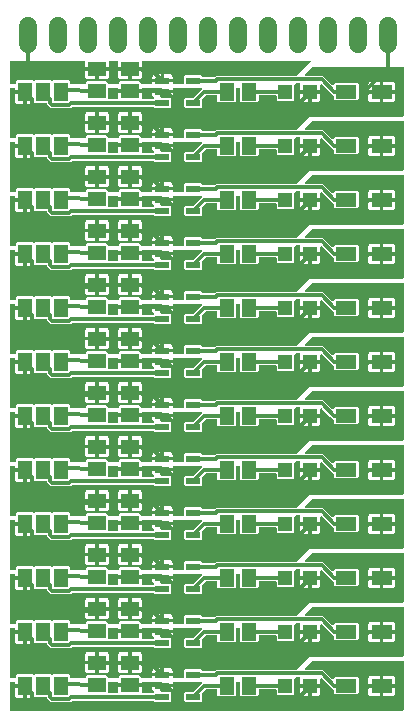
<source format=gbr>
G04 EAGLE Gerber RS-274X export*
G75*
%MOMM*%
%FSLAX34Y34*%
%LPD*%
%INTop Copper*%
%IPPOS*%
%AMOC8*
5,1,8,0,0,1.08239X$1,22.5*%
G01*
%ADD10C,1.524000*%
%ADD11R,1.200000X1.200000*%
%ADD12R,1.800000X1.200000*%
%ADD13R,1.500000X1.300000*%
%ADD14R,1.300000X1.500000*%
%ADD15R,1.168400X1.600200*%
%ADD16R,1.200000X0.550000*%
%ADD17C,0.304800*%
%ADD18C,0.756400*%

G36*
X14752Y451362D02*
X14752Y451362D01*
X14771Y451360D01*
X14873Y451382D01*
X14975Y451399D01*
X14992Y451408D01*
X15012Y451412D01*
X15101Y451465D01*
X15192Y451514D01*
X15206Y451528D01*
X15223Y451538D01*
X15290Y451617D01*
X15362Y451692D01*
X15370Y451710D01*
X15383Y451725D01*
X15422Y451821D01*
X15465Y451915D01*
X15467Y451935D01*
X15475Y451953D01*
X15493Y452120D01*
X15493Y453133D01*
X16386Y454026D01*
X29334Y454026D01*
X29942Y453418D01*
X29958Y453406D01*
X29970Y453390D01*
X30058Y453334D01*
X30141Y453274D01*
X30160Y453268D01*
X30177Y453257D01*
X30278Y453232D01*
X30377Y453202D01*
X30396Y453202D01*
X30416Y453197D01*
X30519Y453205D01*
X30622Y453208D01*
X30641Y453215D01*
X30661Y453216D01*
X30756Y453257D01*
X30853Y453292D01*
X30869Y453305D01*
X30887Y453313D01*
X31018Y453418D01*
X31626Y454026D01*
X44574Y454026D01*
X45182Y453418D01*
X45198Y453406D01*
X45210Y453390D01*
X45298Y453334D01*
X45381Y453274D01*
X45400Y453268D01*
X45417Y453257D01*
X45518Y453232D01*
X45617Y453202D01*
X45636Y453202D01*
X45656Y453197D01*
X45759Y453205D01*
X45862Y453208D01*
X45881Y453215D01*
X45901Y453216D01*
X45996Y453257D01*
X46093Y453292D01*
X46109Y453305D01*
X46127Y453313D01*
X46258Y453418D01*
X46866Y454026D01*
X59814Y454026D01*
X60707Y453133D01*
X60707Y452120D01*
X60710Y452100D01*
X60708Y452081D01*
X60730Y451979D01*
X60746Y451877D01*
X60756Y451860D01*
X60760Y451840D01*
X60813Y451751D01*
X60862Y451660D01*
X60876Y451646D01*
X60886Y451629D01*
X60965Y451562D01*
X61040Y451491D01*
X61058Y451482D01*
X61073Y451469D01*
X61169Y451430D01*
X61263Y451387D01*
X61283Y451385D01*
X61301Y451377D01*
X61468Y451359D01*
X74034Y451359D01*
X74054Y451362D01*
X74073Y451360D01*
X74175Y451382D01*
X74277Y451399D01*
X74294Y451408D01*
X74314Y451412D01*
X74403Y451465D01*
X74494Y451514D01*
X74508Y451528D01*
X74525Y451538D01*
X74592Y451617D01*
X74664Y451692D01*
X74672Y451710D01*
X74685Y451725D01*
X74724Y451821D01*
X74767Y451915D01*
X74769Y451935D01*
X74777Y451953D01*
X74795Y452120D01*
X74795Y452292D01*
X75688Y453185D01*
X91952Y453185D01*
X92845Y452292D01*
X92845Y452120D01*
X92848Y452100D01*
X92846Y452081D01*
X92868Y451979D01*
X92884Y451877D01*
X92894Y451860D01*
X92898Y451840D01*
X92951Y451751D01*
X93000Y451660D01*
X93014Y451646D01*
X93024Y451629D01*
X93103Y451562D01*
X93178Y451491D01*
X93196Y451482D01*
X93211Y451469D01*
X93307Y451430D01*
X93401Y451387D01*
X93421Y451385D01*
X93439Y451377D01*
X93606Y451359D01*
X101974Y451359D01*
X101994Y451362D01*
X102013Y451360D01*
X102115Y451382D01*
X102217Y451399D01*
X102234Y451408D01*
X102254Y451412D01*
X102343Y451465D01*
X102434Y451514D01*
X102448Y451528D01*
X102465Y451538D01*
X102532Y451617D01*
X102604Y451692D01*
X102612Y451710D01*
X102625Y451725D01*
X102664Y451821D01*
X102707Y451915D01*
X102709Y451935D01*
X102717Y451953D01*
X102735Y452120D01*
X102735Y452292D01*
X103628Y453185D01*
X119892Y453185D01*
X120785Y452292D01*
X120785Y452120D01*
X120788Y452100D01*
X120786Y452081D01*
X120808Y451979D01*
X120824Y451877D01*
X120834Y451860D01*
X120838Y451840D01*
X120891Y451751D01*
X120940Y451660D01*
X120954Y451646D01*
X120964Y451629D01*
X121043Y451562D01*
X121118Y451491D01*
X121136Y451482D01*
X121151Y451469D01*
X121247Y451430D01*
X121341Y451387D01*
X121361Y451385D01*
X121379Y451377D01*
X121546Y451359D01*
X130098Y451359D01*
X130118Y451362D01*
X130137Y451360D01*
X130239Y451382D01*
X130341Y451399D01*
X130358Y451408D01*
X130378Y451412D01*
X130467Y451465D01*
X130558Y451514D01*
X130572Y451528D01*
X130589Y451538D01*
X130656Y451617D01*
X130728Y451692D01*
X130736Y451710D01*
X130749Y451725D01*
X130788Y451821D01*
X130831Y451915D01*
X130833Y451935D01*
X130841Y451953D01*
X130859Y452120D01*
X130859Y452626D01*
X138787Y452626D01*
X138806Y452629D01*
X138826Y452627D01*
X138928Y452649D01*
X139030Y452665D01*
X139047Y452675D01*
X139067Y452679D01*
X139156Y452732D01*
X139247Y452781D01*
X139261Y452795D01*
X139278Y452805D01*
X139345Y452884D01*
X139399Y452941D01*
X139407Y452927D01*
X139421Y452913D01*
X139431Y452896D01*
X139510Y452829D01*
X139585Y452757D01*
X139603Y452749D01*
X139618Y452736D01*
X139715Y452697D01*
X139808Y452654D01*
X139828Y452652D01*
X139846Y452644D01*
X140013Y452626D01*
X147941Y452626D01*
X147941Y452120D01*
X147944Y452100D01*
X147942Y452081D01*
X147964Y451979D01*
X147980Y451877D01*
X147990Y451860D01*
X147994Y451840D01*
X148047Y451751D01*
X148096Y451660D01*
X148110Y451646D01*
X148120Y451629D01*
X148199Y451562D01*
X148274Y451491D01*
X148292Y451482D01*
X148307Y451469D01*
X148403Y451430D01*
X148497Y451387D01*
X148517Y451385D01*
X148535Y451377D01*
X148702Y451359D01*
X157114Y451359D01*
X157134Y451362D01*
X157153Y451360D01*
X157255Y451382D01*
X157357Y451399D01*
X157374Y451408D01*
X157394Y451412D01*
X157483Y451465D01*
X157574Y451514D01*
X157588Y451528D01*
X157605Y451538D01*
X157672Y451617D01*
X157744Y451692D01*
X157752Y451710D01*
X157765Y451725D01*
X157804Y451821D01*
X157847Y451915D01*
X157849Y451935D01*
X157857Y451953D01*
X157875Y452120D01*
X157875Y457382D01*
X158768Y458275D01*
X172032Y458275D01*
X173035Y457272D01*
X173109Y457219D01*
X173178Y457159D01*
X173208Y457147D01*
X173234Y457128D01*
X173321Y457101D01*
X173406Y457067D01*
X173447Y457063D01*
X173469Y457056D01*
X173502Y457057D01*
X173573Y457049D01*
X183311Y457049D01*
X183401Y457063D01*
X183492Y457071D01*
X183522Y457083D01*
X183554Y457088D01*
X183635Y457131D01*
X183719Y457167D01*
X183751Y457193D01*
X183771Y457204D01*
X183794Y457227D01*
X183850Y457272D01*
X184675Y458097D01*
X253118Y458097D01*
X253208Y458111D01*
X253299Y458119D01*
X253329Y458131D01*
X253361Y458136D01*
X253441Y458179D01*
X253525Y458215D01*
X253557Y458241D01*
X253578Y458252D01*
X253600Y458275D01*
X253656Y458320D01*
X264475Y469139D01*
X342900Y469139D01*
X342920Y469142D01*
X342939Y469140D01*
X343041Y469162D01*
X343143Y469179D01*
X343160Y469188D01*
X343180Y469192D01*
X343269Y469245D01*
X343360Y469294D01*
X343374Y469308D01*
X343391Y469318D01*
X343458Y469397D01*
X343530Y469472D01*
X343538Y469490D01*
X343551Y469505D01*
X343590Y469601D01*
X343633Y469695D01*
X343635Y469715D01*
X343643Y469733D01*
X343661Y469900D01*
X343661Y510540D01*
X343658Y510560D01*
X343660Y510579D01*
X343638Y510681D01*
X343622Y510783D01*
X343612Y510800D01*
X343608Y510820D01*
X343555Y510909D01*
X343506Y511000D01*
X343492Y511014D01*
X343482Y511031D01*
X343403Y511098D01*
X343328Y511170D01*
X343310Y511178D01*
X343295Y511191D01*
X343199Y511230D01*
X343105Y511273D01*
X343085Y511275D01*
X343067Y511283D01*
X342900Y511301D01*
X266700Y511301D01*
X266610Y511287D01*
X266519Y511279D01*
X266489Y511267D01*
X266457Y511262D01*
X266377Y511219D01*
X266293Y511183D01*
X266261Y511157D01*
X266240Y511146D01*
X266218Y511123D01*
X266162Y511078D01*
X260200Y505116D01*
X260158Y505058D01*
X260108Y505006D01*
X260086Y504959D01*
X260056Y504917D01*
X260035Y504848D01*
X260005Y504783D01*
X259999Y504731D01*
X259984Y504681D01*
X259986Y504610D01*
X259978Y504539D01*
X259989Y504488D01*
X259990Y504436D01*
X260015Y504368D01*
X260030Y504298D01*
X260057Y504254D01*
X260075Y504205D01*
X260119Y504149D01*
X260156Y504087D01*
X260196Y504053D01*
X260228Y504013D01*
X260289Y503974D01*
X260343Y503927D01*
X260391Y503908D01*
X260435Y503880D01*
X260505Y503862D01*
X260571Y503835D01*
X260643Y503827D01*
X260674Y503819D01*
X260697Y503821D01*
X260738Y503817D01*
X275445Y503817D01*
X283066Y496196D01*
X283124Y496154D01*
X283176Y496105D01*
X283223Y496083D01*
X283265Y496052D01*
X283334Y496031D01*
X283399Y496001D01*
X283451Y495995D01*
X283501Y495980D01*
X283572Y495982D01*
X283643Y495974D01*
X283694Y495985D01*
X283746Y495986D01*
X283814Y496011D01*
X283884Y496026D01*
X283929Y496053D01*
X283977Y496071D01*
X284033Y496116D01*
X284095Y496152D01*
X284129Y496192D01*
X284169Y496224D01*
X284208Y496285D01*
X284255Y496339D01*
X284274Y496388D01*
X284302Y496431D01*
X284320Y496501D01*
X284347Y496567D01*
X284355Y496639D01*
X284363Y496670D01*
X284361Y496693D01*
X284365Y496734D01*
X284365Y496852D01*
X285258Y497745D01*
X304522Y497745D01*
X305415Y496852D01*
X305415Y483588D01*
X304522Y482695D01*
X285258Y482695D01*
X284365Y483588D01*
X284365Y486410D01*
X284362Y486430D01*
X284364Y486449D01*
X284342Y486551D01*
X284326Y486653D01*
X284316Y486670D01*
X284312Y486690D01*
X284259Y486779D01*
X284210Y486870D01*
X284196Y486884D01*
X284186Y486901D01*
X284107Y486968D01*
X284032Y487040D01*
X284014Y487048D01*
X283999Y487061D01*
X283903Y487100D01*
X283809Y487143D01*
X283789Y487145D01*
X283771Y487153D01*
X283604Y487171D01*
X283467Y487171D01*
X274340Y496298D01*
X274282Y496340D01*
X274230Y496389D01*
X274183Y496411D01*
X274141Y496442D01*
X274072Y496463D01*
X274007Y496493D01*
X273955Y496499D01*
X273905Y496514D01*
X273834Y496512D01*
X273763Y496520D01*
X273712Y496509D01*
X273660Y496508D01*
X273592Y496483D01*
X273522Y496468D01*
X273477Y496441D01*
X273429Y496423D01*
X273373Y496378D01*
X273311Y496342D01*
X273277Y496302D01*
X273237Y496270D01*
X273198Y496209D01*
X273151Y496155D01*
X273132Y496106D01*
X273104Y496063D01*
X273086Y495993D01*
X273059Y495927D01*
X273051Y495855D01*
X273043Y495824D01*
X273045Y495801D01*
X273041Y495760D01*
X273041Y491743D01*
X265262Y491743D01*
X265242Y491740D01*
X265223Y491742D01*
X265121Y491720D01*
X265019Y491703D01*
X265002Y491694D01*
X264982Y491690D01*
X264893Y491637D01*
X264802Y491588D01*
X264788Y491574D01*
X264771Y491564D01*
X264704Y491485D01*
X264633Y491410D01*
X264624Y491392D01*
X264611Y491377D01*
X264572Y491281D01*
X264529Y491187D01*
X264527Y491167D01*
X264519Y491149D01*
X264501Y490982D01*
X264501Y490219D01*
X264499Y490219D01*
X264499Y490982D01*
X264496Y491002D01*
X264498Y491021D01*
X264476Y491123D01*
X264459Y491225D01*
X264450Y491242D01*
X264446Y491262D01*
X264393Y491351D01*
X264344Y491442D01*
X264330Y491456D01*
X264320Y491473D01*
X264241Y491540D01*
X264166Y491611D01*
X264148Y491620D01*
X264133Y491633D01*
X264037Y491672D01*
X263943Y491715D01*
X263923Y491717D01*
X263905Y491725D01*
X263738Y491743D01*
X255959Y491743D01*
X255959Y496554D01*
X256015Y496761D01*
X256027Y496880D01*
X256040Y496997D01*
X256039Y497002D01*
X256039Y497006D01*
X256012Y497122D01*
X255987Y497238D01*
X255985Y497241D01*
X255984Y497245D01*
X255922Y497348D01*
X255861Y497449D01*
X255858Y497452D01*
X255856Y497455D01*
X255764Y497532D01*
X255674Y497609D01*
X255670Y497610D01*
X255667Y497613D01*
X255557Y497656D01*
X255446Y497701D01*
X255441Y497701D01*
X255438Y497703D01*
X255424Y497703D01*
X255279Y497719D01*
X253118Y497719D01*
X253028Y497705D01*
X252937Y497697D01*
X252907Y497685D01*
X252875Y497680D01*
X252795Y497637D01*
X252711Y497601D01*
X252679Y497575D01*
X252658Y497564D01*
X252636Y497541D01*
X252580Y497496D01*
X251248Y496164D01*
X251195Y496090D01*
X251135Y496021D01*
X251123Y495991D01*
X251104Y495965D01*
X251077Y495878D01*
X251043Y495793D01*
X251039Y495752D01*
X251032Y495729D01*
X251033Y495697D01*
X251025Y495626D01*
X251025Y483588D01*
X250132Y482695D01*
X236868Y482695D01*
X235975Y483588D01*
X235975Y486410D01*
X235972Y486430D01*
X235974Y486449D01*
X235952Y486551D01*
X235936Y486653D01*
X235926Y486670D01*
X235922Y486690D01*
X235869Y486779D01*
X235820Y486870D01*
X235806Y486884D01*
X235796Y486901D01*
X235717Y486968D01*
X235642Y487040D01*
X235624Y487048D01*
X235609Y487061D01*
X235513Y487100D01*
X235419Y487143D01*
X235399Y487145D01*
X235381Y487153D01*
X235214Y487171D01*
X221486Y487171D01*
X221466Y487168D01*
X221447Y487170D01*
X221345Y487148D01*
X221243Y487132D01*
X221226Y487122D01*
X221206Y487118D01*
X221117Y487065D01*
X221026Y487016D01*
X221012Y487002D01*
X220995Y486992D01*
X220928Y486913D01*
X220856Y486838D01*
X220848Y486820D01*
X220835Y486805D01*
X220796Y486709D01*
X220753Y486615D01*
X220751Y486595D01*
X220743Y486577D01*
X220725Y486410D01*
X220725Y482088D01*
X219832Y481195D01*
X205568Y481195D01*
X204675Y482088D01*
X204675Y492760D01*
X204674Y492771D01*
X204674Y492777D01*
X204673Y492785D01*
X204674Y492799D01*
X204652Y492901D01*
X204636Y493003D01*
X204626Y493020D01*
X204622Y493040D01*
X204569Y493129D01*
X204520Y493220D01*
X204506Y493234D01*
X204496Y493251D01*
X204417Y493318D01*
X204342Y493390D01*
X204324Y493398D01*
X204309Y493411D01*
X204213Y493450D01*
X204119Y493493D01*
X204099Y493495D01*
X204081Y493503D01*
X203914Y493521D01*
X202486Y493521D01*
X202466Y493518D01*
X202447Y493520D01*
X202345Y493498D01*
X202243Y493482D01*
X202226Y493472D01*
X202206Y493468D01*
X202117Y493415D01*
X202026Y493366D01*
X202012Y493352D01*
X201995Y493342D01*
X201928Y493263D01*
X201856Y493188D01*
X201848Y493170D01*
X201835Y493155D01*
X201796Y493059D01*
X201753Y492965D01*
X201751Y492945D01*
X201743Y492927D01*
X201725Y492760D01*
X201725Y482088D01*
X200832Y481195D01*
X186568Y481195D01*
X185675Y482088D01*
X185675Y486410D01*
X185672Y486430D01*
X185674Y486449D01*
X185652Y486551D01*
X185636Y486653D01*
X185626Y486670D01*
X185622Y486690D01*
X185569Y486779D01*
X185520Y486870D01*
X185506Y486884D01*
X185496Y486901D01*
X185417Y486968D01*
X185342Y487040D01*
X185324Y487048D01*
X185309Y487061D01*
X185213Y487100D01*
X185119Y487143D01*
X185099Y487145D01*
X185081Y487153D01*
X184914Y487171D01*
X176478Y487171D01*
X176388Y487157D01*
X176297Y487149D01*
X176267Y487137D01*
X176235Y487132D01*
X176155Y487089D01*
X176071Y487053D01*
X176039Y487027D01*
X176018Y487016D01*
X175996Y486993D01*
X175940Y486948D01*
X173148Y484156D01*
X173095Y484082D01*
X173035Y484013D01*
X173023Y483983D01*
X173004Y483956D01*
X172977Y483869D01*
X172943Y483785D01*
X172939Y483744D01*
X172932Y483721D01*
X172933Y483689D01*
X172925Y483618D01*
X172925Y477338D01*
X172032Y476445D01*
X158768Y476445D01*
X157875Y477338D01*
X157875Y484102D01*
X158768Y484995D01*
X165048Y484995D01*
X165138Y485009D01*
X165229Y485017D01*
X165259Y485029D01*
X165291Y485034D01*
X165371Y485077D01*
X165455Y485113D01*
X165487Y485139D01*
X165508Y485150D01*
X165530Y485173D01*
X165586Y485218D01*
X171628Y491260D01*
X172590Y492222D01*
X172632Y492280D01*
X172681Y492332D01*
X172703Y492379D01*
X172734Y492421D01*
X172755Y492490D01*
X172785Y492555D01*
X172791Y492607D01*
X172806Y492657D01*
X172804Y492728D01*
X172812Y492799D01*
X172801Y492850D01*
X172800Y492902D01*
X172775Y492970D01*
X172760Y493040D01*
X172733Y493084D01*
X172715Y493133D01*
X172670Y493189D01*
X172634Y493251D01*
X172594Y493285D01*
X172562Y493325D01*
X172501Y493364D01*
X172447Y493411D01*
X172398Y493430D01*
X172355Y493458D01*
X172285Y493476D01*
X172219Y493503D01*
X172147Y493511D01*
X172116Y493519D01*
X172093Y493517D01*
X172052Y493521D01*
X148702Y493521D01*
X148682Y493518D01*
X148663Y493520D01*
X148561Y493498D01*
X148459Y493482D01*
X148442Y493472D01*
X148422Y493468D01*
X148333Y493415D01*
X148242Y493366D01*
X148228Y493352D01*
X148211Y493342D01*
X148144Y493263D01*
X148072Y493188D01*
X148064Y493170D01*
X148051Y493155D01*
X148012Y493059D01*
X147969Y492965D01*
X147967Y492945D01*
X147959Y492927D01*
X147941Y492760D01*
X147941Y491594D01*
X140013Y491594D01*
X139994Y491591D01*
X139974Y491593D01*
X139872Y491571D01*
X139770Y491555D01*
X139753Y491545D01*
X139733Y491541D01*
X139644Y491488D01*
X139553Y491439D01*
X139539Y491425D01*
X139522Y491415D01*
X139455Y491336D01*
X139401Y491279D01*
X139393Y491293D01*
X139379Y491307D01*
X139369Y491324D01*
X139290Y491391D01*
X139215Y491463D01*
X139197Y491471D01*
X139182Y491484D01*
X139085Y491523D01*
X138992Y491566D01*
X138972Y491568D01*
X138954Y491576D01*
X138787Y491594D01*
X130859Y491594D01*
X130859Y492760D01*
X130858Y492771D01*
X130858Y492777D01*
X130857Y492785D01*
X130858Y492799D01*
X130836Y492901D01*
X130820Y493003D01*
X130810Y493020D01*
X130806Y493040D01*
X130753Y493129D01*
X130704Y493220D01*
X130690Y493234D01*
X130680Y493251D01*
X130601Y493318D01*
X130526Y493390D01*
X130508Y493398D01*
X130493Y493411D01*
X130397Y493450D01*
X130303Y493493D01*
X130283Y493495D01*
X130265Y493503D01*
X130098Y493521D01*
X122562Y493521D01*
X122542Y493518D01*
X122523Y493520D01*
X122421Y493498D01*
X122319Y493482D01*
X122302Y493472D01*
X122282Y493468D01*
X122193Y493415D01*
X122102Y493366D01*
X122088Y493352D01*
X122071Y493342D01*
X122004Y493263D01*
X121932Y493188D01*
X121924Y493170D01*
X121911Y493155D01*
X121872Y493059D01*
X121829Y492965D01*
X121827Y492945D01*
X121819Y492927D01*
X121801Y492760D01*
X121801Y492403D01*
X112522Y492403D01*
X112502Y492400D01*
X112483Y492402D01*
X112381Y492380D01*
X112279Y492363D01*
X112262Y492354D01*
X112242Y492350D01*
X112153Y492297D01*
X112062Y492248D01*
X112048Y492234D01*
X112031Y492224D01*
X111964Y492145D01*
X111893Y492070D01*
X111884Y492052D01*
X111871Y492037D01*
X111832Y491941D01*
X111789Y491847D01*
X111787Y491827D01*
X111779Y491809D01*
X111761Y491642D01*
X111761Y490118D01*
X111764Y490098D01*
X111762Y490079D01*
X111784Y489977D01*
X111801Y489875D01*
X111810Y489858D01*
X111814Y489838D01*
X111867Y489749D01*
X111916Y489658D01*
X111930Y489644D01*
X111940Y489627D01*
X112019Y489560D01*
X112094Y489489D01*
X112112Y489480D01*
X112127Y489467D01*
X112223Y489428D01*
X112317Y489385D01*
X112337Y489383D01*
X112355Y489375D01*
X112522Y489357D01*
X121801Y489357D01*
X121801Y484530D01*
X121804Y484510D01*
X121802Y484491D01*
X121824Y484389D01*
X121840Y484287D01*
X121850Y484270D01*
X121854Y484250D01*
X121907Y484161D01*
X121956Y484070D01*
X121970Y484056D01*
X121980Y484039D01*
X122059Y483972D01*
X122134Y483900D01*
X122152Y483892D01*
X122167Y483879D01*
X122263Y483840D01*
X122357Y483797D01*
X122377Y483795D01*
X122395Y483787D01*
X122562Y483769D01*
X131227Y483769D01*
X131317Y483783D01*
X131408Y483791D01*
X131438Y483803D01*
X131470Y483808D01*
X131550Y483851D01*
X131634Y483887D01*
X131667Y483913D01*
X131687Y483924D01*
X131709Y483947D01*
X131765Y483992D01*
X132007Y484234D01*
X132076Y484330D01*
X132147Y484426D01*
X132149Y484430D01*
X132151Y484433D01*
X132186Y484546D01*
X132222Y484660D01*
X132222Y484665D01*
X132223Y484668D01*
X132220Y484787D01*
X132218Y484906D01*
X132217Y484910D01*
X132217Y484914D01*
X132176Y485025D01*
X132137Y485138D01*
X132134Y485141D01*
X132133Y485145D01*
X132058Y485238D01*
X131985Y485332D01*
X131981Y485335D01*
X131979Y485337D01*
X131967Y485345D01*
X131850Y485431D01*
X131840Y485437D01*
X131367Y485910D01*
X131032Y486489D01*
X130859Y487136D01*
X130859Y488846D01*
X138026Y488846D01*
X138026Y485756D01*
X138029Y485736D01*
X138027Y485717D01*
X138049Y485615D01*
X138065Y485513D01*
X138075Y485496D01*
X138079Y485476D01*
X138132Y485387D01*
X138181Y485296D01*
X138195Y485282D01*
X138205Y485265D01*
X138284Y485198D01*
X138359Y485126D01*
X138377Y485118D01*
X138392Y485105D01*
X138488Y485066D01*
X138582Y485023D01*
X138602Y485021D01*
X138620Y485013D01*
X138787Y484995D01*
X140013Y484995D01*
X140033Y484998D01*
X140052Y484996D01*
X140154Y485018D01*
X140256Y485034D01*
X140273Y485044D01*
X140293Y485048D01*
X140382Y485101D01*
X140473Y485150D01*
X140487Y485164D01*
X140504Y485174D01*
X140571Y485253D01*
X140643Y485328D01*
X140651Y485346D01*
X140664Y485361D01*
X140703Y485457D01*
X140746Y485551D01*
X140748Y485571D01*
X140756Y485589D01*
X140774Y485756D01*
X140774Y488846D01*
X147941Y488846D01*
X147941Y487136D01*
X147768Y486489D01*
X147433Y485910D01*
X146960Y485437D01*
X146950Y485431D01*
X146859Y485356D01*
X146765Y485282D01*
X146763Y485278D01*
X146760Y485275D01*
X146697Y485176D01*
X146632Y485075D01*
X146631Y485071D01*
X146629Y485067D01*
X146601Y484952D01*
X146572Y484836D01*
X146573Y484832D01*
X146572Y484828D01*
X146582Y484709D01*
X146591Y484591D01*
X146593Y484587D01*
X146593Y484583D01*
X146641Y484474D01*
X146688Y484365D01*
X146691Y484361D01*
X146692Y484358D01*
X146701Y484348D01*
X146793Y484234D01*
X146925Y484102D01*
X146925Y477338D01*
X146032Y476445D01*
X132768Y476445D01*
X131765Y477448D01*
X131691Y477501D01*
X131622Y477561D01*
X131592Y477573D01*
X131566Y477592D01*
X131479Y477619D01*
X131394Y477653D01*
X131353Y477657D01*
X131331Y477664D01*
X131298Y477663D01*
X131227Y477671D01*
X63572Y477671D01*
X63482Y477657D01*
X63391Y477649D01*
X63361Y477637D01*
X63329Y477632D01*
X63248Y477589D01*
X63164Y477553D01*
X63132Y477527D01*
X63112Y477516D01*
X63089Y477493D01*
X63033Y477448D01*
X61707Y476122D01*
X44973Y476122D01*
X41401Y479694D01*
X41401Y479933D01*
X41398Y479953D01*
X41400Y479972D01*
X41378Y480074D01*
X41362Y480176D01*
X41352Y480193D01*
X41348Y480213D01*
X41295Y480302D01*
X41246Y480393D01*
X41232Y480407D01*
X41222Y480424D01*
X41143Y480491D01*
X41068Y480563D01*
X41050Y480571D01*
X41035Y480584D01*
X40939Y480623D01*
X40845Y480666D01*
X40825Y480668D01*
X40807Y480676D01*
X40640Y480694D01*
X31583Y480694D01*
X31537Y480728D01*
X31518Y480733D01*
X31501Y480744D01*
X31401Y480769D01*
X31302Y480800D01*
X31282Y480799D01*
X31263Y480804D01*
X31160Y480796D01*
X31056Y480794D01*
X31037Y480787D01*
X31017Y480785D01*
X30922Y480745D01*
X30825Y480709D01*
X30809Y480697D01*
X30791Y480689D01*
X30660Y480584D01*
X30262Y480186D01*
X29683Y479851D01*
X29036Y479678D01*
X24383Y479678D01*
X24383Y489458D01*
X24380Y489478D01*
X24382Y489497D01*
X24360Y489599D01*
X24343Y489701D01*
X24334Y489718D01*
X24330Y489738D01*
X24277Y489827D01*
X24228Y489918D01*
X24214Y489932D01*
X24204Y489949D01*
X24125Y490016D01*
X24050Y490087D01*
X24032Y490096D01*
X24017Y490109D01*
X23921Y490148D01*
X23827Y490191D01*
X23807Y490193D01*
X23789Y490201D01*
X23622Y490219D01*
X22859Y490219D01*
X22859Y490982D01*
X22856Y491002D01*
X22858Y491021D01*
X22836Y491123D01*
X22819Y491225D01*
X22810Y491242D01*
X22806Y491262D01*
X22753Y491351D01*
X22704Y491442D01*
X22690Y491456D01*
X22680Y491473D01*
X22601Y491540D01*
X22526Y491611D01*
X22508Y491620D01*
X22493Y491633D01*
X22397Y491672D01*
X22303Y491715D01*
X22283Y491717D01*
X22265Y491725D01*
X22098Y491743D01*
X14477Y491743D01*
X14477Y492760D01*
X14476Y492771D01*
X14476Y492777D01*
X14475Y492785D01*
X14476Y492799D01*
X14454Y492900D01*
X14438Y493003D01*
X14428Y493020D01*
X14424Y493040D01*
X14371Y493129D01*
X14322Y493220D01*
X14308Y493234D01*
X14298Y493251D01*
X14219Y493318D01*
X14144Y493389D01*
X14126Y493398D01*
X14111Y493411D01*
X14015Y493450D01*
X13921Y493493D01*
X13901Y493495D01*
X13883Y493503D01*
X13716Y493521D01*
X10922Y493521D01*
X10902Y493518D01*
X10883Y493520D01*
X10781Y493498D01*
X10679Y493482D01*
X10662Y493472D01*
X10642Y493468D01*
X10553Y493415D01*
X10462Y493366D01*
X10448Y493352D01*
X10431Y493342D01*
X10364Y493263D01*
X10292Y493188D01*
X10284Y493170D01*
X10271Y493155D01*
X10232Y493059D01*
X10189Y492965D01*
X10187Y492945D01*
X10179Y492927D01*
X10161Y492760D01*
X10161Y452120D01*
X10164Y452100D01*
X10162Y452081D01*
X10184Y451979D01*
X10200Y451877D01*
X10210Y451860D01*
X10214Y451840D01*
X10267Y451751D01*
X10316Y451660D01*
X10330Y451646D01*
X10340Y451629D01*
X10419Y451562D01*
X10494Y451491D01*
X10512Y451482D01*
X10527Y451469D01*
X10623Y451430D01*
X10717Y451387D01*
X10737Y451385D01*
X10755Y451377D01*
X10922Y451359D01*
X14732Y451359D01*
X14752Y451362D01*
G37*
G36*
X14752Y405642D02*
X14752Y405642D01*
X14771Y405640D01*
X14873Y405662D01*
X14975Y405679D01*
X14992Y405688D01*
X15012Y405692D01*
X15101Y405745D01*
X15192Y405794D01*
X15206Y405808D01*
X15223Y405818D01*
X15290Y405897D01*
X15362Y405972D01*
X15370Y405990D01*
X15383Y406005D01*
X15422Y406101D01*
X15465Y406195D01*
X15467Y406215D01*
X15475Y406233D01*
X15493Y406400D01*
X15493Y407413D01*
X16386Y408306D01*
X29334Y408306D01*
X29942Y407698D01*
X29958Y407686D01*
X29970Y407670D01*
X30058Y407614D01*
X30141Y407554D01*
X30160Y407548D01*
X30177Y407537D01*
X30278Y407512D01*
X30377Y407482D01*
X30396Y407482D01*
X30416Y407477D01*
X30519Y407485D01*
X30622Y407488D01*
X30641Y407495D01*
X30661Y407496D01*
X30756Y407537D01*
X30853Y407572D01*
X30869Y407585D01*
X30887Y407593D01*
X31018Y407698D01*
X31626Y408306D01*
X44574Y408306D01*
X45182Y407698D01*
X45198Y407686D01*
X45210Y407670D01*
X45298Y407614D01*
X45381Y407554D01*
X45400Y407548D01*
X45417Y407537D01*
X45518Y407512D01*
X45617Y407482D01*
X45636Y407482D01*
X45656Y407477D01*
X45759Y407485D01*
X45862Y407488D01*
X45881Y407495D01*
X45901Y407496D01*
X45996Y407537D01*
X46093Y407572D01*
X46109Y407585D01*
X46127Y407593D01*
X46258Y407698D01*
X46866Y408306D01*
X59814Y408306D01*
X60707Y407413D01*
X60707Y406400D01*
X60710Y406380D01*
X60708Y406361D01*
X60730Y406259D01*
X60746Y406157D01*
X60756Y406140D01*
X60760Y406120D01*
X60813Y406031D01*
X60862Y405940D01*
X60876Y405926D01*
X60886Y405909D01*
X60965Y405842D01*
X61040Y405771D01*
X61058Y405762D01*
X61073Y405749D01*
X61169Y405710D01*
X61263Y405667D01*
X61283Y405665D01*
X61301Y405657D01*
X61468Y405639D01*
X74034Y405639D01*
X74054Y405642D01*
X74073Y405640D01*
X74175Y405662D01*
X74277Y405679D01*
X74294Y405688D01*
X74314Y405692D01*
X74403Y405745D01*
X74494Y405794D01*
X74508Y405808D01*
X74525Y405818D01*
X74592Y405897D01*
X74664Y405972D01*
X74672Y405990D01*
X74685Y406005D01*
X74724Y406101D01*
X74767Y406195D01*
X74769Y406215D01*
X74777Y406233D01*
X74795Y406400D01*
X74795Y406572D01*
X75688Y407465D01*
X91952Y407465D01*
X92845Y406572D01*
X92845Y406400D01*
X92848Y406380D01*
X92846Y406361D01*
X92868Y406259D01*
X92884Y406157D01*
X92894Y406140D01*
X92898Y406120D01*
X92951Y406031D01*
X93000Y405940D01*
X93014Y405926D01*
X93024Y405909D01*
X93103Y405842D01*
X93178Y405771D01*
X93196Y405762D01*
X93211Y405749D01*
X93307Y405710D01*
X93401Y405667D01*
X93421Y405665D01*
X93439Y405657D01*
X93606Y405639D01*
X101974Y405639D01*
X101994Y405642D01*
X102013Y405640D01*
X102115Y405662D01*
X102217Y405679D01*
X102234Y405688D01*
X102254Y405692D01*
X102343Y405745D01*
X102434Y405794D01*
X102448Y405808D01*
X102465Y405818D01*
X102532Y405897D01*
X102604Y405972D01*
X102612Y405990D01*
X102625Y406005D01*
X102664Y406101D01*
X102707Y406195D01*
X102709Y406215D01*
X102717Y406233D01*
X102735Y406400D01*
X102735Y406572D01*
X103628Y407465D01*
X119892Y407465D01*
X120785Y406572D01*
X120785Y406400D01*
X120788Y406380D01*
X120786Y406361D01*
X120808Y406259D01*
X120824Y406157D01*
X120834Y406140D01*
X120838Y406120D01*
X120891Y406031D01*
X120940Y405940D01*
X120954Y405926D01*
X120964Y405909D01*
X121043Y405842D01*
X121118Y405771D01*
X121136Y405762D01*
X121151Y405749D01*
X121247Y405710D01*
X121341Y405667D01*
X121361Y405665D01*
X121379Y405657D01*
X121546Y405639D01*
X130098Y405639D01*
X130118Y405642D01*
X130137Y405640D01*
X130239Y405662D01*
X130341Y405679D01*
X130358Y405688D01*
X130378Y405692D01*
X130467Y405745D01*
X130558Y405794D01*
X130572Y405808D01*
X130589Y405818D01*
X130656Y405897D01*
X130728Y405972D01*
X130736Y405990D01*
X130749Y406005D01*
X130788Y406101D01*
X130831Y406195D01*
X130833Y406215D01*
X130841Y406233D01*
X130859Y406400D01*
X130859Y406906D01*
X138787Y406906D01*
X138806Y406909D01*
X138826Y406907D01*
X138928Y406929D01*
X139030Y406945D01*
X139047Y406955D01*
X139067Y406959D01*
X139156Y407012D01*
X139247Y407061D01*
X139261Y407075D01*
X139278Y407085D01*
X139345Y407164D01*
X139399Y407221D01*
X139407Y407207D01*
X139421Y407193D01*
X139431Y407176D01*
X139510Y407109D01*
X139585Y407037D01*
X139603Y407029D01*
X139618Y407016D01*
X139715Y406977D01*
X139808Y406934D01*
X139828Y406932D01*
X139846Y406924D01*
X140013Y406906D01*
X147941Y406906D01*
X147941Y406400D01*
X147944Y406380D01*
X147942Y406361D01*
X147964Y406259D01*
X147980Y406157D01*
X147990Y406140D01*
X147994Y406120D01*
X148047Y406031D01*
X148096Y405940D01*
X148110Y405926D01*
X148120Y405909D01*
X148199Y405842D01*
X148274Y405771D01*
X148292Y405762D01*
X148307Y405749D01*
X148403Y405710D01*
X148497Y405667D01*
X148517Y405665D01*
X148535Y405657D01*
X148702Y405639D01*
X157114Y405639D01*
X157134Y405642D01*
X157153Y405640D01*
X157255Y405662D01*
X157357Y405679D01*
X157374Y405688D01*
X157394Y405692D01*
X157483Y405745D01*
X157574Y405794D01*
X157588Y405808D01*
X157605Y405818D01*
X157672Y405897D01*
X157744Y405972D01*
X157752Y405990D01*
X157765Y406005D01*
X157804Y406101D01*
X157847Y406195D01*
X157849Y406215D01*
X157857Y406233D01*
X157875Y406400D01*
X157875Y411662D01*
X158768Y412555D01*
X172032Y412555D01*
X173035Y411552D01*
X173109Y411499D01*
X173178Y411439D01*
X173208Y411427D01*
X173234Y411408D01*
X173321Y411381D01*
X173406Y411347D01*
X173447Y411343D01*
X173469Y411336D01*
X173502Y411337D01*
X173573Y411329D01*
X183311Y411329D01*
X183401Y411343D01*
X183492Y411351D01*
X183522Y411363D01*
X183554Y411368D01*
X183635Y411411D01*
X183719Y411447D01*
X183751Y411473D01*
X183771Y411484D01*
X183794Y411507D01*
X183850Y411552D01*
X184675Y412377D01*
X253118Y412377D01*
X253208Y412391D01*
X253299Y412399D01*
X253329Y412411D01*
X253361Y412416D01*
X253441Y412459D01*
X253525Y412495D01*
X253557Y412521D01*
X253578Y412532D01*
X253600Y412555D01*
X253656Y412600D01*
X264475Y423419D01*
X342900Y423419D01*
X342920Y423422D01*
X342939Y423420D01*
X343041Y423442D01*
X343143Y423459D01*
X343160Y423468D01*
X343180Y423472D01*
X343269Y423525D01*
X343360Y423574D01*
X343374Y423588D01*
X343391Y423598D01*
X343458Y423677D01*
X343530Y423752D01*
X343538Y423770D01*
X343551Y423785D01*
X343590Y423881D01*
X343633Y423975D01*
X343635Y423995D01*
X343643Y424013D01*
X343661Y424180D01*
X343661Y464820D01*
X343658Y464840D01*
X343660Y464859D01*
X343638Y464961D01*
X343622Y465063D01*
X343612Y465080D01*
X343608Y465100D01*
X343555Y465189D01*
X343506Y465280D01*
X343492Y465294D01*
X343482Y465311D01*
X343403Y465378D01*
X343328Y465450D01*
X343310Y465458D01*
X343295Y465471D01*
X343199Y465510D01*
X343105Y465553D01*
X343085Y465555D01*
X343067Y465563D01*
X342900Y465581D01*
X266700Y465581D01*
X266610Y465567D01*
X266519Y465559D01*
X266489Y465547D01*
X266457Y465542D01*
X266377Y465499D01*
X266293Y465463D01*
X266261Y465437D01*
X266240Y465426D01*
X266218Y465403D01*
X266162Y465358D01*
X260200Y459396D01*
X260158Y459338D01*
X260108Y459286D01*
X260086Y459239D01*
X260056Y459197D01*
X260035Y459128D01*
X260005Y459063D01*
X259999Y459011D01*
X259984Y458961D01*
X259986Y458890D01*
X259978Y458819D01*
X259989Y458768D01*
X259990Y458716D01*
X260015Y458648D01*
X260030Y458578D01*
X260057Y458534D01*
X260075Y458485D01*
X260119Y458429D01*
X260156Y458367D01*
X260196Y458333D01*
X260228Y458293D01*
X260289Y458254D01*
X260343Y458207D01*
X260391Y458188D01*
X260435Y458160D01*
X260505Y458142D01*
X260571Y458115D01*
X260643Y458107D01*
X260674Y458099D01*
X260697Y458101D01*
X260738Y458097D01*
X275445Y458097D01*
X283066Y450476D01*
X283124Y450434D01*
X283176Y450385D01*
X283223Y450363D01*
X283265Y450332D01*
X283334Y450311D01*
X283399Y450281D01*
X283451Y450275D01*
X283501Y450260D01*
X283572Y450262D01*
X283643Y450254D01*
X283694Y450265D01*
X283746Y450266D01*
X283814Y450291D01*
X283884Y450306D01*
X283929Y450333D01*
X283977Y450351D01*
X284033Y450396D01*
X284095Y450432D01*
X284129Y450472D01*
X284169Y450504D01*
X284208Y450565D01*
X284255Y450619D01*
X284274Y450668D01*
X284302Y450711D01*
X284320Y450781D01*
X284347Y450847D01*
X284355Y450919D01*
X284363Y450950D01*
X284361Y450973D01*
X284365Y451014D01*
X284365Y451132D01*
X285258Y452025D01*
X304522Y452025D01*
X305415Y451132D01*
X305415Y437868D01*
X304522Y436975D01*
X285258Y436975D01*
X284365Y437868D01*
X284365Y440690D01*
X284362Y440710D01*
X284364Y440729D01*
X284342Y440831D01*
X284326Y440933D01*
X284316Y440950D01*
X284312Y440970D01*
X284259Y441059D01*
X284210Y441150D01*
X284196Y441164D01*
X284186Y441181D01*
X284107Y441248D01*
X284032Y441320D01*
X284014Y441328D01*
X283999Y441341D01*
X283903Y441380D01*
X283809Y441423D01*
X283789Y441425D01*
X283771Y441433D01*
X283604Y441451D01*
X283467Y441451D01*
X274340Y450578D01*
X274282Y450620D01*
X274230Y450669D01*
X274183Y450691D01*
X274141Y450722D01*
X274072Y450743D01*
X274007Y450773D01*
X273955Y450779D01*
X273905Y450794D01*
X273834Y450792D01*
X273763Y450800D01*
X273712Y450789D01*
X273660Y450788D01*
X273592Y450763D01*
X273522Y450748D01*
X273477Y450721D01*
X273429Y450703D01*
X273373Y450658D01*
X273311Y450622D01*
X273277Y450582D01*
X273237Y450550D01*
X273198Y450489D01*
X273151Y450435D01*
X273132Y450386D01*
X273104Y450343D01*
X273086Y450273D01*
X273059Y450207D01*
X273051Y450135D01*
X273043Y450104D01*
X273045Y450081D01*
X273041Y450040D01*
X273041Y446023D01*
X265262Y446023D01*
X265242Y446020D01*
X265223Y446022D01*
X265121Y446000D01*
X265019Y445983D01*
X265002Y445974D01*
X264982Y445970D01*
X264893Y445917D01*
X264802Y445868D01*
X264788Y445854D01*
X264771Y445844D01*
X264704Y445765D01*
X264633Y445690D01*
X264624Y445672D01*
X264611Y445657D01*
X264572Y445561D01*
X264529Y445467D01*
X264527Y445447D01*
X264519Y445429D01*
X264501Y445262D01*
X264501Y444499D01*
X264499Y444499D01*
X264499Y445262D01*
X264496Y445282D01*
X264498Y445301D01*
X264476Y445403D01*
X264459Y445505D01*
X264450Y445522D01*
X264446Y445542D01*
X264393Y445631D01*
X264344Y445722D01*
X264330Y445736D01*
X264320Y445753D01*
X264241Y445820D01*
X264166Y445891D01*
X264148Y445900D01*
X264133Y445913D01*
X264037Y445952D01*
X263943Y445995D01*
X263923Y445997D01*
X263905Y446005D01*
X263738Y446023D01*
X255959Y446023D01*
X255959Y450834D01*
X256015Y451041D01*
X256027Y451160D01*
X256040Y451277D01*
X256039Y451282D01*
X256039Y451286D01*
X256012Y451402D01*
X255987Y451518D01*
X255985Y451521D01*
X255984Y451525D01*
X255922Y451628D01*
X255861Y451729D01*
X255858Y451732D01*
X255856Y451735D01*
X255764Y451812D01*
X255674Y451889D01*
X255670Y451890D01*
X255667Y451893D01*
X255557Y451936D01*
X255446Y451981D01*
X255441Y451981D01*
X255438Y451983D01*
X255424Y451983D01*
X255279Y451999D01*
X253118Y451999D01*
X253028Y451985D01*
X252937Y451977D01*
X252907Y451965D01*
X252875Y451960D01*
X252795Y451917D01*
X252711Y451881D01*
X252679Y451855D01*
X252658Y451844D01*
X252636Y451821D01*
X252580Y451776D01*
X251248Y450444D01*
X251195Y450370D01*
X251135Y450301D01*
X251123Y450271D01*
X251104Y450245D01*
X251077Y450158D01*
X251043Y450073D01*
X251039Y450032D01*
X251032Y450009D01*
X251033Y449977D01*
X251025Y449906D01*
X251025Y437868D01*
X250132Y436975D01*
X236868Y436975D01*
X235975Y437868D01*
X235975Y440690D01*
X235972Y440710D01*
X235974Y440729D01*
X235952Y440831D01*
X235936Y440933D01*
X235926Y440950D01*
X235922Y440970D01*
X235869Y441059D01*
X235820Y441150D01*
X235806Y441164D01*
X235796Y441181D01*
X235717Y441248D01*
X235642Y441320D01*
X235624Y441328D01*
X235609Y441341D01*
X235513Y441380D01*
X235419Y441423D01*
X235399Y441425D01*
X235381Y441433D01*
X235214Y441451D01*
X221486Y441451D01*
X221466Y441448D01*
X221447Y441450D01*
X221345Y441428D01*
X221243Y441412D01*
X221226Y441402D01*
X221206Y441398D01*
X221117Y441345D01*
X221026Y441296D01*
X221012Y441282D01*
X220995Y441272D01*
X220928Y441193D01*
X220856Y441118D01*
X220848Y441100D01*
X220835Y441085D01*
X220796Y440989D01*
X220753Y440895D01*
X220751Y440875D01*
X220743Y440857D01*
X220725Y440690D01*
X220725Y436368D01*
X219832Y435475D01*
X205568Y435475D01*
X204675Y436368D01*
X204675Y447040D01*
X204674Y447051D01*
X204674Y447057D01*
X204673Y447065D01*
X204674Y447079D01*
X204652Y447181D01*
X204636Y447283D01*
X204626Y447300D01*
X204622Y447320D01*
X204569Y447409D01*
X204520Y447500D01*
X204506Y447514D01*
X204496Y447531D01*
X204417Y447598D01*
X204342Y447670D01*
X204324Y447678D01*
X204309Y447691D01*
X204213Y447730D01*
X204119Y447773D01*
X204099Y447775D01*
X204081Y447783D01*
X203914Y447801D01*
X202486Y447801D01*
X202466Y447798D01*
X202447Y447800D01*
X202345Y447778D01*
X202243Y447762D01*
X202226Y447752D01*
X202206Y447748D01*
X202117Y447695D01*
X202026Y447646D01*
X202012Y447632D01*
X201995Y447622D01*
X201928Y447543D01*
X201856Y447468D01*
X201848Y447450D01*
X201835Y447435D01*
X201796Y447339D01*
X201753Y447245D01*
X201751Y447225D01*
X201743Y447207D01*
X201725Y447040D01*
X201725Y436368D01*
X200832Y435475D01*
X186568Y435475D01*
X185675Y436368D01*
X185675Y440690D01*
X185672Y440710D01*
X185674Y440729D01*
X185652Y440831D01*
X185636Y440933D01*
X185626Y440950D01*
X185622Y440970D01*
X185569Y441059D01*
X185520Y441150D01*
X185506Y441164D01*
X185496Y441181D01*
X185417Y441248D01*
X185342Y441320D01*
X185324Y441328D01*
X185309Y441341D01*
X185213Y441380D01*
X185119Y441423D01*
X185099Y441425D01*
X185081Y441433D01*
X184914Y441451D01*
X176478Y441451D01*
X176388Y441437D01*
X176297Y441429D01*
X176267Y441417D01*
X176235Y441412D01*
X176155Y441369D01*
X176071Y441333D01*
X176039Y441307D01*
X176018Y441296D01*
X175996Y441273D01*
X175940Y441228D01*
X173148Y438436D01*
X173095Y438362D01*
X173035Y438293D01*
X173023Y438263D01*
X173004Y438236D01*
X172977Y438149D01*
X172943Y438065D01*
X172939Y438024D01*
X172932Y438001D01*
X172933Y437969D01*
X172925Y437898D01*
X172925Y431618D01*
X172032Y430725D01*
X158768Y430725D01*
X157875Y431618D01*
X157875Y438382D01*
X158768Y439275D01*
X165048Y439275D01*
X165138Y439289D01*
X165229Y439297D01*
X165259Y439309D01*
X165291Y439314D01*
X165371Y439357D01*
X165455Y439393D01*
X165487Y439419D01*
X165508Y439430D01*
X165530Y439453D01*
X165586Y439498D01*
X171628Y445540D01*
X172590Y446502D01*
X172632Y446560D01*
X172681Y446612D01*
X172703Y446659D01*
X172734Y446701D01*
X172755Y446770D01*
X172785Y446835D01*
X172791Y446887D01*
X172806Y446937D01*
X172804Y447008D01*
X172812Y447079D01*
X172801Y447130D01*
X172800Y447182D01*
X172775Y447250D01*
X172760Y447320D01*
X172733Y447364D01*
X172715Y447413D01*
X172670Y447469D01*
X172634Y447531D01*
X172594Y447565D01*
X172562Y447605D01*
X172501Y447644D01*
X172447Y447691D01*
X172398Y447710D01*
X172355Y447738D01*
X172285Y447756D01*
X172219Y447783D01*
X172147Y447791D01*
X172116Y447799D01*
X172093Y447797D01*
X172052Y447801D01*
X148702Y447801D01*
X148682Y447798D01*
X148663Y447800D01*
X148561Y447778D01*
X148459Y447762D01*
X148442Y447752D01*
X148422Y447748D01*
X148333Y447695D01*
X148242Y447646D01*
X148228Y447632D01*
X148211Y447622D01*
X148144Y447543D01*
X148072Y447468D01*
X148064Y447450D01*
X148051Y447435D01*
X148012Y447339D01*
X147969Y447245D01*
X147967Y447225D01*
X147959Y447207D01*
X147941Y447040D01*
X147941Y445874D01*
X140013Y445874D01*
X139994Y445871D01*
X139974Y445873D01*
X139872Y445851D01*
X139770Y445835D01*
X139753Y445825D01*
X139733Y445821D01*
X139644Y445768D01*
X139553Y445719D01*
X139539Y445705D01*
X139522Y445695D01*
X139455Y445616D01*
X139401Y445559D01*
X139393Y445573D01*
X139379Y445587D01*
X139369Y445604D01*
X139290Y445671D01*
X139215Y445743D01*
X139197Y445751D01*
X139182Y445764D01*
X139085Y445803D01*
X138992Y445846D01*
X138972Y445848D01*
X138954Y445856D01*
X138787Y445874D01*
X130859Y445874D01*
X130859Y447040D01*
X130858Y447051D01*
X130858Y447057D01*
X130857Y447065D01*
X130858Y447079D01*
X130836Y447181D01*
X130820Y447283D01*
X130810Y447300D01*
X130806Y447320D01*
X130753Y447409D01*
X130704Y447500D01*
X130690Y447514D01*
X130680Y447531D01*
X130601Y447598D01*
X130526Y447670D01*
X130508Y447678D01*
X130493Y447691D01*
X130397Y447730D01*
X130303Y447773D01*
X130283Y447775D01*
X130265Y447783D01*
X130098Y447801D01*
X122562Y447801D01*
X122542Y447798D01*
X122523Y447800D01*
X122421Y447778D01*
X122319Y447762D01*
X122302Y447752D01*
X122282Y447748D01*
X122193Y447695D01*
X122102Y447646D01*
X122088Y447632D01*
X122071Y447622D01*
X122004Y447543D01*
X121932Y447468D01*
X121924Y447450D01*
X121911Y447435D01*
X121872Y447339D01*
X121829Y447245D01*
X121827Y447225D01*
X121819Y447207D01*
X121801Y447040D01*
X121801Y446683D01*
X112522Y446683D01*
X112502Y446680D01*
X112483Y446682D01*
X112381Y446660D01*
X112279Y446643D01*
X112262Y446634D01*
X112242Y446630D01*
X112153Y446577D01*
X112062Y446528D01*
X112048Y446514D01*
X112031Y446504D01*
X111964Y446425D01*
X111893Y446350D01*
X111884Y446332D01*
X111871Y446317D01*
X111832Y446221D01*
X111789Y446127D01*
X111787Y446107D01*
X111779Y446089D01*
X111761Y445922D01*
X111761Y444398D01*
X111764Y444378D01*
X111762Y444359D01*
X111784Y444257D01*
X111801Y444155D01*
X111810Y444138D01*
X111814Y444118D01*
X111867Y444029D01*
X111916Y443938D01*
X111930Y443924D01*
X111940Y443907D01*
X112019Y443840D01*
X112094Y443769D01*
X112112Y443760D01*
X112127Y443747D01*
X112223Y443708D01*
X112317Y443665D01*
X112337Y443663D01*
X112355Y443655D01*
X112522Y443637D01*
X121801Y443637D01*
X121801Y438810D01*
X121804Y438790D01*
X121802Y438771D01*
X121824Y438669D01*
X121840Y438567D01*
X121850Y438550D01*
X121854Y438530D01*
X121907Y438441D01*
X121956Y438350D01*
X121970Y438336D01*
X121980Y438319D01*
X122059Y438252D01*
X122134Y438180D01*
X122152Y438172D01*
X122167Y438159D01*
X122263Y438120D01*
X122357Y438077D01*
X122377Y438075D01*
X122395Y438067D01*
X122562Y438049D01*
X131227Y438049D01*
X131317Y438063D01*
X131408Y438071D01*
X131438Y438083D01*
X131470Y438088D01*
X131550Y438131D01*
X131634Y438167D01*
X131667Y438193D01*
X131687Y438204D01*
X131709Y438227D01*
X131765Y438272D01*
X132007Y438514D01*
X132076Y438610D01*
X132147Y438706D01*
X132149Y438710D01*
X132151Y438713D01*
X132186Y438826D01*
X132222Y438940D01*
X132222Y438945D01*
X132223Y438948D01*
X132220Y439067D01*
X132218Y439186D01*
X132217Y439190D01*
X132217Y439194D01*
X132176Y439305D01*
X132137Y439418D01*
X132134Y439421D01*
X132133Y439425D01*
X132058Y439518D01*
X131985Y439612D01*
X131981Y439615D01*
X131979Y439617D01*
X131967Y439625D01*
X131850Y439711D01*
X131840Y439717D01*
X131367Y440190D01*
X131032Y440769D01*
X130859Y441416D01*
X130859Y443126D01*
X138026Y443126D01*
X138026Y440036D01*
X138029Y440016D01*
X138027Y439997D01*
X138049Y439895D01*
X138065Y439793D01*
X138075Y439776D01*
X138079Y439756D01*
X138132Y439667D01*
X138181Y439576D01*
X138195Y439562D01*
X138205Y439545D01*
X138284Y439478D01*
X138359Y439406D01*
X138377Y439398D01*
X138392Y439385D01*
X138488Y439346D01*
X138582Y439303D01*
X138602Y439301D01*
X138620Y439293D01*
X138787Y439275D01*
X140013Y439275D01*
X140033Y439278D01*
X140052Y439276D01*
X140154Y439298D01*
X140256Y439314D01*
X140273Y439324D01*
X140293Y439328D01*
X140382Y439381D01*
X140473Y439430D01*
X140487Y439444D01*
X140504Y439454D01*
X140571Y439533D01*
X140643Y439608D01*
X140651Y439626D01*
X140664Y439641D01*
X140703Y439737D01*
X140746Y439831D01*
X140748Y439851D01*
X140756Y439869D01*
X140774Y440036D01*
X140774Y443126D01*
X147941Y443126D01*
X147941Y441416D01*
X147768Y440769D01*
X147433Y440190D01*
X146960Y439717D01*
X146950Y439711D01*
X146859Y439636D01*
X146765Y439562D01*
X146763Y439558D01*
X146760Y439555D01*
X146697Y439456D01*
X146632Y439355D01*
X146631Y439351D01*
X146629Y439347D01*
X146601Y439232D01*
X146572Y439116D01*
X146573Y439112D01*
X146572Y439108D01*
X146582Y438989D01*
X146591Y438871D01*
X146593Y438867D01*
X146593Y438863D01*
X146641Y438754D01*
X146688Y438645D01*
X146691Y438641D01*
X146692Y438638D01*
X146701Y438628D01*
X146793Y438514D01*
X146925Y438382D01*
X146925Y431618D01*
X146032Y430725D01*
X132768Y430725D01*
X131765Y431728D01*
X131691Y431781D01*
X131622Y431841D01*
X131592Y431853D01*
X131566Y431872D01*
X131479Y431899D01*
X131394Y431933D01*
X131353Y431937D01*
X131331Y431944D01*
X131298Y431943D01*
X131227Y431951D01*
X63572Y431951D01*
X63482Y431937D01*
X63391Y431929D01*
X63361Y431917D01*
X63329Y431912D01*
X63248Y431869D01*
X63164Y431833D01*
X63132Y431807D01*
X63112Y431796D01*
X63089Y431773D01*
X63033Y431728D01*
X61707Y430402D01*
X44973Y430402D01*
X41401Y433974D01*
X41401Y434213D01*
X41398Y434233D01*
X41400Y434252D01*
X41378Y434354D01*
X41362Y434456D01*
X41352Y434473D01*
X41348Y434493D01*
X41295Y434582D01*
X41246Y434673D01*
X41232Y434687D01*
X41222Y434704D01*
X41143Y434771D01*
X41068Y434843D01*
X41050Y434851D01*
X41035Y434864D01*
X40939Y434903D01*
X40845Y434946D01*
X40825Y434948D01*
X40807Y434956D01*
X40640Y434974D01*
X31583Y434974D01*
X31537Y435008D01*
X31518Y435013D01*
X31501Y435024D01*
X31401Y435049D01*
X31302Y435080D01*
X31282Y435079D01*
X31263Y435084D01*
X31160Y435076D01*
X31056Y435074D01*
X31037Y435067D01*
X31017Y435065D01*
X30923Y435025D01*
X30825Y434989D01*
X30809Y434977D01*
X30791Y434969D01*
X30660Y434864D01*
X30262Y434466D01*
X29683Y434131D01*
X29036Y433958D01*
X24383Y433958D01*
X24383Y443738D01*
X24380Y443758D01*
X24382Y443777D01*
X24360Y443879D01*
X24343Y443981D01*
X24334Y443998D01*
X24330Y444018D01*
X24277Y444107D01*
X24228Y444198D01*
X24214Y444212D01*
X24204Y444229D01*
X24125Y444296D01*
X24050Y444367D01*
X24032Y444376D01*
X24017Y444389D01*
X23921Y444428D01*
X23827Y444471D01*
X23807Y444473D01*
X23789Y444481D01*
X23622Y444499D01*
X22859Y444499D01*
X22859Y445262D01*
X22856Y445282D01*
X22858Y445301D01*
X22836Y445403D01*
X22819Y445505D01*
X22810Y445522D01*
X22806Y445542D01*
X22753Y445631D01*
X22704Y445722D01*
X22690Y445736D01*
X22680Y445753D01*
X22601Y445820D01*
X22526Y445891D01*
X22508Y445900D01*
X22493Y445913D01*
X22397Y445952D01*
X22303Y445995D01*
X22283Y445997D01*
X22265Y446005D01*
X22098Y446023D01*
X14477Y446023D01*
X14477Y447040D01*
X14475Y447051D01*
X14476Y447057D01*
X14475Y447065D01*
X14476Y447079D01*
X14454Y447181D01*
X14437Y447283D01*
X14428Y447300D01*
X14424Y447320D01*
X14371Y447409D01*
X14322Y447500D01*
X14308Y447514D01*
X14298Y447531D01*
X14219Y447598D01*
X14144Y447670D01*
X14126Y447678D01*
X14111Y447691D01*
X14015Y447730D01*
X13921Y447773D01*
X13901Y447775D01*
X13883Y447783D01*
X13716Y447801D01*
X10922Y447801D01*
X10902Y447798D01*
X10883Y447800D01*
X10781Y447778D01*
X10679Y447762D01*
X10662Y447752D01*
X10642Y447748D01*
X10553Y447695D01*
X10462Y447646D01*
X10448Y447632D01*
X10431Y447622D01*
X10364Y447543D01*
X10292Y447468D01*
X10284Y447450D01*
X10271Y447435D01*
X10232Y447339D01*
X10189Y447245D01*
X10187Y447225D01*
X10179Y447207D01*
X10161Y447040D01*
X10161Y406400D01*
X10164Y406380D01*
X10162Y406361D01*
X10184Y406259D01*
X10200Y406157D01*
X10210Y406140D01*
X10214Y406120D01*
X10267Y406031D01*
X10316Y405940D01*
X10330Y405926D01*
X10340Y405909D01*
X10419Y405842D01*
X10494Y405771D01*
X10512Y405762D01*
X10527Y405749D01*
X10623Y405710D01*
X10717Y405667D01*
X10737Y405665D01*
X10755Y405657D01*
X10922Y405639D01*
X14732Y405639D01*
X14752Y405642D01*
G37*
G36*
X14752Y222762D02*
X14752Y222762D01*
X14771Y222760D01*
X14873Y222782D01*
X14975Y222799D01*
X14992Y222808D01*
X15012Y222812D01*
X15101Y222865D01*
X15192Y222914D01*
X15206Y222928D01*
X15223Y222938D01*
X15290Y223017D01*
X15362Y223092D01*
X15370Y223110D01*
X15383Y223125D01*
X15422Y223221D01*
X15465Y223315D01*
X15467Y223335D01*
X15475Y223353D01*
X15493Y223520D01*
X15493Y224533D01*
X16386Y225426D01*
X29334Y225426D01*
X29942Y224818D01*
X29958Y224806D01*
X29970Y224790D01*
X30058Y224734D01*
X30141Y224674D01*
X30160Y224668D01*
X30177Y224657D01*
X30278Y224632D01*
X30377Y224602D01*
X30396Y224602D01*
X30416Y224597D01*
X30519Y224605D01*
X30622Y224608D01*
X30641Y224615D01*
X30661Y224616D01*
X30756Y224657D01*
X30853Y224692D01*
X30869Y224705D01*
X30887Y224713D01*
X31018Y224818D01*
X31626Y225426D01*
X44574Y225426D01*
X45182Y224818D01*
X45198Y224806D01*
X45210Y224790D01*
X45298Y224734D01*
X45381Y224674D01*
X45400Y224668D01*
X45417Y224657D01*
X45518Y224632D01*
X45617Y224602D01*
X45636Y224602D01*
X45656Y224597D01*
X45759Y224605D01*
X45862Y224608D01*
X45881Y224615D01*
X45901Y224616D01*
X45996Y224657D01*
X46093Y224692D01*
X46109Y224705D01*
X46127Y224713D01*
X46258Y224818D01*
X46866Y225426D01*
X59814Y225426D01*
X60707Y224533D01*
X60707Y223520D01*
X60710Y223500D01*
X60708Y223481D01*
X60730Y223379D01*
X60746Y223277D01*
X60756Y223260D01*
X60760Y223240D01*
X60813Y223151D01*
X60862Y223060D01*
X60876Y223046D01*
X60886Y223029D01*
X60965Y222962D01*
X61040Y222891D01*
X61058Y222882D01*
X61073Y222869D01*
X61169Y222830D01*
X61263Y222787D01*
X61283Y222785D01*
X61301Y222777D01*
X61468Y222759D01*
X74034Y222759D01*
X74054Y222762D01*
X74073Y222760D01*
X74175Y222782D01*
X74277Y222799D01*
X74294Y222808D01*
X74314Y222812D01*
X74403Y222865D01*
X74494Y222914D01*
X74508Y222928D01*
X74525Y222938D01*
X74592Y223017D01*
X74664Y223092D01*
X74672Y223110D01*
X74685Y223125D01*
X74724Y223221D01*
X74767Y223315D01*
X74769Y223335D01*
X74777Y223353D01*
X74795Y223520D01*
X74795Y223692D01*
X75688Y224585D01*
X91952Y224585D01*
X92845Y223692D01*
X92845Y223520D01*
X92848Y223500D01*
X92846Y223481D01*
X92868Y223379D01*
X92884Y223277D01*
X92894Y223260D01*
X92898Y223240D01*
X92951Y223151D01*
X93000Y223060D01*
X93014Y223046D01*
X93024Y223029D01*
X93103Y222962D01*
X93178Y222891D01*
X93196Y222882D01*
X93211Y222869D01*
X93307Y222830D01*
X93401Y222787D01*
X93421Y222785D01*
X93439Y222777D01*
X93606Y222759D01*
X101974Y222759D01*
X101994Y222762D01*
X102013Y222760D01*
X102115Y222782D01*
X102217Y222799D01*
X102234Y222808D01*
X102254Y222812D01*
X102343Y222865D01*
X102434Y222914D01*
X102448Y222928D01*
X102465Y222938D01*
X102532Y223017D01*
X102604Y223092D01*
X102612Y223110D01*
X102625Y223125D01*
X102664Y223221D01*
X102707Y223315D01*
X102709Y223335D01*
X102717Y223353D01*
X102735Y223520D01*
X102735Y223692D01*
X103628Y224585D01*
X119892Y224585D01*
X120785Y223692D01*
X120785Y223520D01*
X120788Y223500D01*
X120786Y223481D01*
X120808Y223379D01*
X120824Y223277D01*
X120834Y223260D01*
X120838Y223240D01*
X120891Y223151D01*
X120940Y223060D01*
X120954Y223046D01*
X120964Y223029D01*
X121043Y222962D01*
X121118Y222891D01*
X121136Y222882D01*
X121151Y222869D01*
X121247Y222830D01*
X121341Y222787D01*
X121361Y222785D01*
X121379Y222777D01*
X121546Y222759D01*
X130098Y222759D01*
X130118Y222762D01*
X130137Y222760D01*
X130239Y222782D01*
X130341Y222799D01*
X130358Y222808D01*
X130378Y222812D01*
X130467Y222865D01*
X130558Y222914D01*
X130572Y222928D01*
X130589Y222938D01*
X130656Y223017D01*
X130728Y223092D01*
X130736Y223110D01*
X130749Y223125D01*
X130788Y223221D01*
X130831Y223315D01*
X130833Y223335D01*
X130841Y223353D01*
X130859Y223520D01*
X130859Y224026D01*
X138787Y224026D01*
X138806Y224029D01*
X138826Y224027D01*
X138928Y224049D01*
X139030Y224065D01*
X139047Y224075D01*
X139067Y224079D01*
X139156Y224132D01*
X139247Y224181D01*
X139261Y224195D01*
X139278Y224205D01*
X139345Y224284D01*
X139399Y224341D01*
X139407Y224327D01*
X139421Y224313D01*
X139431Y224296D01*
X139510Y224229D01*
X139585Y224157D01*
X139603Y224149D01*
X139618Y224136D01*
X139715Y224097D01*
X139808Y224054D01*
X139828Y224052D01*
X139846Y224044D01*
X140013Y224026D01*
X147941Y224026D01*
X147941Y223520D01*
X147944Y223500D01*
X147942Y223481D01*
X147964Y223379D01*
X147980Y223277D01*
X147990Y223260D01*
X147994Y223240D01*
X148047Y223151D01*
X148096Y223060D01*
X148110Y223046D01*
X148120Y223029D01*
X148199Y222962D01*
X148274Y222891D01*
X148292Y222882D01*
X148307Y222869D01*
X148403Y222830D01*
X148497Y222787D01*
X148517Y222785D01*
X148535Y222777D01*
X148702Y222759D01*
X157114Y222759D01*
X157134Y222762D01*
X157153Y222760D01*
X157255Y222782D01*
X157357Y222799D01*
X157374Y222808D01*
X157394Y222812D01*
X157483Y222865D01*
X157574Y222914D01*
X157588Y222928D01*
X157605Y222938D01*
X157672Y223017D01*
X157744Y223092D01*
X157752Y223110D01*
X157765Y223125D01*
X157804Y223221D01*
X157847Y223315D01*
X157849Y223335D01*
X157857Y223353D01*
X157875Y223520D01*
X157875Y228782D01*
X158768Y229675D01*
X172032Y229675D01*
X173035Y228672D01*
X173109Y228619D01*
X173178Y228559D01*
X173208Y228547D01*
X173234Y228528D01*
X173321Y228501D01*
X173406Y228467D01*
X173447Y228463D01*
X173469Y228456D01*
X173502Y228457D01*
X173573Y228449D01*
X183311Y228449D01*
X183401Y228463D01*
X183492Y228471D01*
X183522Y228483D01*
X183554Y228488D01*
X183635Y228531D01*
X183719Y228567D01*
X183751Y228593D01*
X183771Y228604D01*
X183794Y228627D01*
X183850Y228672D01*
X184675Y229497D01*
X253118Y229497D01*
X253208Y229511D01*
X253299Y229519D01*
X253329Y229531D01*
X253361Y229536D01*
X253441Y229579D01*
X253525Y229615D01*
X253557Y229641D01*
X253578Y229652D01*
X253600Y229675D01*
X253656Y229720D01*
X264475Y240539D01*
X342900Y240539D01*
X342920Y240542D01*
X342939Y240540D01*
X343041Y240562D01*
X343143Y240579D01*
X343160Y240588D01*
X343180Y240592D01*
X343269Y240645D01*
X343360Y240694D01*
X343374Y240708D01*
X343391Y240718D01*
X343458Y240797D01*
X343530Y240872D01*
X343538Y240890D01*
X343551Y240905D01*
X343590Y241001D01*
X343633Y241095D01*
X343635Y241115D01*
X343643Y241133D01*
X343661Y241300D01*
X343661Y281940D01*
X343658Y281960D01*
X343660Y281979D01*
X343638Y282081D01*
X343622Y282183D01*
X343612Y282200D01*
X343608Y282220D01*
X343555Y282309D01*
X343506Y282400D01*
X343492Y282414D01*
X343482Y282431D01*
X343403Y282498D01*
X343328Y282570D01*
X343310Y282578D01*
X343295Y282591D01*
X343199Y282630D01*
X343105Y282673D01*
X343085Y282675D01*
X343067Y282683D01*
X342900Y282701D01*
X266700Y282701D01*
X266610Y282687D01*
X266519Y282679D01*
X266489Y282667D01*
X266457Y282662D01*
X266377Y282619D01*
X266293Y282583D01*
X266261Y282557D01*
X266240Y282546D01*
X266218Y282523D01*
X266162Y282478D01*
X260200Y276516D01*
X260158Y276458D01*
X260108Y276406D01*
X260086Y276359D01*
X260056Y276317D01*
X260035Y276248D01*
X260005Y276183D01*
X259999Y276131D01*
X259984Y276081D01*
X259986Y276010D01*
X259978Y275939D01*
X259989Y275888D01*
X259990Y275836D01*
X260015Y275768D01*
X260030Y275698D01*
X260057Y275654D01*
X260075Y275605D01*
X260119Y275549D01*
X260156Y275487D01*
X260196Y275453D01*
X260228Y275413D01*
X260289Y275374D01*
X260343Y275327D01*
X260391Y275308D01*
X260435Y275280D01*
X260505Y275262D01*
X260571Y275235D01*
X260643Y275227D01*
X260674Y275219D01*
X260697Y275221D01*
X260738Y275217D01*
X275445Y275217D01*
X283066Y267596D01*
X283124Y267554D01*
X283176Y267505D01*
X283223Y267483D01*
X283265Y267452D01*
X283334Y267431D01*
X283399Y267401D01*
X283451Y267395D01*
X283501Y267380D01*
X283572Y267382D01*
X283643Y267374D01*
X283694Y267385D01*
X283746Y267386D01*
X283814Y267411D01*
X283884Y267426D01*
X283929Y267453D01*
X283977Y267471D01*
X284033Y267516D01*
X284095Y267552D01*
X284129Y267592D01*
X284169Y267624D01*
X284208Y267685D01*
X284255Y267739D01*
X284274Y267788D01*
X284302Y267831D01*
X284320Y267901D01*
X284347Y267967D01*
X284355Y268039D01*
X284363Y268070D01*
X284361Y268093D01*
X284365Y268134D01*
X284365Y268252D01*
X285258Y269145D01*
X304522Y269145D01*
X305415Y268252D01*
X305415Y254988D01*
X304522Y254095D01*
X285258Y254095D01*
X284365Y254988D01*
X284365Y257810D01*
X284362Y257830D01*
X284364Y257849D01*
X284342Y257951D01*
X284326Y258053D01*
X284316Y258070D01*
X284312Y258090D01*
X284259Y258179D01*
X284210Y258270D01*
X284196Y258284D01*
X284186Y258301D01*
X284107Y258368D01*
X284032Y258440D01*
X284014Y258448D01*
X283999Y258461D01*
X283903Y258500D01*
X283809Y258543D01*
X283789Y258545D01*
X283771Y258553D01*
X283604Y258571D01*
X283467Y258571D01*
X281458Y260580D01*
X274340Y267698D01*
X274282Y267740D01*
X274230Y267789D01*
X274183Y267811D01*
X274141Y267842D01*
X274072Y267863D01*
X274007Y267893D01*
X273955Y267899D01*
X273905Y267914D01*
X273834Y267912D01*
X273763Y267920D01*
X273712Y267909D01*
X273660Y267908D01*
X273592Y267883D01*
X273522Y267868D01*
X273478Y267841D01*
X273429Y267823D01*
X273373Y267778D01*
X273311Y267742D01*
X273277Y267702D01*
X273237Y267670D01*
X273198Y267609D01*
X273151Y267555D01*
X273132Y267506D01*
X273104Y267463D01*
X273086Y267393D01*
X273059Y267327D01*
X273051Y267255D01*
X273043Y267224D01*
X273045Y267201D01*
X273041Y267160D01*
X273041Y263143D01*
X265262Y263143D01*
X265242Y263140D01*
X265223Y263142D01*
X265121Y263120D01*
X265019Y263103D01*
X265002Y263094D01*
X264982Y263090D01*
X264893Y263037D01*
X264802Y262988D01*
X264788Y262974D01*
X264771Y262964D01*
X264704Y262885D01*
X264633Y262810D01*
X264624Y262792D01*
X264611Y262777D01*
X264572Y262681D01*
X264529Y262587D01*
X264527Y262567D01*
X264519Y262549D01*
X264501Y262382D01*
X264501Y261619D01*
X264499Y261619D01*
X264499Y262382D01*
X264496Y262402D01*
X264498Y262421D01*
X264476Y262523D01*
X264459Y262625D01*
X264450Y262642D01*
X264446Y262662D01*
X264393Y262751D01*
X264344Y262842D01*
X264330Y262856D01*
X264320Y262873D01*
X264241Y262940D01*
X264166Y263011D01*
X264148Y263020D01*
X264133Y263033D01*
X264037Y263072D01*
X263943Y263115D01*
X263923Y263117D01*
X263905Y263125D01*
X263738Y263143D01*
X255959Y263143D01*
X255959Y267954D01*
X256015Y268161D01*
X256027Y268280D01*
X256040Y268397D01*
X256039Y268402D01*
X256039Y268406D01*
X256012Y268522D01*
X255987Y268638D01*
X255985Y268641D01*
X255984Y268645D01*
X255922Y268748D01*
X255861Y268849D01*
X255858Y268852D01*
X255856Y268855D01*
X255764Y268932D01*
X255674Y269009D01*
X255670Y269010D01*
X255667Y269013D01*
X255557Y269056D01*
X255446Y269101D01*
X255441Y269101D01*
X255438Y269103D01*
X255424Y269103D01*
X255279Y269119D01*
X253118Y269119D01*
X253028Y269105D01*
X252937Y269097D01*
X252907Y269085D01*
X252875Y269080D01*
X252795Y269037D01*
X252711Y269001D01*
X252679Y268975D01*
X252658Y268964D01*
X252636Y268941D01*
X252580Y268896D01*
X251248Y267564D01*
X251195Y267490D01*
X251135Y267421D01*
X251123Y267391D01*
X251104Y267365D01*
X251077Y267278D01*
X251043Y267193D01*
X251039Y267152D01*
X251032Y267129D01*
X251033Y267097D01*
X251025Y267026D01*
X251025Y254988D01*
X250132Y254095D01*
X236868Y254095D01*
X235975Y254988D01*
X235975Y257810D01*
X235972Y257830D01*
X235974Y257849D01*
X235952Y257951D01*
X235936Y258053D01*
X235926Y258070D01*
X235922Y258090D01*
X235869Y258179D01*
X235820Y258270D01*
X235806Y258284D01*
X235796Y258301D01*
X235717Y258368D01*
X235642Y258440D01*
X235624Y258448D01*
X235609Y258461D01*
X235513Y258500D01*
X235419Y258543D01*
X235399Y258545D01*
X235381Y258553D01*
X235214Y258571D01*
X221486Y258571D01*
X221466Y258568D01*
X221447Y258570D01*
X221345Y258548D01*
X221243Y258532D01*
X221226Y258522D01*
X221206Y258518D01*
X221117Y258465D01*
X221026Y258416D01*
X221012Y258402D01*
X220995Y258392D01*
X220928Y258313D01*
X220856Y258238D01*
X220848Y258220D01*
X220835Y258205D01*
X220796Y258109D01*
X220753Y258015D01*
X220751Y257995D01*
X220743Y257977D01*
X220725Y257810D01*
X220725Y253488D01*
X219832Y252595D01*
X205568Y252595D01*
X204675Y253488D01*
X204675Y264160D01*
X204674Y264171D01*
X204674Y264177D01*
X204673Y264185D01*
X204674Y264199D01*
X204652Y264301D01*
X204636Y264403D01*
X204626Y264420D01*
X204622Y264440D01*
X204569Y264529D01*
X204520Y264620D01*
X204506Y264634D01*
X204496Y264651D01*
X204417Y264718D01*
X204342Y264790D01*
X204324Y264798D01*
X204309Y264811D01*
X204213Y264850D01*
X204119Y264893D01*
X204099Y264895D01*
X204081Y264903D01*
X203914Y264921D01*
X202486Y264921D01*
X202466Y264918D01*
X202447Y264920D01*
X202345Y264898D01*
X202243Y264882D01*
X202226Y264872D01*
X202206Y264868D01*
X202117Y264815D01*
X202026Y264766D01*
X202012Y264752D01*
X201995Y264742D01*
X201928Y264663D01*
X201856Y264588D01*
X201848Y264570D01*
X201835Y264555D01*
X201796Y264459D01*
X201753Y264365D01*
X201751Y264345D01*
X201743Y264327D01*
X201725Y264160D01*
X201725Y253488D01*
X200832Y252595D01*
X186568Y252595D01*
X185675Y253488D01*
X185675Y257810D01*
X185672Y257830D01*
X185674Y257849D01*
X185652Y257951D01*
X185636Y258053D01*
X185626Y258070D01*
X185622Y258090D01*
X185569Y258179D01*
X185520Y258270D01*
X185506Y258284D01*
X185496Y258301D01*
X185417Y258368D01*
X185342Y258440D01*
X185324Y258448D01*
X185309Y258461D01*
X185213Y258500D01*
X185119Y258543D01*
X185099Y258545D01*
X185081Y258553D01*
X184914Y258571D01*
X176478Y258571D01*
X176388Y258557D01*
X176297Y258549D01*
X176267Y258537D01*
X176235Y258532D01*
X176155Y258489D01*
X176071Y258453D01*
X176039Y258427D01*
X176018Y258416D01*
X175996Y258393D01*
X175940Y258348D01*
X173148Y255556D01*
X173095Y255482D01*
X173035Y255413D01*
X173023Y255383D01*
X173004Y255356D01*
X172977Y255269D01*
X172943Y255185D01*
X172939Y255144D01*
X172932Y255121D01*
X172933Y255089D01*
X172925Y255018D01*
X172925Y248738D01*
X172032Y247845D01*
X158768Y247845D01*
X157875Y248738D01*
X157875Y255502D01*
X158768Y256395D01*
X165048Y256395D01*
X165138Y256409D01*
X165229Y256417D01*
X165259Y256429D01*
X165291Y256434D01*
X165371Y256477D01*
X165455Y256513D01*
X165487Y256539D01*
X165508Y256550D01*
X165530Y256573D01*
X165586Y256618D01*
X172590Y263622D01*
X172632Y263680D01*
X172681Y263732D01*
X172703Y263779D01*
X172734Y263821D01*
X172755Y263890D01*
X172785Y263955D01*
X172791Y264007D01*
X172806Y264057D01*
X172804Y264128D01*
X172812Y264199D01*
X172801Y264250D01*
X172800Y264302D01*
X172775Y264370D01*
X172760Y264440D01*
X172733Y264484D01*
X172715Y264533D01*
X172670Y264589D01*
X172634Y264651D01*
X172594Y264685D01*
X172562Y264725D01*
X172501Y264764D01*
X172447Y264811D01*
X172398Y264830D01*
X172355Y264858D01*
X172285Y264876D01*
X172219Y264903D01*
X172147Y264911D01*
X172116Y264919D01*
X172093Y264917D01*
X172052Y264921D01*
X148702Y264921D01*
X148682Y264918D01*
X148663Y264920D01*
X148561Y264898D01*
X148459Y264882D01*
X148442Y264872D01*
X148422Y264868D01*
X148333Y264815D01*
X148242Y264766D01*
X148228Y264752D01*
X148211Y264742D01*
X148144Y264663D01*
X148072Y264588D01*
X148064Y264570D01*
X148051Y264555D01*
X148012Y264459D01*
X147969Y264365D01*
X147967Y264345D01*
X147959Y264327D01*
X147941Y264160D01*
X147941Y262994D01*
X140013Y262994D01*
X139994Y262991D01*
X139974Y262993D01*
X139872Y262971D01*
X139770Y262955D01*
X139753Y262945D01*
X139733Y262941D01*
X139644Y262888D01*
X139553Y262839D01*
X139539Y262825D01*
X139522Y262815D01*
X139455Y262736D01*
X139401Y262679D01*
X139393Y262693D01*
X139379Y262707D01*
X139369Y262724D01*
X139290Y262791D01*
X139215Y262863D01*
X139197Y262871D01*
X139182Y262884D01*
X139085Y262923D01*
X138992Y262966D01*
X138972Y262968D01*
X138954Y262976D01*
X138787Y262994D01*
X130859Y262994D01*
X130859Y264160D01*
X130858Y264171D01*
X130858Y264177D01*
X130857Y264185D01*
X130858Y264199D01*
X130836Y264301D01*
X130820Y264403D01*
X130810Y264420D01*
X130806Y264440D01*
X130753Y264529D01*
X130704Y264620D01*
X130690Y264634D01*
X130680Y264651D01*
X130601Y264718D01*
X130526Y264790D01*
X130508Y264798D01*
X130493Y264811D01*
X130397Y264850D01*
X130303Y264893D01*
X130283Y264895D01*
X130265Y264903D01*
X130098Y264921D01*
X122562Y264921D01*
X122542Y264918D01*
X122523Y264920D01*
X122421Y264898D01*
X122319Y264882D01*
X122302Y264872D01*
X122282Y264868D01*
X122193Y264815D01*
X122102Y264766D01*
X122088Y264752D01*
X122071Y264742D01*
X122004Y264663D01*
X121932Y264588D01*
X121924Y264570D01*
X121911Y264555D01*
X121872Y264459D01*
X121829Y264365D01*
X121827Y264345D01*
X121819Y264327D01*
X121801Y264160D01*
X121801Y263803D01*
X112522Y263803D01*
X112502Y263800D01*
X112483Y263802D01*
X112381Y263780D01*
X112279Y263763D01*
X112262Y263754D01*
X112242Y263750D01*
X112153Y263697D01*
X112062Y263648D01*
X112048Y263634D01*
X112031Y263624D01*
X111964Y263545D01*
X111893Y263470D01*
X111884Y263452D01*
X111871Y263437D01*
X111832Y263341D01*
X111789Y263247D01*
X111787Y263227D01*
X111779Y263209D01*
X111761Y263042D01*
X111761Y261518D01*
X111764Y261498D01*
X111762Y261479D01*
X111784Y261377D01*
X111801Y261275D01*
X111810Y261258D01*
X111814Y261238D01*
X111867Y261149D01*
X111916Y261058D01*
X111930Y261044D01*
X111940Y261027D01*
X112019Y260960D01*
X112094Y260889D01*
X112112Y260880D01*
X112127Y260867D01*
X112223Y260828D01*
X112317Y260785D01*
X112337Y260783D01*
X112355Y260775D01*
X112522Y260757D01*
X121801Y260757D01*
X121801Y255930D01*
X121804Y255910D01*
X121802Y255891D01*
X121824Y255789D01*
X121840Y255687D01*
X121850Y255670D01*
X121854Y255650D01*
X121907Y255561D01*
X121956Y255470D01*
X121970Y255456D01*
X121980Y255439D01*
X122059Y255372D01*
X122134Y255300D01*
X122152Y255292D01*
X122167Y255279D01*
X122263Y255240D01*
X122357Y255197D01*
X122377Y255195D01*
X122395Y255187D01*
X122562Y255169D01*
X131227Y255169D01*
X131317Y255183D01*
X131408Y255191D01*
X131438Y255203D01*
X131470Y255208D01*
X131550Y255251D01*
X131634Y255287D01*
X131667Y255313D01*
X131687Y255324D01*
X131709Y255347D01*
X131765Y255392D01*
X132007Y255634D01*
X132076Y255730D01*
X132147Y255826D01*
X132149Y255830D01*
X132151Y255833D01*
X132186Y255946D01*
X132222Y256060D01*
X132222Y256065D01*
X132223Y256068D01*
X132220Y256187D01*
X132218Y256306D01*
X132217Y256310D01*
X132217Y256314D01*
X132176Y256425D01*
X132137Y256538D01*
X132134Y256541D01*
X132133Y256545D01*
X132058Y256638D01*
X131985Y256732D01*
X131981Y256735D01*
X131979Y256737D01*
X131967Y256745D01*
X131850Y256831D01*
X131840Y256837D01*
X131367Y257310D01*
X131032Y257889D01*
X130859Y258536D01*
X130859Y260246D01*
X138026Y260246D01*
X138026Y257156D01*
X138029Y257136D01*
X138027Y257117D01*
X138049Y257015D01*
X138065Y256913D01*
X138075Y256896D01*
X138079Y256876D01*
X138132Y256787D01*
X138181Y256696D01*
X138195Y256682D01*
X138205Y256665D01*
X138284Y256598D01*
X138359Y256526D01*
X138377Y256518D01*
X138392Y256505D01*
X138488Y256466D01*
X138582Y256423D01*
X138602Y256421D01*
X138620Y256413D01*
X138787Y256395D01*
X140013Y256395D01*
X140033Y256398D01*
X140052Y256396D01*
X140154Y256418D01*
X140256Y256434D01*
X140273Y256444D01*
X140293Y256448D01*
X140382Y256501D01*
X140473Y256550D01*
X140487Y256564D01*
X140504Y256574D01*
X140571Y256653D01*
X140643Y256728D01*
X140651Y256746D01*
X140664Y256761D01*
X140703Y256857D01*
X140746Y256951D01*
X140748Y256971D01*
X140756Y256989D01*
X140774Y257156D01*
X140774Y260246D01*
X147941Y260246D01*
X147941Y258536D01*
X147768Y257889D01*
X147433Y257310D01*
X146960Y256837D01*
X146950Y256831D01*
X146859Y256756D01*
X146765Y256682D01*
X146763Y256678D01*
X146760Y256675D01*
X146697Y256576D01*
X146632Y256475D01*
X146631Y256471D01*
X146629Y256467D01*
X146601Y256352D01*
X146572Y256236D01*
X146573Y256232D01*
X146572Y256228D01*
X146582Y256109D01*
X146591Y255991D01*
X146593Y255987D01*
X146593Y255983D01*
X146641Y255874D01*
X146688Y255765D01*
X146691Y255761D01*
X146692Y255758D01*
X146701Y255748D01*
X146793Y255634D01*
X146925Y255502D01*
X146925Y248738D01*
X146032Y247845D01*
X132768Y247845D01*
X131765Y248848D01*
X131691Y248901D01*
X131622Y248961D01*
X131592Y248973D01*
X131566Y248992D01*
X131479Y249019D01*
X131394Y249053D01*
X131353Y249057D01*
X131331Y249064D01*
X131298Y249063D01*
X131227Y249071D01*
X63572Y249071D01*
X63482Y249057D01*
X63391Y249049D01*
X63361Y249037D01*
X63329Y249032D01*
X63248Y248989D01*
X63164Y248953D01*
X63132Y248927D01*
X63112Y248916D01*
X63089Y248893D01*
X63033Y248848D01*
X61707Y247522D01*
X44973Y247522D01*
X41401Y251094D01*
X41401Y251333D01*
X41398Y251353D01*
X41400Y251372D01*
X41378Y251474D01*
X41362Y251576D01*
X41352Y251593D01*
X41348Y251613D01*
X41295Y251702D01*
X41246Y251793D01*
X41232Y251807D01*
X41222Y251824D01*
X41143Y251891D01*
X41068Y251963D01*
X41050Y251971D01*
X41035Y251984D01*
X40939Y252023D01*
X40845Y252066D01*
X40825Y252068D01*
X40807Y252076D01*
X40640Y252094D01*
X31583Y252094D01*
X31537Y252128D01*
X31518Y252133D01*
X31501Y252144D01*
X31401Y252169D01*
X31302Y252200D01*
X31282Y252199D01*
X31263Y252204D01*
X31160Y252196D01*
X31056Y252194D01*
X31037Y252187D01*
X31017Y252185D01*
X30923Y252145D01*
X30825Y252109D01*
X30809Y252097D01*
X30791Y252089D01*
X30660Y251984D01*
X30262Y251586D01*
X29683Y251251D01*
X29036Y251078D01*
X24383Y251078D01*
X24383Y260858D01*
X24380Y260878D01*
X24382Y260897D01*
X24360Y260999D01*
X24343Y261101D01*
X24334Y261118D01*
X24330Y261138D01*
X24277Y261227D01*
X24228Y261318D01*
X24214Y261332D01*
X24204Y261349D01*
X24125Y261416D01*
X24050Y261487D01*
X24032Y261496D01*
X24017Y261509D01*
X23921Y261548D01*
X23827Y261591D01*
X23807Y261593D01*
X23789Y261601D01*
X23622Y261619D01*
X22859Y261619D01*
X22859Y262382D01*
X22856Y262402D01*
X22858Y262421D01*
X22836Y262523D01*
X22819Y262625D01*
X22810Y262642D01*
X22806Y262662D01*
X22753Y262751D01*
X22704Y262842D01*
X22690Y262856D01*
X22680Y262873D01*
X22601Y262940D01*
X22526Y263011D01*
X22508Y263020D01*
X22493Y263033D01*
X22397Y263072D01*
X22303Y263115D01*
X22283Y263117D01*
X22265Y263125D01*
X22098Y263143D01*
X14477Y263143D01*
X14477Y264160D01*
X14475Y264171D01*
X14476Y264177D01*
X14475Y264185D01*
X14476Y264199D01*
X14454Y264301D01*
X14437Y264403D01*
X14428Y264420D01*
X14424Y264440D01*
X14371Y264529D01*
X14322Y264620D01*
X14308Y264634D01*
X14298Y264651D01*
X14219Y264718D01*
X14144Y264790D01*
X14126Y264798D01*
X14111Y264811D01*
X14015Y264850D01*
X13921Y264893D01*
X13901Y264895D01*
X13883Y264903D01*
X13716Y264921D01*
X10922Y264921D01*
X10902Y264918D01*
X10883Y264920D01*
X10781Y264898D01*
X10679Y264882D01*
X10662Y264872D01*
X10642Y264868D01*
X10553Y264815D01*
X10462Y264766D01*
X10448Y264752D01*
X10431Y264742D01*
X10364Y264663D01*
X10292Y264588D01*
X10284Y264570D01*
X10271Y264555D01*
X10232Y264459D01*
X10189Y264365D01*
X10187Y264345D01*
X10179Y264327D01*
X10161Y264160D01*
X10161Y223520D01*
X10164Y223500D01*
X10162Y223481D01*
X10184Y223379D01*
X10200Y223277D01*
X10210Y223260D01*
X10214Y223240D01*
X10267Y223151D01*
X10316Y223060D01*
X10330Y223046D01*
X10340Y223029D01*
X10419Y222962D01*
X10494Y222891D01*
X10512Y222882D01*
X10527Y222869D01*
X10623Y222830D01*
X10717Y222787D01*
X10737Y222785D01*
X10755Y222777D01*
X10922Y222759D01*
X14732Y222759D01*
X14752Y222762D01*
G37*
G36*
X14752Y177042D02*
X14752Y177042D01*
X14771Y177040D01*
X14873Y177062D01*
X14975Y177079D01*
X14992Y177088D01*
X15012Y177092D01*
X15101Y177145D01*
X15192Y177194D01*
X15206Y177208D01*
X15223Y177218D01*
X15290Y177297D01*
X15362Y177372D01*
X15370Y177390D01*
X15383Y177405D01*
X15422Y177501D01*
X15465Y177595D01*
X15467Y177615D01*
X15475Y177633D01*
X15493Y177800D01*
X15493Y178813D01*
X16386Y179706D01*
X29334Y179706D01*
X29942Y179098D01*
X29958Y179086D01*
X29970Y179070D01*
X30058Y179014D01*
X30141Y178954D01*
X30160Y178948D01*
X30177Y178937D01*
X30278Y178912D01*
X30377Y178882D01*
X30396Y178882D01*
X30416Y178877D01*
X30519Y178885D01*
X30622Y178888D01*
X30641Y178895D01*
X30661Y178896D01*
X30756Y178937D01*
X30853Y178972D01*
X30869Y178985D01*
X30887Y178993D01*
X31018Y179098D01*
X31626Y179706D01*
X44574Y179706D01*
X45182Y179098D01*
X45198Y179086D01*
X45210Y179070D01*
X45298Y179014D01*
X45381Y178954D01*
X45400Y178948D01*
X45417Y178937D01*
X45518Y178912D01*
X45617Y178882D01*
X45636Y178882D01*
X45656Y178877D01*
X45759Y178885D01*
X45862Y178888D01*
X45881Y178895D01*
X45901Y178896D01*
X45996Y178937D01*
X46093Y178972D01*
X46109Y178985D01*
X46127Y178993D01*
X46258Y179098D01*
X46866Y179706D01*
X59814Y179706D01*
X60707Y178813D01*
X60707Y177800D01*
X60710Y177780D01*
X60708Y177761D01*
X60730Y177659D01*
X60746Y177557D01*
X60756Y177540D01*
X60760Y177520D01*
X60813Y177431D01*
X60862Y177340D01*
X60876Y177326D01*
X60886Y177309D01*
X60965Y177242D01*
X61040Y177171D01*
X61058Y177162D01*
X61073Y177149D01*
X61169Y177110D01*
X61263Y177067D01*
X61283Y177065D01*
X61301Y177057D01*
X61468Y177039D01*
X74034Y177039D01*
X74054Y177042D01*
X74073Y177040D01*
X74175Y177062D01*
X74277Y177079D01*
X74294Y177088D01*
X74314Y177092D01*
X74403Y177145D01*
X74494Y177194D01*
X74508Y177208D01*
X74525Y177218D01*
X74592Y177297D01*
X74664Y177372D01*
X74672Y177390D01*
X74685Y177405D01*
X74724Y177501D01*
X74767Y177595D01*
X74769Y177615D01*
X74777Y177633D01*
X74795Y177800D01*
X74795Y177972D01*
X75688Y178865D01*
X91952Y178865D01*
X92845Y177972D01*
X92845Y177800D01*
X92848Y177780D01*
X92846Y177761D01*
X92868Y177659D01*
X92884Y177557D01*
X92894Y177540D01*
X92898Y177520D01*
X92951Y177431D01*
X93000Y177340D01*
X93014Y177326D01*
X93024Y177309D01*
X93103Y177242D01*
X93178Y177171D01*
X93196Y177162D01*
X93211Y177149D01*
X93307Y177110D01*
X93401Y177067D01*
X93421Y177065D01*
X93439Y177057D01*
X93606Y177039D01*
X101974Y177039D01*
X101994Y177042D01*
X102013Y177040D01*
X102115Y177062D01*
X102217Y177079D01*
X102234Y177088D01*
X102254Y177092D01*
X102343Y177145D01*
X102434Y177194D01*
X102448Y177208D01*
X102465Y177218D01*
X102532Y177297D01*
X102604Y177372D01*
X102612Y177390D01*
X102625Y177405D01*
X102664Y177501D01*
X102707Y177595D01*
X102709Y177615D01*
X102717Y177633D01*
X102735Y177800D01*
X102735Y177972D01*
X103628Y178865D01*
X119892Y178865D01*
X120785Y177972D01*
X120785Y177800D01*
X120788Y177780D01*
X120786Y177761D01*
X120808Y177659D01*
X120824Y177557D01*
X120834Y177540D01*
X120838Y177520D01*
X120891Y177431D01*
X120940Y177340D01*
X120954Y177326D01*
X120964Y177309D01*
X121043Y177242D01*
X121118Y177171D01*
X121136Y177162D01*
X121151Y177149D01*
X121247Y177110D01*
X121341Y177067D01*
X121361Y177065D01*
X121379Y177057D01*
X121546Y177039D01*
X130098Y177039D01*
X130118Y177042D01*
X130137Y177040D01*
X130239Y177062D01*
X130341Y177079D01*
X130358Y177088D01*
X130378Y177092D01*
X130467Y177145D01*
X130558Y177194D01*
X130572Y177208D01*
X130589Y177218D01*
X130656Y177297D01*
X130728Y177372D01*
X130736Y177390D01*
X130749Y177405D01*
X130788Y177501D01*
X130831Y177595D01*
X130833Y177615D01*
X130841Y177633D01*
X130859Y177800D01*
X130859Y178306D01*
X138787Y178306D01*
X138806Y178309D01*
X138826Y178307D01*
X138928Y178329D01*
X139030Y178345D01*
X139047Y178355D01*
X139067Y178359D01*
X139156Y178412D01*
X139247Y178461D01*
X139261Y178475D01*
X139278Y178485D01*
X139345Y178564D01*
X139399Y178621D01*
X139407Y178607D01*
X139421Y178593D01*
X139431Y178576D01*
X139510Y178509D01*
X139585Y178437D01*
X139603Y178429D01*
X139618Y178416D01*
X139715Y178377D01*
X139808Y178334D01*
X139828Y178332D01*
X139846Y178324D01*
X140013Y178306D01*
X147941Y178306D01*
X147941Y177800D01*
X147944Y177780D01*
X147942Y177761D01*
X147964Y177659D01*
X147980Y177557D01*
X147990Y177540D01*
X147994Y177520D01*
X148047Y177431D01*
X148096Y177340D01*
X148110Y177326D01*
X148120Y177309D01*
X148199Y177242D01*
X148274Y177171D01*
X148292Y177162D01*
X148307Y177149D01*
X148403Y177110D01*
X148497Y177067D01*
X148517Y177065D01*
X148535Y177057D01*
X148702Y177039D01*
X157114Y177039D01*
X157134Y177042D01*
X157153Y177040D01*
X157255Y177062D01*
X157357Y177079D01*
X157374Y177088D01*
X157394Y177092D01*
X157483Y177145D01*
X157574Y177194D01*
X157588Y177208D01*
X157605Y177218D01*
X157672Y177297D01*
X157744Y177372D01*
X157752Y177390D01*
X157765Y177405D01*
X157804Y177501D01*
X157847Y177595D01*
X157849Y177615D01*
X157857Y177633D01*
X157875Y177800D01*
X157875Y183062D01*
X158768Y183955D01*
X172032Y183955D01*
X173035Y182952D01*
X173109Y182899D01*
X173178Y182839D01*
X173208Y182827D01*
X173234Y182808D01*
X173321Y182781D01*
X173406Y182747D01*
X173447Y182743D01*
X173469Y182736D01*
X173502Y182737D01*
X173573Y182729D01*
X183311Y182729D01*
X183401Y182743D01*
X183492Y182751D01*
X183522Y182763D01*
X183554Y182768D01*
X183635Y182811D01*
X183719Y182847D01*
X183751Y182873D01*
X183771Y182884D01*
X183794Y182907D01*
X183850Y182952D01*
X184675Y183777D01*
X253118Y183777D01*
X253208Y183791D01*
X253299Y183799D01*
X253329Y183811D01*
X253361Y183816D01*
X253441Y183859D01*
X253525Y183895D01*
X253557Y183921D01*
X253578Y183932D01*
X253600Y183955D01*
X253656Y184000D01*
X264475Y194819D01*
X342900Y194819D01*
X342920Y194822D01*
X342939Y194820D01*
X343041Y194842D01*
X343143Y194859D01*
X343160Y194868D01*
X343180Y194872D01*
X343269Y194925D01*
X343360Y194974D01*
X343374Y194988D01*
X343391Y194998D01*
X343458Y195077D01*
X343530Y195152D01*
X343538Y195170D01*
X343551Y195185D01*
X343590Y195281D01*
X343633Y195375D01*
X343635Y195395D01*
X343643Y195413D01*
X343661Y195580D01*
X343661Y236220D01*
X343658Y236240D01*
X343660Y236259D01*
X343638Y236361D01*
X343622Y236463D01*
X343612Y236480D01*
X343608Y236500D01*
X343555Y236589D01*
X343506Y236680D01*
X343492Y236694D01*
X343482Y236711D01*
X343403Y236778D01*
X343328Y236850D01*
X343310Y236858D01*
X343295Y236871D01*
X343199Y236910D01*
X343105Y236953D01*
X343085Y236955D01*
X343067Y236963D01*
X342900Y236981D01*
X266700Y236981D01*
X266610Y236967D01*
X266519Y236959D01*
X266489Y236947D01*
X266457Y236942D01*
X266377Y236899D01*
X266293Y236863D01*
X266261Y236837D01*
X266240Y236826D01*
X266218Y236803D01*
X266162Y236758D01*
X260200Y230796D01*
X260158Y230738D01*
X260108Y230686D01*
X260086Y230639D01*
X260056Y230597D01*
X260035Y230528D01*
X260005Y230463D01*
X259999Y230411D01*
X259984Y230361D01*
X259986Y230290D01*
X259978Y230219D01*
X259989Y230168D01*
X259990Y230116D01*
X260015Y230048D01*
X260030Y229978D01*
X260057Y229934D01*
X260075Y229885D01*
X260119Y229829D01*
X260156Y229767D01*
X260196Y229733D01*
X260228Y229693D01*
X260289Y229654D01*
X260343Y229607D01*
X260391Y229588D01*
X260435Y229560D01*
X260505Y229542D01*
X260571Y229515D01*
X260643Y229507D01*
X260674Y229499D01*
X260697Y229501D01*
X260738Y229497D01*
X275445Y229497D01*
X283066Y221876D01*
X283124Y221834D01*
X283176Y221785D01*
X283223Y221763D01*
X283265Y221732D01*
X283334Y221711D01*
X283399Y221681D01*
X283451Y221675D01*
X283501Y221660D01*
X283572Y221662D01*
X283643Y221654D01*
X283694Y221665D01*
X283746Y221666D01*
X283814Y221691D01*
X283884Y221706D01*
X283929Y221733D01*
X283977Y221751D01*
X284033Y221796D01*
X284095Y221832D01*
X284129Y221872D01*
X284169Y221904D01*
X284208Y221965D01*
X284255Y222019D01*
X284274Y222068D01*
X284302Y222111D01*
X284320Y222181D01*
X284347Y222247D01*
X284355Y222319D01*
X284363Y222350D01*
X284361Y222373D01*
X284365Y222414D01*
X284365Y222532D01*
X285258Y223425D01*
X304522Y223425D01*
X305415Y222532D01*
X305415Y209268D01*
X304522Y208375D01*
X285258Y208375D01*
X284365Y209268D01*
X284365Y212090D01*
X284362Y212110D01*
X284364Y212129D01*
X284342Y212231D01*
X284326Y212333D01*
X284316Y212350D01*
X284312Y212370D01*
X284259Y212459D01*
X284210Y212550D01*
X284196Y212564D01*
X284186Y212581D01*
X284107Y212648D01*
X284032Y212720D01*
X284014Y212728D01*
X283999Y212741D01*
X283903Y212780D01*
X283809Y212823D01*
X283789Y212825D01*
X283771Y212833D01*
X283604Y212851D01*
X283467Y212851D01*
X274340Y221978D01*
X274282Y222020D01*
X274230Y222069D01*
X274183Y222091D01*
X274141Y222122D01*
X274072Y222143D01*
X274007Y222173D01*
X273955Y222179D01*
X273905Y222194D01*
X273834Y222192D01*
X273763Y222200D01*
X273712Y222189D01*
X273660Y222188D01*
X273592Y222163D01*
X273522Y222148D01*
X273477Y222121D01*
X273429Y222103D01*
X273373Y222058D01*
X273311Y222022D01*
X273277Y221982D01*
X273237Y221950D01*
X273198Y221889D01*
X273151Y221835D01*
X273132Y221786D01*
X273104Y221743D01*
X273086Y221673D01*
X273059Y221607D01*
X273051Y221535D01*
X273043Y221504D01*
X273045Y221481D01*
X273041Y221440D01*
X273041Y217423D01*
X265262Y217423D01*
X265242Y217420D01*
X265223Y217422D01*
X265121Y217400D01*
X265019Y217383D01*
X265002Y217374D01*
X264982Y217370D01*
X264893Y217317D01*
X264802Y217268D01*
X264788Y217254D01*
X264771Y217244D01*
X264704Y217165D01*
X264633Y217090D01*
X264624Y217072D01*
X264611Y217057D01*
X264572Y216961D01*
X264529Y216867D01*
X264527Y216847D01*
X264519Y216829D01*
X264501Y216662D01*
X264501Y215899D01*
X264499Y215899D01*
X264499Y216662D01*
X264496Y216682D01*
X264498Y216701D01*
X264476Y216803D01*
X264459Y216905D01*
X264450Y216922D01*
X264446Y216942D01*
X264393Y217031D01*
X264344Y217122D01*
X264330Y217136D01*
X264320Y217153D01*
X264241Y217220D01*
X264166Y217291D01*
X264148Y217300D01*
X264133Y217313D01*
X264037Y217352D01*
X263943Y217395D01*
X263923Y217397D01*
X263905Y217405D01*
X263738Y217423D01*
X255959Y217423D01*
X255959Y222234D01*
X256015Y222441D01*
X256027Y222560D01*
X256040Y222677D01*
X256039Y222682D01*
X256039Y222686D01*
X256012Y222802D01*
X255987Y222918D01*
X255985Y222921D01*
X255984Y222925D01*
X255922Y223028D01*
X255861Y223129D01*
X255858Y223132D01*
X255856Y223135D01*
X255764Y223212D01*
X255674Y223289D01*
X255670Y223290D01*
X255667Y223293D01*
X255557Y223336D01*
X255446Y223381D01*
X255441Y223381D01*
X255438Y223383D01*
X255424Y223383D01*
X255279Y223399D01*
X253118Y223399D01*
X253028Y223385D01*
X252937Y223377D01*
X252907Y223365D01*
X252875Y223360D01*
X252795Y223317D01*
X252711Y223281D01*
X252679Y223255D01*
X252658Y223244D01*
X252636Y223221D01*
X252580Y223176D01*
X251248Y221844D01*
X251195Y221770D01*
X251135Y221701D01*
X251123Y221671D01*
X251104Y221645D01*
X251077Y221558D01*
X251043Y221473D01*
X251039Y221432D01*
X251032Y221409D01*
X251033Y221377D01*
X251025Y221306D01*
X251025Y209268D01*
X250132Y208375D01*
X236868Y208375D01*
X235975Y209268D01*
X235975Y212090D01*
X235972Y212110D01*
X235974Y212129D01*
X235952Y212231D01*
X235936Y212333D01*
X235926Y212350D01*
X235922Y212370D01*
X235869Y212459D01*
X235820Y212550D01*
X235806Y212564D01*
X235796Y212581D01*
X235717Y212648D01*
X235642Y212720D01*
X235624Y212728D01*
X235609Y212741D01*
X235513Y212780D01*
X235419Y212823D01*
X235399Y212825D01*
X235381Y212833D01*
X235214Y212851D01*
X221486Y212851D01*
X221466Y212848D01*
X221447Y212850D01*
X221345Y212828D01*
X221243Y212812D01*
X221226Y212802D01*
X221206Y212798D01*
X221117Y212745D01*
X221026Y212696D01*
X221012Y212682D01*
X220995Y212672D01*
X220928Y212593D01*
X220856Y212518D01*
X220848Y212500D01*
X220835Y212485D01*
X220796Y212389D01*
X220753Y212295D01*
X220751Y212275D01*
X220743Y212257D01*
X220725Y212090D01*
X220725Y207768D01*
X219832Y206875D01*
X205568Y206875D01*
X204675Y207768D01*
X204675Y218440D01*
X204674Y218451D01*
X204674Y218457D01*
X204673Y218465D01*
X204674Y218479D01*
X204652Y218581D01*
X204636Y218683D01*
X204626Y218700D01*
X204622Y218720D01*
X204569Y218809D01*
X204520Y218900D01*
X204506Y218914D01*
X204496Y218931D01*
X204417Y218998D01*
X204342Y219070D01*
X204324Y219078D01*
X204309Y219091D01*
X204213Y219130D01*
X204119Y219173D01*
X204099Y219175D01*
X204081Y219183D01*
X203914Y219201D01*
X202486Y219201D01*
X202466Y219198D01*
X202447Y219200D01*
X202345Y219178D01*
X202243Y219162D01*
X202226Y219152D01*
X202206Y219148D01*
X202117Y219095D01*
X202026Y219046D01*
X202012Y219032D01*
X201995Y219022D01*
X201928Y218943D01*
X201856Y218868D01*
X201848Y218850D01*
X201835Y218835D01*
X201796Y218739D01*
X201753Y218645D01*
X201751Y218625D01*
X201743Y218607D01*
X201725Y218440D01*
X201725Y207768D01*
X200832Y206875D01*
X186568Y206875D01*
X185675Y207768D01*
X185675Y212090D01*
X185672Y212110D01*
X185674Y212129D01*
X185652Y212231D01*
X185636Y212333D01*
X185626Y212350D01*
X185622Y212370D01*
X185569Y212459D01*
X185520Y212550D01*
X185506Y212564D01*
X185496Y212581D01*
X185417Y212648D01*
X185342Y212720D01*
X185324Y212728D01*
X185309Y212741D01*
X185213Y212780D01*
X185119Y212823D01*
X185099Y212825D01*
X185081Y212833D01*
X184914Y212851D01*
X176478Y212851D01*
X176388Y212837D01*
X176297Y212829D01*
X176267Y212817D01*
X176235Y212812D01*
X176155Y212769D01*
X176071Y212733D01*
X176039Y212707D01*
X176018Y212696D01*
X175996Y212673D01*
X175940Y212628D01*
X173148Y209836D01*
X173095Y209762D01*
X173035Y209693D01*
X173023Y209663D01*
X173004Y209636D01*
X172977Y209549D01*
X172943Y209465D01*
X172939Y209424D01*
X172932Y209401D01*
X172933Y209369D01*
X172925Y209298D01*
X172925Y203018D01*
X172032Y202125D01*
X158768Y202125D01*
X157875Y203018D01*
X157875Y209782D01*
X158768Y210675D01*
X165048Y210675D01*
X165138Y210689D01*
X165229Y210697D01*
X165259Y210709D01*
X165291Y210714D01*
X165371Y210757D01*
X165455Y210793D01*
X165487Y210819D01*
X165508Y210830D01*
X165530Y210853D01*
X165586Y210898D01*
X172590Y217902D01*
X172632Y217960D01*
X172681Y218012D01*
X172703Y218059D01*
X172734Y218101D01*
X172755Y218170D01*
X172785Y218235D01*
X172791Y218287D01*
X172806Y218337D01*
X172804Y218408D01*
X172812Y218479D01*
X172801Y218530D01*
X172800Y218582D01*
X172775Y218650D01*
X172760Y218720D01*
X172733Y218764D01*
X172715Y218813D01*
X172670Y218869D01*
X172634Y218931D01*
X172594Y218965D01*
X172562Y219005D01*
X172501Y219044D01*
X172447Y219091D01*
X172398Y219110D01*
X172355Y219138D01*
X172285Y219156D01*
X172219Y219183D01*
X172147Y219191D01*
X172116Y219199D01*
X172093Y219197D01*
X172052Y219201D01*
X148702Y219201D01*
X148682Y219198D01*
X148663Y219200D01*
X148561Y219178D01*
X148459Y219162D01*
X148442Y219152D01*
X148422Y219148D01*
X148333Y219095D01*
X148242Y219046D01*
X148228Y219032D01*
X148211Y219022D01*
X148144Y218943D01*
X148072Y218868D01*
X148064Y218850D01*
X148051Y218835D01*
X148012Y218739D01*
X147969Y218645D01*
X147967Y218625D01*
X147959Y218607D01*
X147941Y218440D01*
X147941Y217274D01*
X140013Y217274D01*
X139994Y217271D01*
X139974Y217273D01*
X139872Y217251D01*
X139770Y217235D01*
X139753Y217225D01*
X139733Y217221D01*
X139644Y217168D01*
X139553Y217119D01*
X139539Y217105D01*
X139522Y217095D01*
X139455Y217016D01*
X139401Y216959D01*
X139393Y216973D01*
X139379Y216987D01*
X139369Y217004D01*
X139290Y217071D01*
X139215Y217143D01*
X139197Y217151D01*
X139182Y217164D01*
X139085Y217203D01*
X138992Y217246D01*
X138972Y217248D01*
X138954Y217256D01*
X138787Y217274D01*
X130859Y217274D01*
X130859Y218440D01*
X130858Y218451D01*
X130858Y218457D01*
X130857Y218465D01*
X130858Y218479D01*
X130836Y218581D01*
X130820Y218683D01*
X130810Y218700D01*
X130806Y218720D01*
X130753Y218809D01*
X130704Y218900D01*
X130690Y218914D01*
X130680Y218931D01*
X130601Y218998D01*
X130526Y219070D01*
X130508Y219078D01*
X130493Y219091D01*
X130397Y219130D01*
X130303Y219173D01*
X130283Y219175D01*
X130265Y219183D01*
X130098Y219201D01*
X122562Y219201D01*
X122542Y219198D01*
X122523Y219200D01*
X122421Y219178D01*
X122319Y219162D01*
X122302Y219152D01*
X122282Y219148D01*
X122193Y219095D01*
X122102Y219046D01*
X122088Y219032D01*
X122071Y219022D01*
X122004Y218943D01*
X121932Y218868D01*
X121924Y218850D01*
X121911Y218835D01*
X121872Y218739D01*
X121829Y218645D01*
X121827Y218625D01*
X121819Y218607D01*
X121801Y218440D01*
X121801Y218083D01*
X112522Y218083D01*
X112502Y218080D01*
X112483Y218082D01*
X112381Y218060D01*
X112279Y218043D01*
X112262Y218034D01*
X112242Y218030D01*
X112153Y217977D01*
X112062Y217928D01*
X112048Y217914D01*
X112031Y217904D01*
X111964Y217825D01*
X111893Y217750D01*
X111884Y217732D01*
X111871Y217717D01*
X111832Y217621D01*
X111789Y217527D01*
X111787Y217507D01*
X111779Y217489D01*
X111761Y217322D01*
X111761Y215798D01*
X111764Y215778D01*
X111762Y215759D01*
X111784Y215657D01*
X111801Y215555D01*
X111810Y215538D01*
X111814Y215518D01*
X111867Y215429D01*
X111916Y215338D01*
X111930Y215324D01*
X111940Y215307D01*
X112019Y215240D01*
X112094Y215169D01*
X112112Y215160D01*
X112127Y215147D01*
X112223Y215108D01*
X112317Y215065D01*
X112337Y215063D01*
X112355Y215055D01*
X112522Y215037D01*
X121801Y215037D01*
X121801Y210210D01*
X121804Y210190D01*
X121802Y210171D01*
X121824Y210069D01*
X121840Y209967D01*
X121850Y209950D01*
X121854Y209930D01*
X121907Y209841D01*
X121956Y209750D01*
X121970Y209736D01*
X121980Y209719D01*
X122059Y209652D01*
X122134Y209580D01*
X122152Y209572D01*
X122167Y209559D01*
X122263Y209520D01*
X122357Y209477D01*
X122377Y209475D01*
X122395Y209467D01*
X122562Y209449D01*
X131227Y209449D01*
X131317Y209463D01*
X131408Y209471D01*
X131438Y209483D01*
X131470Y209488D01*
X131550Y209531D01*
X131634Y209567D01*
X131667Y209593D01*
X131687Y209604D01*
X131709Y209627D01*
X131765Y209672D01*
X132007Y209914D01*
X132076Y210010D01*
X132147Y210106D01*
X132149Y210110D01*
X132151Y210113D01*
X132186Y210226D01*
X132222Y210340D01*
X132222Y210345D01*
X132223Y210348D01*
X132220Y210467D01*
X132218Y210586D01*
X132217Y210590D01*
X132217Y210594D01*
X132176Y210705D01*
X132137Y210818D01*
X132134Y210821D01*
X132133Y210825D01*
X132058Y210918D01*
X131985Y211012D01*
X131981Y211015D01*
X131979Y211017D01*
X131967Y211025D01*
X131850Y211111D01*
X131840Y211117D01*
X131367Y211590D01*
X131032Y212169D01*
X130859Y212816D01*
X130859Y214526D01*
X138026Y214526D01*
X138026Y211436D01*
X138029Y211416D01*
X138027Y211397D01*
X138049Y211295D01*
X138065Y211193D01*
X138075Y211176D01*
X138079Y211156D01*
X138132Y211067D01*
X138181Y210976D01*
X138195Y210962D01*
X138205Y210945D01*
X138284Y210878D01*
X138359Y210806D01*
X138377Y210798D01*
X138392Y210785D01*
X138488Y210746D01*
X138582Y210703D01*
X138602Y210701D01*
X138620Y210693D01*
X138787Y210675D01*
X140013Y210675D01*
X140033Y210678D01*
X140052Y210676D01*
X140154Y210698D01*
X140256Y210714D01*
X140273Y210724D01*
X140293Y210728D01*
X140382Y210781D01*
X140473Y210830D01*
X140487Y210844D01*
X140504Y210854D01*
X140571Y210933D01*
X140643Y211008D01*
X140651Y211026D01*
X140664Y211041D01*
X140703Y211137D01*
X140746Y211231D01*
X140748Y211251D01*
X140756Y211269D01*
X140774Y211436D01*
X140774Y214526D01*
X147941Y214526D01*
X147941Y212816D01*
X147768Y212169D01*
X147433Y211590D01*
X146960Y211117D01*
X146950Y211111D01*
X146859Y211036D01*
X146765Y210962D01*
X146763Y210958D01*
X146760Y210955D01*
X146697Y210856D01*
X146632Y210755D01*
X146631Y210751D01*
X146629Y210747D01*
X146601Y210632D01*
X146572Y210516D01*
X146573Y210512D01*
X146572Y210508D01*
X146582Y210389D01*
X146591Y210271D01*
X146593Y210267D01*
X146593Y210263D01*
X146641Y210154D01*
X146688Y210045D01*
X146691Y210041D01*
X146692Y210038D01*
X146701Y210028D01*
X146793Y209914D01*
X146925Y209782D01*
X146925Y203018D01*
X146032Y202125D01*
X132768Y202125D01*
X131765Y203128D01*
X131691Y203181D01*
X131622Y203241D01*
X131592Y203253D01*
X131566Y203272D01*
X131479Y203299D01*
X131394Y203333D01*
X131353Y203337D01*
X131331Y203344D01*
X131298Y203343D01*
X131227Y203351D01*
X63572Y203351D01*
X63482Y203337D01*
X63391Y203329D01*
X63361Y203317D01*
X63329Y203312D01*
X63248Y203269D01*
X63164Y203233D01*
X63132Y203207D01*
X63112Y203196D01*
X63089Y203173D01*
X63033Y203128D01*
X61707Y201802D01*
X44973Y201802D01*
X41401Y205374D01*
X41401Y205613D01*
X41398Y205633D01*
X41400Y205652D01*
X41378Y205754D01*
X41362Y205856D01*
X41352Y205873D01*
X41348Y205893D01*
X41295Y205982D01*
X41246Y206073D01*
X41232Y206087D01*
X41222Y206104D01*
X41143Y206171D01*
X41068Y206243D01*
X41050Y206251D01*
X41035Y206264D01*
X40939Y206303D01*
X40845Y206346D01*
X40825Y206348D01*
X40807Y206356D01*
X40640Y206374D01*
X31583Y206374D01*
X31537Y206408D01*
X31518Y206413D01*
X31501Y206424D01*
X31401Y206449D01*
X31302Y206480D01*
X31282Y206479D01*
X31263Y206484D01*
X31160Y206476D01*
X31056Y206474D01*
X31037Y206467D01*
X31017Y206465D01*
X30922Y206425D01*
X30825Y206389D01*
X30809Y206377D01*
X30791Y206369D01*
X30660Y206264D01*
X30262Y205866D01*
X29683Y205531D01*
X29036Y205358D01*
X24383Y205358D01*
X24383Y215138D01*
X24380Y215158D01*
X24382Y215177D01*
X24360Y215279D01*
X24343Y215381D01*
X24334Y215398D01*
X24330Y215418D01*
X24277Y215507D01*
X24228Y215598D01*
X24214Y215612D01*
X24204Y215629D01*
X24125Y215696D01*
X24050Y215767D01*
X24032Y215776D01*
X24017Y215789D01*
X23921Y215828D01*
X23827Y215871D01*
X23807Y215873D01*
X23789Y215881D01*
X23622Y215899D01*
X22859Y215899D01*
X22859Y216662D01*
X22856Y216682D01*
X22858Y216701D01*
X22836Y216803D01*
X22819Y216905D01*
X22810Y216922D01*
X22806Y216942D01*
X22753Y217031D01*
X22704Y217122D01*
X22690Y217136D01*
X22680Y217153D01*
X22601Y217220D01*
X22526Y217291D01*
X22508Y217300D01*
X22493Y217313D01*
X22397Y217352D01*
X22303Y217395D01*
X22283Y217397D01*
X22265Y217405D01*
X22098Y217423D01*
X14477Y217423D01*
X14477Y218440D01*
X14476Y218451D01*
X14476Y218457D01*
X14475Y218465D01*
X14476Y218479D01*
X14454Y218580D01*
X14438Y218683D01*
X14428Y218700D01*
X14424Y218720D01*
X14371Y218809D01*
X14322Y218900D01*
X14308Y218914D01*
X14298Y218931D01*
X14219Y218998D01*
X14144Y219069D01*
X14126Y219078D01*
X14111Y219091D01*
X14015Y219130D01*
X13921Y219173D01*
X13901Y219175D01*
X13883Y219183D01*
X13716Y219201D01*
X10922Y219201D01*
X10902Y219198D01*
X10883Y219200D01*
X10781Y219178D01*
X10679Y219162D01*
X10662Y219152D01*
X10642Y219148D01*
X10553Y219095D01*
X10462Y219046D01*
X10448Y219032D01*
X10431Y219022D01*
X10364Y218943D01*
X10292Y218868D01*
X10284Y218850D01*
X10271Y218835D01*
X10232Y218739D01*
X10189Y218645D01*
X10187Y218625D01*
X10179Y218607D01*
X10161Y218440D01*
X10161Y177800D01*
X10164Y177780D01*
X10162Y177761D01*
X10184Y177659D01*
X10200Y177557D01*
X10210Y177540D01*
X10214Y177520D01*
X10267Y177431D01*
X10316Y177340D01*
X10330Y177326D01*
X10340Y177309D01*
X10419Y177242D01*
X10494Y177171D01*
X10512Y177162D01*
X10527Y177149D01*
X10623Y177110D01*
X10717Y177067D01*
X10737Y177065D01*
X10755Y177057D01*
X10922Y177039D01*
X14732Y177039D01*
X14752Y177042D01*
G37*
G36*
X14752Y85602D02*
X14752Y85602D01*
X14771Y85600D01*
X14873Y85622D01*
X14975Y85639D01*
X14992Y85648D01*
X15012Y85652D01*
X15101Y85705D01*
X15192Y85754D01*
X15206Y85768D01*
X15223Y85778D01*
X15290Y85857D01*
X15362Y85932D01*
X15370Y85950D01*
X15383Y85965D01*
X15422Y86061D01*
X15465Y86155D01*
X15467Y86175D01*
X15475Y86193D01*
X15493Y86360D01*
X15493Y87373D01*
X16386Y88266D01*
X29334Y88266D01*
X29942Y87658D01*
X29958Y87646D01*
X29970Y87630D01*
X30058Y87574D01*
X30141Y87514D01*
X30160Y87508D01*
X30177Y87497D01*
X30278Y87472D01*
X30377Y87442D01*
X30396Y87442D01*
X30416Y87437D01*
X30519Y87445D01*
X30622Y87448D01*
X30641Y87455D01*
X30661Y87456D01*
X30756Y87497D01*
X30853Y87532D01*
X30869Y87545D01*
X30887Y87553D01*
X31018Y87658D01*
X31626Y88266D01*
X44574Y88266D01*
X45182Y87658D01*
X45198Y87646D01*
X45210Y87630D01*
X45298Y87574D01*
X45381Y87514D01*
X45400Y87508D01*
X45417Y87497D01*
X45518Y87472D01*
X45617Y87442D01*
X45636Y87442D01*
X45656Y87437D01*
X45759Y87445D01*
X45862Y87448D01*
X45881Y87455D01*
X45901Y87456D01*
X45996Y87497D01*
X46093Y87532D01*
X46109Y87545D01*
X46127Y87553D01*
X46258Y87658D01*
X46866Y88266D01*
X59814Y88266D01*
X60707Y87373D01*
X60707Y86360D01*
X60710Y86340D01*
X60708Y86321D01*
X60730Y86219D01*
X60746Y86117D01*
X60756Y86100D01*
X60760Y86080D01*
X60813Y85991D01*
X60862Y85900D01*
X60876Y85886D01*
X60886Y85869D01*
X60965Y85802D01*
X61040Y85731D01*
X61058Y85722D01*
X61073Y85709D01*
X61169Y85670D01*
X61263Y85627D01*
X61283Y85625D01*
X61301Y85617D01*
X61468Y85599D01*
X74034Y85599D01*
X74054Y85602D01*
X74073Y85600D01*
X74175Y85622D01*
X74277Y85639D01*
X74294Y85648D01*
X74314Y85652D01*
X74403Y85705D01*
X74494Y85754D01*
X74508Y85768D01*
X74525Y85778D01*
X74592Y85857D01*
X74664Y85932D01*
X74672Y85950D01*
X74685Y85965D01*
X74724Y86061D01*
X74767Y86155D01*
X74769Y86175D01*
X74777Y86193D01*
X74795Y86360D01*
X74795Y86532D01*
X75688Y87425D01*
X91952Y87425D01*
X92845Y86532D01*
X92845Y86360D01*
X92848Y86340D01*
X92846Y86321D01*
X92868Y86219D01*
X92884Y86117D01*
X92894Y86100D01*
X92898Y86080D01*
X92951Y85991D01*
X93000Y85900D01*
X93014Y85886D01*
X93024Y85869D01*
X93103Y85802D01*
X93178Y85731D01*
X93196Y85722D01*
X93211Y85709D01*
X93307Y85670D01*
X93401Y85627D01*
X93421Y85625D01*
X93439Y85617D01*
X93606Y85599D01*
X101974Y85599D01*
X101994Y85602D01*
X102013Y85600D01*
X102115Y85622D01*
X102217Y85639D01*
X102234Y85648D01*
X102254Y85652D01*
X102343Y85705D01*
X102434Y85754D01*
X102448Y85768D01*
X102465Y85778D01*
X102532Y85857D01*
X102604Y85932D01*
X102612Y85950D01*
X102625Y85965D01*
X102664Y86061D01*
X102707Y86155D01*
X102709Y86175D01*
X102717Y86193D01*
X102735Y86360D01*
X102735Y86532D01*
X103628Y87425D01*
X119892Y87425D01*
X120785Y86532D01*
X120785Y86360D01*
X120788Y86340D01*
X120786Y86321D01*
X120808Y86219D01*
X120824Y86117D01*
X120834Y86100D01*
X120838Y86080D01*
X120891Y85991D01*
X120940Y85900D01*
X120954Y85886D01*
X120964Y85869D01*
X121043Y85802D01*
X121118Y85731D01*
X121136Y85722D01*
X121151Y85709D01*
X121247Y85670D01*
X121341Y85627D01*
X121361Y85625D01*
X121379Y85617D01*
X121546Y85599D01*
X130098Y85599D01*
X130118Y85602D01*
X130137Y85600D01*
X130239Y85622D01*
X130341Y85639D01*
X130358Y85648D01*
X130378Y85652D01*
X130467Y85705D01*
X130558Y85754D01*
X130572Y85768D01*
X130589Y85778D01*
X130656Y85857D01*
X130728Y85932D01*
X130736Y85950D01*
X130749Y85965D01*
X130788Y86061D01*
X130831Y86155D01*
X130833Y86175D01*
X130841Y86193D01*
X130859Y86360D01*
X130859Y86866D01*
X138787Y86866D01*
X138806Y86869D01*
X138826Y86867D01*
X138928Y86889D01*
X139030Y86905D01*
X139047Y86915D01*
X139067Y86919D01*
X139156Y86972D01*
X139247Y87021D01*
X139261Y87035D01*
X139278Y87045D01*
X139345Y87124D01*
X139399Y87181D01*
X139407Y87167D01*
X139421Y87153D01*
X139431Y87136D01*
X139510Y87069D01*
X139585Y86997D01*
X139603Y86989D01*
X139618Y86976D01*
X139715Y86937D01*
X139808Y86894D01*
X139828Y86892D01*
X139846Y86884D01*
X140013Y86866D01*
X147941Y86866D01*
X147941Y86360D01*
X147944Y86340D01*
X147942Y86321D01*
X147964Y86219D01*
X147980Y86117D01*
X147990Y86100D01*
X147994Y86080D01*
X148047Y85991D01*
X148096Y85900D01*
X148110Y85886D01*
X148120Y85869D01*
X148199Y85802D01*
X148274Y85731D01*
X148292Y85722D01*
X148307Y85709D01*
X148403Y85670D01*
X148497Y85627D01*
X148517Y85625D01*
X148535Y85617D01*
X148702Y85599D01*
X157114Y85599D01*
X157134Y85602D01*
X157153Y85600D01*
X157255Y85622D01*
X157357Y85639D01*
X157374Y85648D01*
X157394Y85652D01*
X157483Y85705D01*
X157574Y85754D01*
X157588Y85768D01*
X157605Y85778D01*
X157672Y85857D01*
X157744Y85932D01*
X157752Y85950D01*
X157765Y85965D01*
X157804Y86061D01*
X157847Y86155D01*
X157849Y86175D01*
X157857Y86193D01*
X157875Y86360D01*
X157875Y91622D01*
X158768Y92515D01*
X172032Y92515D01*
X173035Y91512D01*
X173109Y91459D01*
X173178Y91399D01*
X173208Y91387D01*
X173234Y91368D01*
X173321Y91341D01*
X173406Y91307D01*
X173447Y91303D01*
X173469Y91296D01*
X173502Y91297D01*
X173573Y91289D01*
X183311Y91289D01*
X183401Y91303D01*
X183492Y91311D01*
X183522Y91323D01*
X183554Y91328D01*
X183635Y91371D01*
X183719Y91407D01*
X183751Y91433D01*
X183771Y91444D01*
X183794Y91467D01*
X183850Y91512D01*
X184675Y92337D01*
X253118Y92337D01*
X253208Y92351D01*
X253299Y92359D01*
X253329Y92371D01*
X253361Y92376D01*
X253441Y92419D01*
X253525Y92455D01*
X253557Y92481D01*
X253578Y92492D01*
X253600Y92515D01*
X253656Y92560D01*
X264475Y103379D01*
X342900Y103379D01*
X342920Y103382D01*
X342939Y103380D01*
X343041Y103402D01*
X343143Y103419D01*
X343160Y103428D01*
X343180Y103432D01*
X343269Y103485D01*
X343360Y103534D01*
X343374Y103548D01*
X343391Y103558D01*
X343458Y103637D01*
X343530Y103712D01*
X343538Y103730D01*
X343551Y103745D01*
X343590Y103841D01*
X343633Y103935D01*
X343635Y103955D01*
X343643Y103973D01*
X343661Y104140D01*
X343661Y144780D01*
X343658Y144800D01*
X343660Y144819D01*
X343638Y144921D01*
X343622Y145023D01*
X343612Y145040D01*
X343608Y145060D01*
X343555Y145149D01*
X343506Y145240D01*
X343492Y145254D01*
X343482Y145271D01*
X343403Y145338D01*
X343328Y145410D01*
X343310Y145418D01*
X343295Y145431D01*
X343199Y145470D01*
X343105Y145513D01*
X343085Y145515D01*
X343067Y145523D01*
X342900Y145541D01*
X266700Y145541D01*
X266610Y145527D01*
X266519Y145519D01*
X266489Y145507D01*
X266457Y145502D01*
X266377Y145459D01*
X266293Y145423D01*
X266261Y145397D01*
X266240Y145386D01*
X266218Y145363D01*
X266162Y145318D01*
X260200Y139356D01*
X260158Y139298D01*
X260108Y139246D01*
X260086Y139199D01*
X260056Y139157D01*
X260035Y139088D01*
X260005Y139023D01*
X259999Y138971D01*
X259984Y138921D01*
X259986Y138850D01*
X259978Y138779D01*
X259989Y138728D01*
X259990Y138676D01*
X260015Y138608D01*
X260030Y138538D01*
X260057Y138494D01*
X260075Y138445D01*
X260119Y138389D01*
X260156Y138327D01*
X260196Y138293D01*
X260228Y138253D01*
X260289Y138214D01*
X260343Y138167D01*
X260391Y138148D01*
X260435Y138120D01*
X260505Y138102D01*
X260571Y138075D01*
X260643Y138067D01*
X260674Y138059D01*
X260697Y138061D01*
X260738Y138057D01*
X275445Y138057D01*
X283066Y130436D01*
X283124Y130394D01*
X283176Y130345D01*
X283223Y130323D01*
X283265Y130292D01*
X283334Y130271D01*
X283399Y130241D01*
X283451Y130235D01*
X283501Y130220D01*
X283572Y130222D01*
X283643Y130214D01*
X283694Y130225D01*
X283746Y130226D01*
X283814Y130251D01*
X283884Y130266D01*
X283929Y130293D01*
X283977Y130311D01*
X284033Y130356D01*
X284095Y130392D01*
X284129Y130432D01*
X284169Y130464D01*
X284208Y130525D01*
X284255Y130579D01*
X284274Y130628D01*
X284302Y130671D01*
X284320Y130741D01*
X284347Y130807D01*
X284355Y130879D01*
X284363Y130910D01*
X284361Y130933D01*
X284365Y130974D01*
X284365Y131092D01*
X285258Y131985D01*
X304522Y131985D01*
X305415Y131092D01*
X305415Y117828D01*
X304522Y116935D01*
X285258Y116935D01*
X284365Y117828D01*
X284365Y120650D01*
X284362Y120670D01*
X284364Y120689D01*
X284342Y120791D01*
X284326Y120893D01*
X284316Y120910D01*
X284312Y120930D01*
X284259Y121019D01*
X284210Y121110D01*
X284196Y121124D01*
X284186Y121141D01*
X284107Y121208D01*
X284032Y121280D01*
X284014Y121288D01*
X283999Y121301D01*
X283903Y121340D01*
X283809Y121383D01*
X283789Y121385D01*
X283771Y121393D01*
X283604Y121411D01*
X283467Y121411D01*
X274340Y130538D01*
X274282Y130580D01*
X274230Y130629D01*
X274183Y130651D01*
X274141Y130682D01*
X274072Y130703D01*
X274007Y130733D01*
X273955Y130739D01*
X273905Y130754D01*
X273834Y130752D01*
X273763Y130760D01*
X273712Y130749D01*
X273660Y130748D01*
X273592Y130723D01*
X273522Y130708D01*
X273477Y130681D01*
X273429Y130663D01*
X273373Y130618D01*
X273311Y130582D01*
X273277Y130542D01*
X273237Y130510D01*
X273198Y130449D01*
X273151Y130395D01*
X273132Y130346D01*
X273104Y130303D01*
X273086Y130233D01*
X273059Y130167D01*
X273051Y130095D01*
X273043Y130064D01*
X273045Y130041D01*
X273041Y130000D01*
X273041Y125983D01*
X265262Y125983D01*
X265242Y125980D01*
X265223Y125982D01*
X265121Y125960D01*
X265019Y125943D01*
X265002Y125934D01*
X264982Y125930D01*
X264893Y125877D01*
X264802Y125828D01*
X264788Y125814D01*
X264771Y125804D01*
X264704Y125725D01*
X264633Y125650D01*
X264624Y125632D01*
X264611Y125617D01*
X264572Y125521D01*
X264529Y125427D01*
X264527Y125407D01*
X264519Y125389D01*
X264501Y125222D01*
X264501Y124459D01*
X264499Y124459D01*
X264499Y125222D01*
X264496Y125242D01*
X264498Y125261D01*
X264476Y125363D01*
X264459Y125465D01*
X264450Y125482D01*
X264446Y125502D01*
X264393Y125591D01*
X264344Y125682D01*
X264330Y125696D01*
X264320Y125713D01*
X264241Y125780D01*
X264166Y125851D01*
X264148Y125860D01*
X264133Y125873D01*
X264037Y125912D01*
X263943Y125955D01*
X263923Y125957D01*
X263905Y125965D01*
X263738Y125983D01*
X255959Y125983D01*
X255959Y130794D01*
X256015Y131001D01*
X256027Y131120D01*
X256040Y131237D01*
X256039Y131242D01*
X256039Y131246D01*
X256012Y131362D01*
X255987Y131478D01*
X255985Y131481D01*
X255984Y131485D01*
X255922Y131588D01*
X255861Y131689D01*
X255858Y131692D01*
X255856Y131695D01*
X255764Y131772D01*
X255674Y131849D01*
X255670Y131850D01*
X255667Y131853D01*
X255557Y131896D01*
X255446Y131941D01*
X255441Y131941D01*
X255438Y131943D01*
X255424Y131943D01*
X255279Y131959D01*
X253118Y131959D01*
X253028Y131945D01*
X252937Y131937D01*
X252907Y131925D01*
X252875Y131920D01*
X252795Y131877D01*
X252711Y131841D01*
X252679Y131815D01*
X252658Y131804D01*
X252636Y131781D01*
X252580Y131736D01*
X251248Y130404D01*
X251195Y130330D01*
X251135Y130261D01*
X251123Y130231D01*
X251104Y130205D01*
X251077Y130118D01*
X251043Y130033D01*
X251039Y129992D01*
X251032Y129969D01*
X251033Y129937D01*
X251025Y129866D01*
X251025Y117828D01*
X250132Y116935D01*
X236868Y116935D01*
X235975Y117828D01*
X235975Y120650D01*
X235972Y120670D01*
X235974Y120689D01*
X235952Y120791D01*
X235936Y120893D01*
X235926Y120910D01*
X235922Y120930D01*
X235869Y121019D01*
X235820Y121110D01*
X235806Y121124D01*
X235796Y121141D01*
X235717Y121208D01*
X235642Y121280D01*
X235624Y121288D01*
X235609Y121301D01*
X235513Y121340D01*
X235419Y121383D01*
X235399Y121385D01*
X235381Y121393D01*
X235214Y121411D01*
X221486Y121411D01*
X221466Y121408D01*
X221447Y121410D01*
X221345Y121388D01*
X221243Y121372D01*
X221226Y121362D01*
X221206Y121358D01*
X221117Y121305D01*
X221026Y121256D01*
X221012Y121242D01*
X220995Y121232D01*
X220928Y121153D01*
X220856Y121078D01*
X220848Y121060D01*
X220835Y121045D01*
X220796Y120949D01*
X220753Y120855D01*
X220751Y120835D01*
X220743Y120817D01*
X220725Y120650D01*
X220725Y116328D01*
X219832Y115435D01*
X205568Y115435D01*
X204675Y116328D01*
X204675Y127000D01*
X204674Y127011D01*
X204674Y127017D01*
X204673Y127025D01*
X204674Y127039D01*
X204652Y127141D01*
X204636Y127243D01*
X204626Y127260D01*
X204622Y127280D01*
X204569Y127369D01*
X204520Y127460D01*
X204506Y127474D01*
X204496Y127491D01*
X204417Y127558D01*
X204342Y127630D01*
X204324Y127638D01*
X204309Y127651D01*
X204213Y127690D01*
X204119Y127733D01*
X204099Y127735D01*
X204081Y127743D01*
X203914Y127761D01*
X202486Y127761D01*
X202466Y127758D01*
X202447Y127760D01*
X202345Y127738D01*
X202243Y127722D01*
X202226Y127712D01*
X202206Y127708D01*
X202117Y127655D01*
X202026Y127606D01*
X202012Y127592D01*
X201995Y127582D01*
X201928Y127503D01*
X201856Y127428D01*
X201848Y127410D01*
X201835Y127395D01*
X201796Y127299D01*
X201753Y127205D01*
X201751Y127185D01*
X201743Y127167D01*
X201725Y127000D01*
X201725Y116328D01*
X200832Y115435D01*
X186568Y115435D01*
X185675Y116328D01*
X185675Y120650D01*
X185672Y120670D01*
X185674Y120689D01*
X185652Y120791D01*
X185636Y120893D01*
X185626Y120910D01*
X185622Y120930D01*
X185569Y121019D01*
X185520Y121110D01*
X185506Y121124D01*
X185496Y121141D01*
X185417Y121208D01*
X185342Y121280D01*
X185324Y121288D01*
X185309Y121301D01*
X185213Y121340D01*
X185119Y121383D01*
X185099Y121385D01*
X185081Y121393D01*
X184914Y121411D01*
X176478Y121411D01*
X176388Y121397D01*
X176297Y121389D01*
X176267Y121377D01*
X176235Y121372D01*
X176155Y121329D01*
X176071Y121293D01*
X176039Y121267D01*
X176018Y121256D01*
X175996Y121233D01*
X175940Y121188D01*
X173148Y118396D01*
X173095Y118322D01*
X173035Y118253D01*
X173023Y118223D01*
X173004Y118196D01*
X172977Y118109D01*
X172943Y118025D01*
X172939Y117984D01*
X172932Y117961D01*
X172933Y117929D01*
X172925Y117858D01*
X172925Y111578D01*
X172032Y110685D01*
X158768Y110685D01*
X157875Y111578D01*
X157875Y118342D01*
X158768Y119235D01*
X165048Y119235D01*
X165138Y119249D01*
X165229Y119257D01*
X165259Y119269D01*
X165291Y119274D01*
X165371Y119317D01*
X165455Y119353D01*
X165487Y119379D01*
X165508Y119390D01*
X165530Y119413D01*
X165586Y119458D01*
X172590Y126462D01*
X172632Y126520D01*
X172681Y126572D01*
X172703Y126619D01*
X172734Y126661D01*
X172755Y126730D01*
X172785Y126795D01*
X172791Y126847D01*
X172806Y126897D01*
X172804Y126968D01*
X172812Y127039D01*
X172801Y127090D01*
X172800Y127142D01*
X172775Y127210D01*
X172760Y127280D01*
X172733Y127324D01*
X172715Y127373D01*
X172670Y127429D01*
X172634Y127491D01*
X172594Y127525D01*
X172562Y127565D01*
X172501Y127604D01*
X172447Y127651D01*
X172398Y127670D01*
X172355Y127698D01*
X172285Y127716D01*
X172219Y127743D01*
X172147Y127751D01*
X172116Y127759D01*
X172093Y127757D01*
X172052Y127761D01*
X148702Y127761D01*
X148682Y127758D01*
X148663Y127760D01*
X148561Y127738D01*
X148459Y127722D01*
X148442Y127712D01*
X148422Y127708D01*
X148333Y127655D01*
X148242Y127606D01*
X148228Y127592D01*
X148211Y127582D01*
X148144Y127503D01*
X148072Y127428D01*
X148064Y127410D01*
X148051Y127395D01*
X148012Y127299D01*
X147969Y127205D01*
X147967Y127185D01*
X147959Y127167D01*
X147941Y127000D01*
X147941Y125834D01*
X140013Y125834D01*
X139994Y125831D01*
X139974Y125833D01*
X139872Y125811D01*
X139770Y125795D01*
X139753Y125785D01*
X139733Y125781D01*
X139644Y125728D01*
X139553Y125679D01*
X139539Y125665D01*
X139522Y125655D01*
X139455Y125576D01*
X139401Y125519D01*
X139393Y125533D01*
X139379Y125547D01*
X139369Y125564D01*
X139290Y125631D01*
X139215Y125703D01*
X139197Y125711D01*
X139182Y125724D01*
X139085Y125763D01*
X138992Y125806D01*
X138972Y125808D01*
X138954Y125816D01*
X138787Y125834D01*
X130859Y125834D01*
X130859Y127000D01*
X130858Y127011D01*
X130858Y127017D01*
X130857Y127025D01*
X130858Y127039D01*
X130836Y127141D01*
X130820Y127243D01*
X130810Y127260D01*
X130806Y127280D01*
X130753Y127369D01*
X130704Y127460D01*
X130690Y127474D01*
X130680Y127491D01*
X130601Y127558D01*
X130526Y127630D01*
X130508Y127638D01*
X130493Y127651D01*
X130397Y127690D01*
X130303Y127733D01*
X130283Y127735D01*
X130265Y127743D01*
X130098Y127761D01*
X122562Y127761D01*
X122542Y127758D01*
X122523Y127760D01*
X122421Y127738D01*
X122319Y127722D01*
X122302Y127712D01*
X122282Y127708D01*
X122193Y127655D01*
X122102Y127606D01*
X122088Y127592D01*
X122071Y127582D01*
X122004Y127503D01*
X121932Y127428D01*
X121924Y127410D01*
X121911Y127395D01*
X121872Y127299D01*
X121829Y127205D01*
X121827Y127185D01*
X121819Y127167D01*
X121801Y127000D01*
X121801Y126643D01*
X112522Y126643D01*
X112502Y126640D01*
X112483Y126642D01*
X112381Y126620D01*
X112279Y126603D01*
X112262Y126594D01*
X112242Y126590D01*
X112153Y126537D01*
X112062Y126488D01*
X112048Y126474D01*
X112031Y126464D01*
X111964Y126385D01*
X111893Y126310D01*
X111884Y126292D01*
X111871Y126277D01*
X111832Y126181D01*
X111789Y126087D01*
X111787Y126067D01*
X111779Y126049D01*
X111761Y125882D01*
X111761Y124358D01*
X111764Y124338D01*
X111762Y124319D01*
X111784Y124217D01*
X111801Y124115D01*
X111810Y124098D01*
X111814Y124078D01*
X111867Y123989D01*
X111916Y123898D01*
X111930Y123884D01*
X111940Y123867D01*
X112019Y123800D01*
X112094Y123729D01*
X112112Y123720D01*
X112127Y123707D01*
X112223Y123668D01*
X112317Y123625D01*
X112337Y123623D01*
X112355Y123615D01*
X112522Y123597D01*
X121801Y123597D01*
X121801Y118770D01*
X121804Y118750D01*
X121802Y118731D01*
X121824Y118629D01*
X121840Y118527D01*
X121850Y118510D01*
X121854Y118490D01*
X121907Y118401D01*
X121956Y118310D01*
X121970Y118296D01*
X121980Y118279D01*
X122059Y118212D01*
X122134Y118140D01*
X122152Y118132D01*
X122167Y118119D01*
X122263Y118080D01*
X122357Y118037D01*
X122377Y118035D01*
X122395Y118027D01*
X122562Y118009D01*
X131227Y118009D01*
X131317Y118023D01*
X131408Y118031D01*
X131438Y118043D01*
X131470Y118048D01*
X131550Y118091D01*
X131634Y118127D01*
X131667Y118153D01*
X131687Y118164D01*
X131709Y118187D01*
X131765Y118232D01*
X132007Y118474D01*
X132076Y118570D01*
X132147Y118666D01*
X132149Y118670D01*
X132151Y118673D01*
X132186Y118786D01*
X132222Y118900D01*
X132222Y118905D01*
X132223Y118908D01*
X132220Y119027D01*
X132218Y119146D01*
X132217Y119150D01*
X132217Y119154D01*
X132176Y119265D01*
X132137Y119378D01*
X132134Y119381D01*
X132133Y119385D01*
X132058Y119478D01*
X131985Y119572D01*
X131981Y119575D01*
X131979Y119577D01*
X131967Y119585D01*
X131850Y119671D01*
X131840Y119677D01*
X131367Y120150D01*
X131032Y120729D01*
X130859Y121376D01*
X130859Y123086D01*
X138026Y123086D01*
X138026Y119996D01*
X138029Y119976D01*
X138027Y119957D01*
X138049Y119855D01*
X138065Y119753D01*
X138075Y119736D01*
X138079Y119716D01*
X138132Y119627D01*
X138181Y119536D01*
X138195Y119522D01*
X138205Y119505D01*
X138284Y119438D01*
X138359Y119366D01*
X138377Y119358D01*
X138392Y119345D01*
X138488Y119306D01*
X138582Y119263D01*
X138602Y119261D01*
X138620Y119253D01*
X138787Y119235D01*
X140013Y119235D01*
X140033Y119238D01*
X140052Y119236D01*
X140154Y119258D01*
X140256Y119274D01*
X140273Y119284D01*
X140293Y119288D01*
X140382Y119341D01*
X140473Y119390D01*
X140487Y119404D01*
X140504Y119414D01*
X140571Y119493D01*
X140643Y119568D01*
X140651Y119586D01*
X140664Y119601D01*
X140703Y119697D01*
X140746Y119791D01*
X140748Y119811D01*
X140756Y119829D01*
X140774Y119996D01*
X140774Y123086D01*
X147941Y123086D01*
X147941Y121376D01*
X147768Y120729D01*
X147433Y120150D01*
X146960Y119677D01*
X146950Y119671D01*
X146859Y119596D01*
X146765Y119522D01*
X146763Y119518D01*
X146760Y119515D01*
X146697Y119416D01*
X146632Y119315D01*
X146631Y119311D01*
X146629Y119307D01*
X146601Y119192D01*
X146572Y119076D01*
X146573Y119072D01*
X146572Y119068D01*
X146582Y118949D01*
X146591Y118831D01*
X146593Y118827D01*
X146593Y118823D01*
X146641Y118714D01*
X146688Y118605D01*
X146691Y118601D01*
X146692Y118598D01*
X146701Y118588D01*
X146793Y118474D01*
X146925Y118342D01*
X146925Y111578D01*
X146032Y110685D01*
X132768Y110685D01*
X131765Y111688D01*
X131691Y111741D01*
X131622Y111801D01*
X131592Y111813D01*
X131566Y111832D01*
X131479Y111859D01*
X131394Y111893D01*
X131353Y111897D01*
X131331Y111904D01*
X131298Y111903D01*
X131227Y111911D01*
X63572Y111911D01*
X63482Y111897D01*
X63391Y111889D01*
X63361Y111877D01*
X63329Y111872D01*
X63248Y111829D01*
X63164Y111793D01*
X63132Y111767D01*
X63112Y111756D01*
X63089Y111733D01*
X63033Y111688D01*
X61707Y110362D01*
X44973Y110362D01*
X41401Y113934D01*
X41401Y114173D01*
X41398Y114193D01*
X41400Y114212D01*
X41378Y114314D01*
X41362Y114416D01*
X41352Y114433D01*
X41348Y114453D01*
X41295Y114542D01*
X41246Y114633D01*
X41232Y114647D01*
X41222Y114664D01*
X41143Y114731D01*
X41068Y114803D01*
X41050Y114811D01*
X41035Y114824D01*
X40939Y114863D01*
X40845Y114906D01*
X40825Y114908D01*
X40807Y114916D01*
X40640Y114934D01*
X31583Y114934D01*
X31537Y114968D01*
X31518Y114973D01*
X31501Y114984D01*
X31401Y115009D01*
X31302Y115040D01*
X31282Y115039D01*
X31263Y115044D01*
X31160Y115036D01*
X31056Y115034D01*
X31037Y115027D01*
X31017Y115025D01*
X30922Y114985D01*
X30825Y114949D01*
X30809Y114937D01*
X30791Y114929D01*
X30660Y114824D01*
X30262Y114426D01*
X29683Y114091D01*
X29036Y113918D01*
X24383Y113918D01*
X24383Y123698D01*
X24380Y123718D01*
X24382Y123737D01*
X24360Y123839D01*
X24343Y123941D01*
X24334Y123958D01*
X24330Y123978D01*
X24277Y124067D01*
X24228Y124158D01*
X24214Y124172D01*
X24204Y124189D01*
X24125Y124256D01*
X24050Y124327D01*
X24032Y124336D01*
X24017Y124349D01*
X23921Y124388D01*
X23827Y124431D01*
X23807Y124433D01*
X23789Y124441D01*
X23622Y124459D01*
X22859Y124459D01*
X22859Y125222D01*
X22856Y125242D01*
X22858Y125261D01*
X22836Y125363D01*
X22819Y125465D01*
X22810Y125482D01*
X22806Y125502D01*
X22753Y125591D01*
X22704Y125682D01*
X22690Y125696D01*
X22680Y125713D01*
X22601Y125780D01*
X22526Y125851D01*
X22508Y125860D01*
X22493Y125873D01*
X22397Y125912D01*
X22303Y125955D01*
X22283Y125957D01*
X22265Y125965D01*
X22098Y125983D01*
X14477Y125983D01*
X14477Y127000D01*
X14476Y127011D01*
X14476Y127017D01*
X14475Y127025D01*
X14476Y127039D01*
X14454Y127140D01*
X14438Y127243D01*
X14428Y127260D01*
X14424Y127280D01*
X14371Y127369D01*
X14322Y127460D01*
X14308Y127474D01*
X14298Y127491D01*
X14219Y127558D01*
X14144Y127629D01*
X14126Y127638D01*
X14111Y127651D01*
X14015Y127690D01*
X13921Y127733D01*
X13901Y127735D01*
X13883Y127743D01*
X13716Y127761D01*
X10922Y127761D01*
X10902Y127758D01*
X10883Y127760D01*
X10781Y127738D01*
X10679Y127722D01*
X10662Y127712D01*
X10642Y127708D01*
X10553Y127655D01*
X10462Y127606D01*
X10448Y127592D01*
X10431Y127582D01*
X10364Y127503D01*
X10292Y127428D01*
X10284Y127410D01*
X10271Y127395D01*
X10232Y127299D01*
X10189Y127205D01*
X10187Y127185D01*
X10179Y127167D01*
X10161Y127000D01*
X10161Y86360D01*
X10164Y86340D01*
X10162Y86321D01*
X10184Y86219D01*
X10200Y86117D01*
X10210Y86100D01*
X10214Y86080D01*
X10267Y85991D01*
X10316Y85900D01*
X10330Y85886D01*
X10340Y85869D01*
X10419Y85802D01*
X10494Y85731D01*
X10512Y85722D01*
X10527Y85709D01*
X10623Y85670D01*
X10717Y85627D01*
X10737Y85625D01*
X10755Y85617D01*
X10922Y85599D01*
X14732Y85599D01*
X14752Y85602D01*
G37*
G36*
X14752Y268482D02*
X14752Y268482D01*
X14771Y268480D01*
X14873Y268502D01*
X14975Y268519D01*
X14992Y268528D01*
X15012Y268532D01*
X15101Y268585D01*
X15192Y268634D01*
X15206Y268648D01*
X15223Y268658D01*
X15290Y268737D01*
X15362Y268812D01*
X15370Y268830D01*
X15383Y268845D01*
X15422Y268941D01*
X15465Y269035D01*
X15467Y269055D01*
X15475Y269073D01*
X15493Y269240D01*
X15493Y270253D01*
X16386Y271146D01*
X29334Y271146D01*
X29942Y270538D01*
X29958Y270526D01*
X29970Y270510D01*
X30058Y270454D01*
X30141Y270394D01*
X30160Y270388D01*
X30177Y270377D01*
X30278Y270352D01*
X30377Y270322D01*
X30396Y270322D01*
X30416Y270317D01*
X30519Y270325D01*
X30622Y270328D01*
X30641Y270335D01*
X30661Y270336D01*
X30756Y270377D01*
X30853Y270412D01*
X30869Y270425D01*
X30887Y270433D01*
X31018Y270538D01*
X31626Y271146D01*
X44574Y271146D01*
X45182Y270538D01*
X45198Y270526D01*
X45210Y270510D01*
X45298Y270454D01*
X45381Y270394D01*
X45400Y270388D01*
X45417Y270377D01*
X45518Y270352D01*
X45617Y270322D01*
X45636Y270322D01*
X45656Y270317D01*
X45759Y270325D01*
X45862Y270328D01*
X45881Y270335D01*
X45901Y270336D01*
X45996Y270377D01*
X46093Y270412D01*
X46109Y270425D01*
X46127Y270433D01*
X46258Y270538D01*
X46866Y271146D01*
X59814Y271146D01*
X60707Y270253D01*
X60707Y269240D01*
X60710Y269220D01*
X60708Y269201D01*
X60730Y269099D01*
X60746Y268997D01*
X60756Y268980D01*
X60760Y268960D01*
X60813Y268871D01*
X60862Y268780D01*
X60876Y268766D01*
X60886Y268749D01*
X60965Y268682D01*
X61040Y268611D01*
X61058Y268602D01*
X61073Y268589D01*
X61169Y268550D01*
X61263Y268507D01*
X61283Y268505D01*
X61301Y268497D01*
X61468Y268479D01*
X74034Y268479D01*
X74054Y268482D01*
X74073Y268480D01*
X74175Y268502D01*
X74277Y268519D01*
X74294Y268528D01*
X74314Y268532D01*
X74403Y268585D01*
X74494Y268634D01*
X74508Y268648D01*
X74525Y268658D01*
X74592Y268737D01*
X74664Y268812D01*
X74672Y268830D01*
X74685Y268845D01*
X74724Y268941D01*
X74767Y269035D01*
X74769Y269055D01*
X74777Y269073D01*
X74795Y269240D01*
X74795Y269412D01*
X75688Y270305D01*
X91952Y270305D01*
X92845Y269412D01*
X92845Y269240D01*
X92848Y269220D01*
X92846Y269201D01*
X92868Y269099D01*
X92884Y268997D01*
X92894Y268980D01*
X92898Y268960D01*
X92951Y268871D01*
X93000Y268780D01*
X93014Y268766D01*
X93024Y268749D01*
X93103Y268682D01*
X93178Y268611D01*
X93196Y268602D01*
X93211Y268589D01*
X93307Y268550D01*
X93401Y268507D01*
X93421Y268505D01*
X93439Y268497D01*
X93606Y268479D01*
X101974Y268479D01*
X101994Y268482D01*
X102013Y268480D01*
X102115Y268502D01*
X102217Y268519D01*
X102234Y268528D01*
X102254Y268532D01*
X102343Y268585D01*
X102434Y268634D01*
X102448Y268648D01*
X102465Y268658D01*
X102532Y268737D01*
X102604Y268812D01*
X102612Y268830D01*
X102625Y268845D01*
X102664Y268941D01*
X102707Y269035D01*
X102709Y269055D01*
X102717Y269073D01*
X102735Y269240D01*
X102735Y269412D01*
X103628Y270305D01*
X119892Y270305D01*
X120785Y269412D01*
X120785Y269240D01*
X120788Y269220D01*
X120786Y269201D01*
X120808Y269099D01*
X120824Y268997D01*
X120834Y268980D01*
X120838Y268960D01*
X120891Y268871D01*
X120940Y268780D01*
X120954Y268766D01*
X120964Y268749D01*
X121043Y268682D01*
X121118Y268611D01*
X121136Y268602D01*
X121151Y268589D01*
X121247Y268550D01*
X121341Y268507D01*
X121361Y268505D01*
X121379Y268497D01*
X121546Y268479D01*
X130098Y268479D01*
X130118Y268482D01*
X130137Y268480D01*
X130239Y268502D01*
X130341Y268519D01*
X130358Y268528D01*
X130378Y268532D01*
X130467Y268585D01*
X130558Y268634D01*
X130572Y268648D01*
X130589Y268658D01*
X130656Y268737D01*
X130728Y268812D01*
X130736Y268830D01*
X130749Y268845D01*
X130788Y268941D01*
X130831Y269035D01*
X130833Y269055D01*
X130841Y269073D01*
X130859Y269240D01*
X130859Y269746D01*
X138787Y269746D01*
X138806Y269749D01*
X138826Y269747D01*
X138928Y269769D01*
X139030Y269785D01*
X139047Y269795D01*
X139067Y269799D01*
X139156Y269852D01*
X139247Y269901D01*
X139261Y269915D01*
X139278Y269925D01*
X139345Y270004D01*
X139399Y270061D01*
X139407Y270047D01*
X139421Y270033D01*
X139431Y270016D01*
X139510Y269949D01*
X139585Y269877D01*
X139603Y269869D01*
X139618Y269856D01*
X139715Y269817D01*
X139808Y269774D01*
X139828Y269772D01*
X139846Y269764D01*
X140013Y269746D01*
X147941Y269746D01*
X147941Y269240D01*
X147944Y269220D01*
X147942Y269201D01*
X147964Y269099D01*
X147980Y268997D01*
X147990Y268980D01*
X147994Y268960D01*
X148047Y268871D01*
X148096Y268780D01*
X148110Y268766D01*
X148120Y268749D01*
X148199Y268682D01*
X148274Y268611D01*
X148292Y268602D01*
X148307Y268589D01*
X148403Y268550D01*
X148497Y268507D01*
X148517Y268505D01*
X148535Y268497D01*
X148702Y268479D01*
X157114Y268479D01*
X157134Y268482D01*
X157153Y268480D01*
X157255Y268502D01*
X157357Y268519D01*
X157374Y268528D01*
X157394Y268532D01*
X157483Y268585D01*
X157574Y268634D01*
X157588Y268648D01*
X157605Y268658D01*
X157672Y268737D01*
X157744Y268812D01*
X157752Y268830D01*
X157765Y268845D01*
X157804Y268941D01*
X157847Y269035D01*
X157849Y269055D01*
X157857Y269073D01*
X157875Y269240D01*
X157875Y274502D01*
X158768Y275395D01*
X172032Y275395D01*
X173035Y274392D01*
X173109Y274339D01*
X173178Y274279D01*
X173208Y274267D01*
X173234Y274248D01*
X173321Y274221D01*
X173406Y274187D01*
X173447Y274183D01*
X173469Y274176D01*
X173502Y274177D01*
X173573Y274169D01*
X183311Y274169D01*
X183401Y274183D01*
X183492Y274191D01*
X183522Y274203D01*
X183554Y274208D01*
X183635Y274251D01*
X183719Y274287D01*
X183751Y274313D01*
X183771Y274324D01*
X183794Y274347D01*
X183850Y274392D01*
X184675Y275217D01*
X253118Y275217D01*
X253208Y275231D01*
X253299Y275239D01*
X253329Y275251D01*
X253361Y275256D01*
X253441Y275299D01*
X253525Y275335D01*
X253557Y275361D01*
X253578Y275372D01*
X253600Y275395D01*
X253656Y275440D01*
X264475Y286259D01*
X342900Y286259D01*
X342920Y286262D01*
X342939Y286260D01*
X343041Y286282D01*
X343143Y286299D01*
X343160Y286308D01*
X343180Y286312D01*
X343269Y286365D01*
X343360Y286414D01*
X343374Y286428D01*
X343391Y286438D01*
X343458Y286517D01*
X343530Y286592D01*
X343538Y286610D01*
X343551Y286625D01*
X343590Y286721D01*
X343633Y286815D01*
X343635Y286835D01*
X343643Y286853D01*
X343661Y287020D01*
X343661Y327660D01*
X343658Y327680D01*
X343660Y327699D01*
X343638Y327801D01*
X343622Y327903D01*
X343612Y327920D01*
X343608Y327940D01*
X343555Y328029D01*
X343506Y328120D01*
X343492Y328134D01*
X343482Y328151D01*
X343403Y328218D01*
X343328Y328290D01*
X343310Y328298D01*
X343295Y328311D01*
X343199Y328350D01*
X343105Y328393D01*
X343085Y328395D01*
X343067Y328403D01*
X342900Y328421D01*
X266700Y328421D01*
X266610Y328407D01*
X266519Y328399D01*
X266489Y328387D01*
X266457Y328382D01*
X266377Y328339D01*
X266293Y328303D01*
X266261Y328277D01*
X266240Y328266D01*
X266218Y328243D01*
X266162Y328198D01*
X260200Y322236D01*
X260158Y322178D01*
X260108Y322126D01*
X260086Y322079D01*
X260056Y322037D01*
X260035Y321968D01*
X260005Y321903D01*
X259999Y321851D01*
X259984Y321801D01*
X259986Y321730D01*
X259978Y321659D01*
X259989Y321608D01*
X259990Y321556D01*
X260015Y321488D01*
X260030Y321418D01*
X260057Y321374D01*
X260075Y321325D01*
X260119Y321269D01*
X260156Y321207D01*
X260196Y321173D01*
X260228Y321133D01*
X260289Y321094D01*
X260343Y321047D01*
X260391Y321028D01*
X260435Y321000D01*
X260505Y320982D01*
X260571Y320955D01*
X260643Y320947D01*
X260674Y320939D01*
X260697Y320941D01*
X260738Y320937D01*
X275445Y320937D01*
X283066Y313316D01*
X283124Y313274D01*
X283176Y313225D01*
X283223Y313203D01*
X283265Y313172D01*
X283334Y313151D01*
X283399Y313121D01*
X283451Y313115D01*
X283501Y313100D01*
X283572Y313102D01*
X283643Y313094D01*
X283694Y313105D01*
X283746Y313106D01*
X283814Y313131D01*
X283884Y313146D01*
X283929Y313173D01*
X283977Y313191D01*
X284033Y313236D01*
X284095Y313272D01*
X284129Y313312D01*
X284169Y313344D01*
X284208Y313405D01*
X284255Y313459D01*
X284274Y313508D01*
X284302Y313551D01*
X284320Y313621D01*
X284347Y313687D01*
X284355Y313759D01*
X284363Y313790D01*
X284361Y313813D01*
X284365Y313854D01*
X284365Y313972D01*
X285258Y314865D01*
X304522Y314865D01*
X305415Y313972D01*
X305415Y300708D01*
X304522Y299815D01*
X285258Y299815D01*
X284365Y300708D01*
X284365Y303530D01*
X284362Y303550D01*
X284364Y303569D01*
X284342Y303671D01*
X284326Y303773D01*
X284316Y303790D01*
X284312Y303810D01*
X284259Y303899D01*
X284210Y303990D01*
X284196Y304004D01*
X284186Y304021D01*
X284107Y304088D01*
X284032Y304160D01*
X284014Y304168D01*
X283999Y304181D01*
X283903Y304220D01*
X283809Y304263D01*
X283789Y304265D01*
X283771Y304273D01*
X283604Y304291D01*
X283467Y304291D01*
X274340Y313418D01*
X274282Y313460D01*
X274230Y313509D01*
X274183Y313531D01*
X274141Y313562D01*
X274072Y313583D01*
X274007Y313613D01*
X273955Y313619D01*
X273905Y313634D01*
X273834Y313632D01*
X273763Y313640D01*
X273712Y313629D01*
X273660Y313628D01*
X273592Y313603D01*
X273522Y313588D01*
X273477Y313561D01*
X273429Y313543D01*
X273373Y313498D01*
X273311Y313462D01*
X273277Y313422D01*
X273237Y313390D01*
X273198Y313329D01*
X273151Y313275D01*
X273132Y313226D01*
X273104Y313183D01*
X273086Y313113D01*
X273059Y313047D01*
X273051Y312975D01*
X273043Y312944D01*
X273045Y312921D01*
X273041Y312880D01*
X273041Y308863D01*
X265262Y308863D01*
X265242Y308860D01*
X265223Y308862D01*
X265121Y308840D01*
X265019Y308823D01*
X265002Y308814D01*
X264982Y308810D01*
X264893Y308757D01*
X264802Y308708D01*
X264788Y308694D01*
X264771Y308684D01*
X264704Y308605D01*
X264633Y308530D01*
X264624Y308512D01*
X264611Y308497D01*
X264572Y308401D01*
X264529Y308307D01*
X264527Y308287D01*
X264519Y308269D01*
X264501Y308102D01*
X264501Y307339D01*
X264499Y307339D01*
X264499Y308102D01*
X264496Y308122D01*
X264498Y308141D01*
X264476Y308243D01*
X264459Y308345D01*
X264450Y308362D01*
X264446Y308382D01*
X264393Y308471D01*
X264344Y308562D01*
X264330Y308576D01*
X264320Y308593D01*
X264241Y308660D01*
X264166Y308731D01*
X264148Y308740D01*
X264133Y308753D01*
X264037Y308792D01*
X263943Y308835D01*
X263923Y308837D01*
X263905Y308845D01*
X263738Y308863D01*
X255959Y308863D01*
X255959Y313674D01*
X256015Y313881D01*
X256027Y314000D01*
X256040Y314117D01*
X256039Y314122D01*
X256039Y314126D01*
X256012Y314242D01*
X255987Y314358D01*
X255985Y314361D01*
X255984Y314365D01*
X255922Y314468D01*
X255861Y314569D01*
X255858Y314572D01*
X255856Y314575D01*
X255764Y314652D01*
X255674Y314729D01*
X255670Y314730D01*
X255667Y314733D01*
X255557Y314776D01*
X255446Y314821D01*
X255441Y314821D01*
X255438Y314823D01*
X255424Y314823D01*
X255279Y314839D01*
X253118Y314839D01*
X253028Y314825D01*
X252937Y314817D01*
X252907Y314805D01*
X252875Y314800D01*
X252795Y314757D01*
X252711Y314721D01*
X252679Y314695D01*
X252658Y314684D01*
X252636Y314661D01*
X252580Y314616D01*
X251248Y313284D01*
X251195Y313210D01*
X251135Y313141D01*
X251123Y313111D01*
X251104Y313085D01*
X251077Y312998D01*
X251043Y312913D01*
X251039Y312872D01*
X251032Y312849D01*
X251033Y312817D01*
X251025Y312746D01*
X251025Y300708D01*
X250132Y299815D01*
X236868Y299815D01*
X235975Y300708D01*
X235975Y303530D01*
X235972Y303550D01*
X235974Y303569D01*
X235952Y303671D01*
X235936Y303773D01*
X235926Y303790D01*
X235922Y303810D01*
X235869Y303899D01*
X235820Y303990D01*
X235806Y304004D01*
X235796Y304021D01*
X235717Y304088D01*
X235642Y304160D01*
X235624Y304168D01*
X235609Y304181D01*
X235513Y304220D01*
X235419Y304263D01*
X235399Y304265D01*
X235381Y304273D01*
X235214Y304291D01*
X221486Y304291D01*
X221466Y304288D01*
X221447Y304290D01*
X221345Y304268D01*
X221243Y304252D01*
X221226Y304242D01*
X221206Y304238D01*
X221117Y304185D01*
X221026Y304136D01*
X221012Y304122D01*
X220995Y304112D01*
X220928Y304033D01*
X220856Y303958D01*
X220848Y303940D01*
X220835Y303925D01*
X220796Y303829D01*
X220753Y303735D01*
X220751Y303715D01*
X220743Y303697D01*
X220725Y303530D01*
X220725Y299208D01*
X219832Y298315D01*
X205568Y298315D01*
X204675Y299208D01*
X204675Y309880D01*
X204674Y309891D01*
X204674Y309897D01*
X204673Y309905D01*
X204674Y309919D01*
X204652Y310021D01*
X204636Y310123D01*
X204626Y310140D01*
X204622Y310160D01*
X204569Y310249D01*
X204520Y310340D01*
X204506Y310354D01*
X204496Y310371D01*
X204417Y310438D01*
X204342Y310510D01*
X204324Y310518D01*
X204309Y310531D01*
X204213Y310570D01*
X204119Y310613D01*
X204099Y310615D01*
X204081Y310623D01*
X203914Y310641D01*
X202486Y310641D01*
X202466Y310638D01*
X202447Y310640D01*
X202345Y310618D01*
X202243Y310602D01*
X202226Y310592D01*
X202206Y310588D01*
X202117Y310535D01*
X202026Y310486D01*
X202012Y310472D01*
X201995Y310462D01*
X201928Y310383D01*
X201856Y310308D01*
X201848Y310290D01*
X201835Y310275D01*
X201796Y310179D01*
X201753Y310085D01*
X201751Y310065D01*
X201743Y310047D01*
X201725Y309880D01*
X201725Y299208D01*
X200832Y298315D01*
X186568Y298315D01*
X185675Y299208D01*
X185675Y303530D01*
X185672Y303550D01*
X185674Y303569D01*
X185652Y303671D01*
X185636Y303773D01*
X185626Y303790D01*
X185622Y303810D01*
X185569Y303899D01*
X185520Y303990D01*
X185506Y304004D01*
X185496Y304021D01*
X185417Y304088D01*
X185342Y304160D01*
X185324Y304168D01*
X185309Y304181D01*
X185213Y304220D01*
X185119Y304263D01*
X185099Y304265D01*
X185081Y304273D01*
X184914Y304291D01*
X176478Y304291D01*
X176388Y304277D01*
X176297Y304269D01*
X176267Y304257D01*
X176235Y304252D01*
X176155Y304209D01*
X176071Y304173D01*
X176039Y304147D01*
X176018Y304136D01*
X175996Y304113D01*
X175940Y304068D01*
X173148Y301276D01*
X173095Y301202D01*
X173035Y301133D01*
X173023Y301103D01*
X173004Y301076D01*
X172977Y300989D01*
X172943Y300905D01*
X172939Y300864D01*
X172932Y300841D01*
X172933Y300809D01*
X172925Y300738D01*
X172925Y294458D01*
X172032Y293565D01*
X158768Y293565D01*
X157875Y294458D01*
X157875Y301222D01*
X158768Y302115D01*
X165048Y302115D01*
X165138Y302129D01*
X165229Y302137D01*
X165259Y302149D01*
X165291Y302154D01*
X165371Y302197D01*
X165455Y302233D01*
X165487Y302259D01*
X165508Y302270D01*
X165530Y302293D01*
X165586Y302338D01*
X172590Y309342D01*
X172632Y309400D01*
X172681Y309452D01*
X172703Y309499D01*
X172734Y309541D01*
X172755Y309610D01*
X172785Y309675D01*
X172791Y309727D01*
X172806Y309777D01*
X172804Y309848D01*
X172812Y309919D01*
X172801Y309970D01*
X172800Y310022D01*
X172775Y310090D01*
X172760Y310160D01*
X172733Y310204D01*
X172715Y310253D01*
X172670Y310309D01*
X172634Y310371D01*
X172594Y310405D01*
X172562Y310445D01*
X172501Y310484D01*
X172447Y310531D01*
X172398Y310550D01*
X172355Y310578D01*
X172285Y310596D01*
X172219Y310623D01*
X172147Y310631D01*
X172116Y310639D01*
X172093Y310637D01*
X172052Y310641D01*
X148702Y310641D01*
X148682Y310638D01*
X148663Y310640D01*
X148561Y310618D01*
X148459Y310602D01*
X148442Y310592D01*
X148422Y310588D01*
X148333Y310535D01*
X148242Y310486D01*
X148228Y310472D01*
X148211Y310462D01*
X148144Y310383D01*
X148072Y310308D01*
X148064Y310290D01*
X148051Y310275D01*
X148012Y310179D01*
X147969Y310085D01*
X147967Y310065D01*
X147959Y310047D01*
X147941Y309880D01*
X147941Y308714D01*
X140013Y308714D01*
X139994Y308711D01*
X139974Y308713D01*
X139872Y308691D01*
X139770Y308675D01*
X139753Y308665D01*
X139733Y308661D01*
X139644Y308608D01*
X139553Y308559D01*
X139539Y308545D01*
X139522Y308535D01*
X139455Y308456D01*
X139401Y308399D01*
X139393Y308413D01*
X139379Y308427D01*
X139369Y308444D01*
X139290Y308511D01*
X139215Y308583D01*
X139197Y308591D01*
X139182Y308604D01*
X139085Y308643D01*
X138992Y308686D01*
X138972Y308688D01*
X138954Y308696D01*
X138787Y308714D01*
X130859Y308714D01*
X130859Y309880D01*
X130858Y309891D01*
X130858Y309897D01*
X130857Y309905D01*
X130858Y309919D01*
X130836Y310021D01*
X130820Y310123D01*
X130810Y310140D01*
X130806Y310160D01*
X130753Y310249D01*
X130704Y310340D01*
X130690Y310354D01*
X130680Y310371D01*
X130601Y310438D01*
X130526Y310510D01*
X130508Y310518D01*
X130493Y310531D01*
X130397Y310570D01*
X130303Y310613D01*
X130283Y310615D01*
X130265Y310623D01*
X130098Y310641D01*
X122562Y310641D01*
X122542Y310638D01*
X122523Y310640D01*
X122421Y310618D01*
X122319Y310602D01*
X122302Y310592D01*
X122282Y310588D01*
X122193Y310535D01*
X122102Y310486D01*
X122088Y310472D01*
X122071Y310462D01*
X122004Y310383D01*
X121932Y310308D01*
X121924Y310290D01*
X121911Y310275D01*
X121872Y310179D01*
X121829Y310085D01*
X121827Y310065D01*
X121819Y310047D01*
X121801Y309880D01*
X121801Y309523D01*
X112522Y309523D01*
X112502Y309520D01*
X112483Y309522D01*
X112381Y309500D01*
X112279Y309483D01*
X112262Y309474D01*
X112242Y309470D01*
X112153Y309417D01*
X112062Y309368D01*
X112048Y309354D01*
X112031Y309344D01*
X111964Y309265D01*
X111893Y309190D01*
X111884Y309172D01*
X111871Y309157D01*
X111832Y309061D01*
X111789Y308967D01*
X111787Y308947D01*
X111779Y308929D01*
X111761Y308762D01*
X111761Y307238D01*
X111764Y307218D01*
X111762Y307199D01*
X111784Y307097D01*
X111801Y306995D01*
X111810Y306978D01*
X111814Y306958D01*
X111867Y306869D01*
X111916Y306778D01*
X111930Y306764D01*
X111940Y306747D01*
X112019Y306680D01*
X112094Y306609D01*
X112112Y306600D01*
X112127Y306587D01*
X112223Y306548D01*
X112317Y306505D01*
X112337Y306503D01*
X112355Y306495D01*
X112522Y306477D01*
X121801Y306477D01*
X121801Y301650D01*
X121804Y301630D01*
X121802Y301611D01*
X121824Y301509D01*
X121840Y301407D01*
X121850Y301390D01*
X121854Y301370D01*
X121907Y301281D01*
X121956Y301190D01*
X121970Y301176D01*
X121980Y301159D01*
X122059Y301092D01*
X122134Y301020D01*
X122152Y301012D01*
X122167Y300999D01*
X122263Y300960D01*
X122357Y300917D01*
X122377Y300915D01*
X122395Y300907D01*
X122562Y300889D01*
X131227Y300889D01*
X131317Y300903D01*
X131408Y300911D01*
X131438Y300923D01*
X131470Y300928D01*
X131550Y300971D01*
X131634Y301007D01*
X131667Y301033D01*
X131687Y301044D01*
X131709Y301067D01*
X131765Y301112D01*
X132007Y301354D01*
X132076Y301450D01*
X132147Y301546D01*
X132149Y301550D01*
X132151Y301553D01*
X132186Y301666D01*
X132222Y301780D01*
X132222Y301785D01*
X132223Y301788D01*
X132220Y301907D01*
X132218Y302026D01*
X132217Y302030D01*
X132217Y302034D01*
X132176Y302145D01*
X132137Y302258D01*
X132134Y302261D01*
X132133Y302265D01*
X132058Y302358D01*
X131985Y302452D01*
X131981Y302455D01*
X131979Y302457D01*
X131967Y302465D01*
X131850Y302551D01*
X131840Y302557D01*
X131367Y303030D01*
X131032Y303609D01*
X130859Y304256D01*
X130859Y305966D01*
X138026Y305966D01*
X138026Y302876D01*
X138029Y302856D01*
X138027Y302837D01*
X138049Y302735D01*
X138065Y302633D01*
X138075Y302616D01*
X138079Y302596D01*
X138132Y302507D01*
X138181Y302416D01*
X138195Y302402D01*
X138205Y302385D01*
X138284Y302318D01*
X138359Y302246D01*
X138377Y302238D01*
X138392Y302225D01*
X138488Y302186D01*
X138582Y302143D01*
X138602Y302141D01*
X138620Y302133D01*
X138787Y302115D01*
X140013Y302115D01*
X140033Y302118D01*
X140052Y302116D01*
X140154Y302138D01*
X140256Y302154D01*
X140273Y302164D01*
X140293Y302168D01*
X140382Y302221D01*
X140473Y302270D01*
X140487Y302284D01*
X140504Y302294D01*
X140571Y302373D01*
X140643Y302448D01*
X140651Y302466D01*
X140664Y302481D01*
X140703Y302577D01*
X140746Y302671D01*
X140748Y302691D01*
X140756Y302709D01*
X140774Y302876D01*
X140774Y305966D01*
X147941Y305966D01*
X147941Y304256D01*
X147768Y303609D01*
X147433Y303030D01*
X146960Y302557D01*
X146950Y302551D01*
X146859Y302476D01*
X146765Y302402D01*
X146763Y302398D01*
X146760Y302395D01*
X146697Y302296D01*
X146632Y302195D01*
X146631Y302191D01*
X146629Y302187D01*
X146601Y302072D01*
X146572Y301956D01*
X146573Y301952D01*
X146572Y301948D01*
X146582Y301829D01*
X146591Y301711D01*
X146593Y301707D01*
X146593Y301703D01*
X146641Y301594D01*
X146688Y301485D01*
X146691Y301481D01*
X146692Y301478D01*
X146701Y301468D01*
X146793Y301354D01*
X146925Y301222D01*
X146925Y294458D01*
X146032Y293565D01*
X132768Y293565D01*
X131765Y294568D01*
X131691Y294621D01*
X131622Y294681D01*
X131592Y294693D01*
X131566Y294712D01*
X131479Y294739D01*
X131394Y294773D01*
X131353Y294777D01*
X131331Y294784D01*
X131298Y294783D01*
X131227Y294791D01*
X63572Y294791D01*
X63482Y294777D01*
X63391Y294769D01*
X63361Y294757D01*
X63329Y294752D01*
X63248Y294709D01*
X63164Y294673D01*
X63132Y294647D01*
X63112Y294636D01*
X63089Y294613D01*
X63033Y294568D01*
X61707Y293242D01*
X44973Y293242D01*
X41401Y296814D01*
X41401Y297053D01*
X41398Y297073D01*
X41400Y297092D01*
X41378Y297194D01*
X41362Y297296D01*
X41352Y297313D01*
X41348Y297333D01*
X41295Y297422D01*
X41246Y297513D01*
X41232Y297527D01*
X41222Y297544D01*
X41143Y297611D01*
X41068Y297683D01*
X41050Y297691D01*
X41035Y297704D01*
X40939Y297743D01*
X40845Y297786D01*
X40825Y297788D01*
X40807Y297796D01*
X40640Y297814D01*
X31583Y297814D01*
X31537Y297848D01*
X31518Y297853D01*
X31501Y297864D01*
X31401Y297889D01*
X31302Y297920D01*
X31282Y297919D01*
X31263Y297924D01*
X31160Y297916D01*
X31056Y297914D01*
X31037Y297907D01*
X31017Y297905D01*
X30922Y297865D01*
X30825Y297829D01*
X30809Y297817D01*
X30791Y297809D01*
X30660Y297704D01*
X30262Y297306D01*
X29683Y296971D01*
X29036Y296798D01*
X24383Y296798D01*
X24383Y306578D01*
X24380Y306598D01*
X24382Y306617D01*
X24360Y306719D01*
X24343Y306821D01*
X24334Y306838D01*
X24330Y306858D01*
X24277Y306947D01*
X24228Y307038D01*
X24214Y307052D01*
X24204Y307069D01*
X24125Y307136D01*
X24050Y307207D01*
X24032Y307216D01*
X24017Y307229D01*
X23921Y307268D01*
X23827Y307311D01*
X23807Y307313D01*
X23789Y307321D01*
X23622Y307339D01*
X22859Y307339D01*
X22859Y308102D01*
X22856Y308122D01*
X22858Y308141D01*
X22836Y308243D01*
X22819Y308345D01*
X22810Y308362D01*
X22806Y308382D01*
X22753Y308471D01*
X22704Y308562D01*
X22690Y308576D01*
X22680Y308593D01*
X22601Y308660D01*
X22526Y308731D01*
X22508Y308740D01*
X22493Y308753D01*
X22397Y308792D01*
X22303Y308835D01*
X22283Y308837D01*
X22265Y308845D01*
X22098Y308863D01*
X14477Y308863D01*
X14477Y309880D01*
X14476Y309891D01*
X14476Y309897D01*
X14475Y309905D01*
X14476Y309919D01*
X14454Y310020D01*
X14438Y310123D01*
X14428Y310140D01*
X14424Y310160D01*
X14371Y310249D01*
X14322Y310340D01*
X14308Y310354D01*
X14298Y310371D01*
X14219Y310438D01*
X14144Y310509D01*
X14126Y310518D01*
X14111Y310531D01*
X14015Y310570D01*
X13921Y310613D01*
X13901Y310615D01*
X13883Y310623D01*
X13716Y310641D01*
X10922Y310641D01*
X10902Y310638D01*
X10883Y310640D01*
X10781Y310618D01*
X10679Y310602D01*
X10662Y310592D01*
X10642Y310588D01*
X10553Y310535D01*
X10462Y310486D01*
X10448Y310472D01*
X10431Y310462D01*
X10364Y310383D01*
X10292Y310308D01*
X10284Y310290D01*
X10271Y310275D01*
X10232Y310179D01*
X10189Y310085D01*
X10187Y310065D01*
X10179Y310047D01*
X10161Y309880D01*
X10161Y269240D01*
X10164Y269220D01*
X10162Y269201D01*
X10184Y269099D01*
X10200Y268997D01*
X10210Y268980D01*
X10214Y268960D01*
X10267Y268871D01*
X10316Y268780D01*
X10330Y268766D01*
X10340Y268749D01*
X10419Y268682D01*
X10494Y268611D01*
X10512Y268602D01*
X10527Y268589D01*
X10623Y268550D01*
X10717Y268507D01*
X10737Y268505D01*
X10755Y268497D01*
X10922Y268479D01*
X14732Y268479D01*
X14752Y268482D01*
G37*
G36*
X14752Y359922D02*
X14752Y359922D01*
X14771Y359920D01*
X14873Y359942D01*
X14975Y359959D01*
X14992Y359968D01*
X15012Y359972D01*
X15101Y360025D01*
X15192Y360074D01*
X15206Y360088D01*
X15223Y360098D01*
X15290Y360177D01*
X15362Y360252D01*
X15370Y360270D01*
X15383Y360285D01*
X15422Y360381D01*
X15465Y360475D01*
X15467Y360495D01*
X15475Y360513D01*
X15493Y360680D01*
X15493Y361693D01*
X16386Y362586D01*
X29334Y362586D01*
X29942Y361978D01*
X29958Y361966D01*
X29970Y361950D01*
X30058Y361894D01*
X30141Y361834D01*
X30160Y361828D01*
X30177Y361817D01*
X30278Y361792D01*
X30377Y361762D01*
X30396Y361762D01*
X30416Y361757D01*
X30519Y361765D01*
X30622Y361768D01*
X30641Y361775D01*
X30661Y361776D01*
X30756Y361817D01*
X30853Y361852D01*
X30869Y361865D01*
X30887Y361873D01*
X31018Y361978D01*
X31626Y362586D01*
X44574Y362586D01*
X45182Y361978D01*
X45198Y361966D01*
X45210Y361950D01*
X45298Y361894D01*
X45381Y361834D01*
X45400Y361828D01*
X45417Y361817D01*
X45518Y361792D01*
X45617Y361762D01*
X45636Y361762D01*
X45656Y361757D01*
X45759Y361765D01*
X45862Y361768D01*
X45881Y361775D01*
X45901Y361776D01*
X45996Y361817D01*
X46093Y361852D01*
X46109Y361865D01*
X46127Y361873D01*
X46258Y361978D01*
X46866Y362586D01*
X59814Y362586D01*
X60707Y361693D01*
X60707Y360680D01*
X60710Y360660D01*
X60708Y360641D01*
X60730Y360539D01*
X60746Y360437D01*
X60756Y360420D01*
X60760Y360400D01*
X60813Y360311D01*
X60862Y360220D01*
X60876Y360206D01*
X60886Y360189D01*
X60965Y360122D01*
X61040Y360051D01*
X61058Y360042D01*
X61073Y360029D01*
X61169Y359990D01*
X61263Y359947D01*
X61283Y359945D01*
X61301Y359937D01*
X61468Y359919D01*
X74034Y359919D01*
X74054Y359922D01*
X74073Y359920D01*
X74175Y359942D01*
X74277Y359959D01*
X74294Y359968D01*
X74314Y359972D01*
X74403Y360025D01*
X74494Y360074D01*
X74508Y360088D01*
X74525Y360098D01*
X74592Y360177D01*
X74664Y360252D01*
X74672Y360270D01*
X74685Y360285D01*
X74724Y360381D01*
X74767Y360475D01*
X74769Y360495D01*
X74777Y360513D01*
X74795Y360680D01*
X74795Y360852D01*
X75688Y361745D01*
X91952Y361745D01*
X92845Y360852D01*
X92845Y360680D01*
X92848Y360660D01*
X92846Y360641D01*
X92868Y360539D01*
X92884Y360437D01*
X92894Y360420D01*
X92898Y360400D01*
X92951Y360311D01*
X93000Y360220D01*
X93014Y360206D01*
X93024Y360189D01*
X93103Y360122D01*
X93178Y360051D01*
X93196Y360042D01*
X93211Y360029D01*
X93307Y359990D01*
X93401Y359947D01*
X93421Y359945D01*
X93439Y359937D01*
X93606Y359919D01*
X101974Y359919D01*
X101994Y359922D01*
X102013Y359920D01*
X102115Y359942D01*
X102217Y359959D01*
X102234Y359968D01*
X102254Y359972D01*
X102343Y360025D01*
X102434Y360074D01*
X102448Y360088D01*
X102465Y360098D01*
X102532Y360177D01*
X102604Y360252D01*
X102612Y360270D01*
X102625Y360285D01*
X102664Y360381D01*
X102707Y360475D01*
X102709Y360495D01*
X102717Y360513D01*
X102735Y360680D01*
X102735Y360852D01*
X103628Y361745D01*
X119892Y361745D01*
X120785Y360852D01*
X120785Y360680D01*
X120788Y360660D01*
X120786Y360641D01*
X120808Y360539D01*
X120824Y360437D01*
X120834Y360420D01*
X120838Y360400D01*
X120891Y360311D01*
X120940Y360220D01*
X120954Y360206D01*
X120964Y360189D01*
X121043Y360122D01*
X121118Y360051D01*
X121136Y360042D01*
X121151Y360029D01*
X121247Y359990D01*
X121341Y359947D01*
X121361Y359945D01*
X121379Y359937D01*
X121546Y359919D01*
X130098Y359919D01*
X130118Y359922D01*
X130137Y359920D01*
X130239Y359942D01*
X130341Y359959D01*
X130358Y359968D01*
X130378Y359972D01*
X130467Y360025D01*
X130558Y360074D01*
X130572Y360088D01*
X130589Y360098D01*
X130656Y360177D01*
X130728Y360252D01*
X130736Y360270D01*
X130749Y360285D01*
X130788Y360381D01*
X130831Y360475D01*
X130833Y360495D01*
X130841Y360513D01*
X130859Y360680D01*
X130859Y361186D01*
X138787Y361186D01*
X138806Y361189D01*
X138826Y361187D01*
X138928Y361209D01*
X139030Y361225D01*
X139047Y361235D01*
X139067Y361239D01*
X139156Y361292D01*
X139247Y361341D01*
X139261Y361355D01*
X139278Y361365D01*
X139345Y361444D01*
X139399Y361501D01*
X139407Y361487D01*
X139421Y361473D01*
X139431Y361456D01*
X139510Y361389D01*
X139585Y361317D01*
X139603Y361309D01*
X139618Y361296D01*
X139715Y361257D01*
X139808Y361214D01*
X139828Y361212D01*
X139846Y361204D01*
X140013Y361186D01*
X147941Y361186D01*
X147941Y360680D01*
X147944Y360660D01*
X147942Y360641D01*
X147964Y360539D01*
X147980Y360437D01*
X147990Y360420D01*
X147994Y360400D01*
X148047Y360311D01*
X148096Y360220D01*
X148110Y360206D01*
X148120Y360189D01*
X148199Y360122D01*
X148274Y360051D01*
X148292Y360042D01*
X148307Y360029D01*
X148403Y359990D01*
X148497Y359947D01*
X148517Y359945D01*
X148535Y359937D01*
X148702Y359919D01*
X157114Y359919D01*
X157134Y359922D01*
X157153Y359920D01*
X157255Y359942D01*
X157357Y359959D01*
X157374Y359968D01*
X157394Y359972D01*
X157483Y360025D01*
X157574Y360074D01*
X157588Y360088D01*
X157605Y360098D01*
X157672Y360177D01*
X157744Y360252D01*
X157752Y360270D01*
X157765Y360285D01*
X157804Y360381D01*
X157847Y360475D01*
X157849Y360495D01*
X157857Y360513D01*
X157875Y360680D01*
X157875Y365942D01*
X158768Y366835D01*
X172032Y366835D01*
X173035Y365832D01*
X173109Y365779D01*
X173178Y365719D01*
X173208Y365707D01*
X173234Y365688D01*
X173321Y365661D01*
X173406Y365627D01*
X173447Y365623D01*
X173469Y365616D01*
X173502Y365617D01*
X173573Y365609D01*
X183311Y365609D01*
X183401Y365623D01*
X183492Y365631D01*
X183522Y365643D01*
X183554Y365648D01*
X183635Y365691D01*
X183719Y365727D01*
X183751Y365753D01*
X183771Y365764D01*
X183794Y365787D01*
X183850Y365832D01*
X184675Y366657D01*
X253118Y366657D01*
X253208Y366671D01*
X253299Y366679D01*
X253329Y366691D01*
X253361Y366696D01*
X253441Y366739D01*
X253525Y366775D01*
X253557Y366801D01*
X253578Y366812D01*
X253600Y366835D01*
X253656Y366880D01*
X264475Y377699D01*
X342900Y377699D01*
X342920Y377702D01*
X342939Y377700D01*
X343041Y377722D01*
X343143Y377739D01*
X343160Y377748D01*
X343180Y377752D01*
X343269Y377805D01*
X343360Y377854D01*
X343374Y377868D01*
X343391Y377878D01*
X343458Y377957D01*
X343530Y378032D01*
X343538Y378050D01*
X343551Y378065D01*
X343590Y378161D01*
X343633Y378255D01*
X343635Y378275D01*
X343643Y378293D01*
X343661Y378460D01*
X343661Y419100D01*
X343658Y419120D01*
X343660Y419139D01*
X343638Y419241D01*
X343622Y419343D01*
X343612Y419360D01*
X343608Y419380D01*
X343555Y419469D01*
X343506Y419560D01*
X343492Y419574D01*
X343482Y419591D01*
X343403Y419658D01*
X343328Y419730D01*
X343310Y419738D01*
X343295Y419751D01*
X343199Y419790D01*
X343105Y419833D01*
X343085Y419835D01*
X343067Y419843D01*
X342900Y419861D01*
X266700Y419861D01*
X266610Y419847D01*
X266519Y419839D01*
X266489Y419827D01*
X266457Y419822D01*
X266377Y419779D01*
X266293Y419743D01*
X266261Y419717D01*
X266240Y419706D01*
X266218Y419683D01*
X266162Y419638D01*
X260200Y413676D01*
X260158Y413618D01*
X260108Y413566D01*
X260086Y413519D01*
X260056Y413477D01*
X260035Y413408D01*
X260005Y413343D01*
X259999Y413291D01*
X259984Y413241D01*
X259986Y413170D01*
X259978Y413099D01*
X259989Y413048D01*
X259990Y412996D01*
X260015Y412928D01*
X260030Y412858D01*
X260057Y412814D01*
X260075Y412765D01*
X260119Y412709D01*
X260156Y412647D01*
X260196Y412613D01*
X260228Y412573D01*
X260289Y412534D01*
X260343Y412487D01*
X260391Y412468D01*
X260435Y412440D01*
X260505Y412422D01*
X260571Y412395D01*
X260643Y412387D01*
X260674Y412379D01*
X260697Y412381D01*
X260738Y412377D01*
X275445Y412377D01*
X283066Y404756D01*
X283124Y404714D01*
X283176Y404665D01*
X283223Y404643D01*
X283265Y404612D01*
X283334Y404591D01*
X283399Y404561D01*
X283451Y404555D01*
X283501Y404540D01*
X283572Y404542D01*
X283643Y404534D01*
X283694Y404545D01*
X283746Y404546D01*
X283814Y404571D01*
X283884Y404586D01*
X283929Y404613D01*
X283977Y404631D01*
X284033Y404676D01*
X284095Y404712D01*
X284129Y404752D01*
X284169Y404784D01*
X284208Y404845D01*
X284255Y404899D01*
X284274Y404948D01*
X284302Y404991D01*
X284320Y405061D01*
X284347Y405127D01*
X284355Y405199D01*
X284363Y405230D01*
X284361Y405253D01*
X284365Y405294D01*
X284365Y405412D01*
X285258Y406305D01*
X304522Y406305D01*
X305415Y405412D01*
X305415Y392148D01*
X304522Y391255D01*
X285258Y391255D01*
X284365Y392148D01*
X284365Y394970D01*
X284362Y394990D01*
X284364Y395009D01*
X284342Y395111D01*
X284326Y395213D01*
X284316Y395230D01*
X284312Y395250D01*
X284259Y395339D01*
X284210Y395430D01*
X284196Y395444D01*
X284186Y395461D01*
X284107Y395528D01*
X284032Y395600D01*
X284014Y395608D01*
X283999Y395621D01*
X283903Y395660D01*
X283809Y395703D01*
X283789Y395705D01*
X283771Y395713D01*
X283604Y395731D01*
X283467Y395731D01*
X274340Y404858D01*
X274282Y404900D01*
X274230Y404949D01*
X274183Y404971D01*
X274141Y405002D01*
X274072Y405023D01*
X274007Y405053D01*
X273955Y405059D01*
X273905Y405074D01*
X273834Y405072D01*
X273763Y405080D01*
X273712Y405069D01*
X273660Y405068D01*
X273592Y405043D01*
X273522Y405028D01*
X273477Y405001D01*
X273429Y404983D01*
X273373Y404938D01*
X273311Y404902D01*
X273277Y404862D01*
X273237Y404830D01*
X273198Y404769D01*
X273151Y404715D01*
X273132Y404666D01*
X273104Y404623D01*
X273086Y404553D01*
X273059Y404487D01*
X273051Y404415D01*
X273043Y404384D01*
X273045Y404361D01*
X273041Y404320D01*
X273041Y400303D01*
X265262Y400303D01*
X265242Y400300D01*
X265223Y400302D01*
X265121Y400280D01*
X265019Y400263D01*
X265002Y400254D01*
X264982Y400250D01*
X264893Y400197D01*
X264802Y400148D01*
X264788Y400134D01*
X264771Y400124D01*
X264704Y400045D01*
X264633Y399970D01*
X264624Y399952D01*
X264611Y399937D01*
X264572Y399841D01*
X264529Y399747D01*
X264527Y399727D01*
X264519Y399709D01*
X264501Y399542D01*
X264501Y398779D01*
X264499Y398779D01*
X264499Y399542D01*
X264496Y399562D01*
X264498Y399581D01*
X264476Y399683D01*
X264459Y399785D01*
X264450Y399802D01*
X264446Y399822D01*
X264393Y399911D01*
X264344Y400002D01*
X264330Y400016D01*
X264320Y400033D01*
X264241Y400100D01*
X264166Y400171D01*
X264148Y400180D01*
X264133Y400193D01*
X264037Y400232D01*
X263943Y400275D01*
X263923Y400277D01*
X263905Y400285D01*
X263738Y400303D01*
X255959Y400303D01*
X255959Y405114D01*
X256015Y405321D01*
X256027Y405440D01*
X256040Y405557D01*
X256039Y405562D01*
X256039Y405566D01*
X256012Y405682D01*
X255987Y405798D01*
X255985Y405801D01*
X255984Y405805D01*
X255922Y405908D01*
X255861Y406009D01*
X255858Y406012D01*
X255856Y406015D01*
X255764Y406092D01*
X255674Y406169D01*
X255670Y406170D01*
X255667Y406173D01*
X255557Y406216D01*
X255446Y406261D01*
X255441Y406261D01*
X255438Y406263D01*
X255424Y406263D01*
X255279Y406279D01*
X253118Y406279D01*
X253028Y406265D01*
X252937Y406257D01*
X252907Y406245D01*
X252875Y406240D01*
X252795Y406197D01*
X252711Y406161D01*
X252679Y406135D01*
X252658Y406124D01*
X252636Y406101D01*
X252580Y406056D01*
X251248Y404724D01*
X251195Y404650D01*
X251135Y404581D01*
X251123Y404551D01*
X251104Y404525D01*
X251077Y404438D01*
X251043Y404353D01*
X251039Y404312D01*
X251032Y404289D01*
X251033Y404257D01*
X251025Y404186D01*
X251025Y392148D01*
X250132Y391255D01*
X236868Y391255D01*
X235975Y392148D01*
X235975Y394970D01*
X235972Y394990D01*
X235974Y395009D01*
X235952Y395111D01*
X235936Y395213D01*
X235926Y395230D01*
X235922Y395250D01*
X235869Y395339D01*
X235820Y395430D01*
X235806Y395444D01*
X235796Y395461D01*
X235717Y395528D01*
X235642Y395600D01*
X235624Y395608D01*
X235609Y395621D01*
X235513Y395660D01*
X235419Y395703D01*
X235399Y395705D01*
X235381Y395713D01*
X235214Y395731D01*
X221486Y395731D01*
X221466Y395728D01*
X221447Y395730D01*
X221345Y395708D01*
X221243Y395692D01*
X221226Y395682D01*
X221206Y395678D01*
X221117Y395625D01*
X221026Y395576D01*
X221012Y395562D01*
X220995Y395552D01*
X220928Y395473D01*
X220856Y395398D01*
X220848Y395380D01*
X220835Y395365D01*
X220796Y395269D01*
X220753Y395175D01*
X220751Y395155D01*
X220743Y395137D01*
X220725Y394970D01*
X220725Y390648D01*
X219832Y389755D01*
X205568Y389755D01*
X204675Y390648D01*
X204675Y401320D01*
X204674Y401331D01*
X204674Y401337D01*
X204673Y401345D01*
X204674Y401359D01*
X204652Y401461D01*
X204636Y401563D01*
X204626Y401580D01*
X204622Y401600D01*
X204569Y401689D01*
X204520Y401780D01*
X204506Y401794D01*
X204496Y401811D01*
X204417Y401878D01*
X204342Y401950D01*
X204324Y401958D01*
X204309Y401971D01*
X204213Y402010D01*
X204119Y402053D01*
X204099Y402055D01*
X204081Y402063D01*
X203914Y402081D01*
X202486Y402081D01*
X202466Y402078D01*
X202447Y402080D01*
X202345Y402058D01*
X202243Y402042D01*
X202226Y402032D01*
X202206Y402028D01*
X202117Y401975D01*
X202026Y401926D01*
X202012Y401912D01*
X201995Y401902D01*
X201928Y401823D01*
X201856Y401748D01*
X201848Y401730D01*
X201835Y401715D01*
X201796Y401619D01*
X201753Y401525D01*
X201751Y401505D01*
X201743Y401487D01*
X201725Y401320D01*
X201725Y390648D01*
X200832Y389755D01*
X186568Y389755D01*
X185675Y390648D01*
X185675Y394970D01*
X185672Y394990D01*
X185674Y395009D01*
X185652Y395111D01*
X185636Y395213D01*
X185626Y395230D01*
X185622Y395250D01*
X185569Y395339D01*
X185520Y395430D01*
X185506Y395444D01*
X185496Y395461D01*
X185417Y395528D01*
X185342Y395600D01*
X185324Y395608D01*
X185309Y395621D01*
X185213Y395660D01*
X185119Y395703D01*
X185099Y395705D01*
X185081Y395713D01*
X184914Y395731D01*
X176478Y395731D01*
X176388Y395717D01*
X176297Y395709D01*
X176267Y395697D01*
X176235Y395692D01*
X176155Y395649D01*
X176071Y395613D01*
X176039Y395587D01*
X176018Y395576D01*
X175996Y395553D01*
X175940Y395508D01*
X173148Y392716D01*
X173095Y392642D01*
X173035Y392573D01*
X173023Y392543D01*
X173004Y392516D01*
X172977Y392429D01*
X172943Y392345D01*
X172939Y392304D01*
X172932Y392281D01*
X172933Y392249D01*
X172925Y392178D01*
X172925Y385898D01*
X172032Y385005D01*
X158768Y385005D01*
X157875Y385898D01*
X157875Y392662D01*
X158768Y393555D01*
X165048Y393555D01*
X165138Y393569D01*
X165229Y393577D01*
X165259Y393589D01*
X165291Y393594D01*
X165371Y393637D01*
X165455Y393673D01*
X165487Y393699D01*
X165508Y393710D01*
X165530Y393733D01*
X165586Y393778D01*
X172590Y400782D01*
X172632Y400840D01*
X172681Y400892D01*
X172703Y400939D01*
X172734Y400981D01*
X172755Y401050D01*
X172785Y401115D01*
X172791Y401167D01*
X172806Y401217D01*
X172804Y401288D01*
X172812Y401359D01*
X172801Y401410D01*
X172800Y401462D01*
X172775Y401530D01*
X172760Y401600D01*
X172733Y401644D01*
X172715Y401693D01*
X172670Y401749D01*
X172634Y401811D01*
X172594Y401845D01*
X172562Y401885D01*
X172501Y401924D01*
X172447Y401971D01*
X172398Y401990D01*
X172355Y402018D01*
X172285Y402036D01*
X172219Y402063D01*
X172147Y402071D01*
X172116Y402079D01*
X172093Y402077D01*
X172052Y402081D01*
X148702Y402081D01*
X148682Y402078D01*
X148663Y402080D01*
X148561Y402058D01*
X148459Y402042D01*
X148442Y402032D01*
X148422Y402028D01*
X148333Y401975D01*
X148242Y401926D01*
X148228Y401912D01*
X148211Y401902D01*
X148144Y401823D01*
X148072Y401748D01*
X148064Y401730D01*
X148051Y401715D01*
X148012Y401619D01*
X147969Y401525D01*
X147967Y401505D01*
X147959Y401487D01*
X147941Y401320D01*
X147941Y400154D01*
X140013Y400154D01*
X139994Y400151D01*
X139974Y400153D01*
X139872Y400131D01*
X139770Y400115D01*
X139753Y400105D01*
X139733Y400101D01*
X139644Y400048D01*
X139553Y399999D01*
X139539Y399985D01*
X139522Y399975D01*
X139455Y399896D01*
X139401Y399839D01*
X139393Y399853D01*
X139379Y399867D01*
X139369Y399884D01*
X139290Y399951D01*
X139215Y400023D01*
X139197Y400031D01*
X139182Y400044D01*
X139085Y400083D01*
X138992Y400126D01*
X138972Y400128D01*
X138954Y400136D01*
X138787Y400154D01*
X130859Y400154D01*
X130859Y401320D01*
X130858Y401331D01*
X130858Y401337D01*
X130857Y401345D01*
X130858Y401359D01*
X130836Y401461D01*
X130820Y401563D01*
X130810Y401580D01*
X130806Y401600D01*
X130753Y401689D01*
X130704Y401780D01*
X130690Y401794D01*
X130680Y401811D01*
X130601Y401878D01*
X130526Y401950D01*
X130508Y401958D01*
X130493Y401971D01*
X130397Y402010D01*
X130303Y402053D01*
X130283Y402055D01*
X130265Y402063D01*
X130098Y402081D01*
X122562Y402081D01*
X122542Y402078D01*
X122523Y402080D01*
X122421Y402058D01*
X122319Y402042D01*
X122302Y402032D01*
X122282Y402028D01*
X122193Y401975D01*
X122102Y401926D01*
X122088Y401912D01*
X122071Y401902D01*
X122004Y401823D01*
X121932Y401748D01*
X121924Y401730D01*
X121911Y401715D01*
X121872Y401619D01*
X121829Y401525D01*
X121827Y401505D01*
X121819Y401487D01*
X121801Y401320D01*
X121801Y400963D01*
X112522Y400963D01*
X112502Y400960D01*
X112483Y400962D01*
X112381Y400940D01*
X112279Y400923D01*
X112262Y400914D01*
X112242Y400910D01*
X112153Y400857D01*
X112062Y400808D01*
X112048Y400794D01*
X112031Y400784D01*
X111964Y400705D01*
X111893Y400630D01*
X111884Y400612D01*
X111871Y400597D01*
X111832Y400501D01*
X111789Y400407D01*
X111787Y400387D01*
X111779Y400369D01*
X111761Y400202D01*
X111761Y398678D01*
X111764Y398658D01*
X111762Y398639D01*
X111784Y398537D01*
X111801Y398435D01*
X111810Y398418D01*
X111814Y398398D01*
X111867Y398309D01*
X111916Y398218D01*
X111930Y398204D01*
X111940Y398187D01*
X112019Y398120D01*
X112094Y398049D01*
X112112Y398040D01*
X112127Y398027D01*
X112223Y397988D01*
X112317Y397945D01*
X112337Y397943D01*
X112355Y397935D01*
X112522Y397917D01*
X121801Y397917D01*
X121801Y393090D01*
X121804Y393070D01*
X121802Y393051D01*
X121824Y392949D01*
X121840Y392847D01*
X121850Y392830D01*
X121854Y392810D01*
X121907Y392721D01*
X121956Y392630D01*
X121970Y392616D01*
X121980Y392599D01*
X122059Y392532D01*
X122134Y392460D01*
X122152Y392452D01*
X122167Y392439D01*
X122263Y392400D01*
X122357Y392357D01*
X122377Y392355D01*
X122395Y392347D01*
X122562Y392329D01*
X131227Y392329D01*
X131317Y392343D01*
X131408Y392351D01*
X131438Y392363D01*
X131470Y392368D01*
X131550Y392411D01*
X131634Y392447D01*
X131667Y392473D01*
X131687Y392484D01*
X131709Y392507D01*
X131765Y392552D01*
X132007Y392794D01*
X132076Y392890D01*
X132147Y392986D01*
X132149Y392990D01*
X132151Y392993D01*
X132186Y393106D01*
X132222Y393220D01*
X132222Y393225D01*
X132223Y393228D01*
X132220Y393347D01*
X132218Y393466D01*
X132217Y393470D01*
X132217Y393474D01*
X132176Y393585D01*
X132137Y393698D01*
X132134Y393701D01*
X132133Y393705D01*
X132058Y393798D01*
X131985Y393892D01*
X131981Y393895D01*
X131979Y393897D01*
X131967Y393905D01*
X131850Y393991D01*
X131840Y393997D01*
X131367Y394470D01*
X131032Y395049D01*
X130859Y395696D01*
X130859Y397406D01*
X138026Y397406D01*
X138026Y394316D01*
X138029Y394296D01*
X138027Y394277D01*
X138049Y394175D01*
X138065Y394073D01*
X138075Y394056D01*
X138079Y394036D01*
X138132Y393947D01*
X138181Y393856D01*
X138195Y393842D01*
X138205Y393825D01*
X138284Y393758D01*
X138359Y393686D01*
X138377Y393678D01*
X138392Y393665D01*
X138488Y393626D01*
X138582Y393583D01*
X138602Y393581D01*
X138620Y393573D01*
X138787Y393555D01*
X140013Y393555D01*
X140033Y393558D01*
X140052Y393556D01*
X140154Y393578D01*
X140256Y393594D01*
X140273Y393604D01*
X140293Y393608D01*
X140382Y393661D01*
X140473Y393710D01*
X140487Y393724D01*
X140504Y393734D01*
X140571Y393813D01*
X140643Y393888D01*
X140651Y393906D01*
X140664Y393921D01*
X140703Y394017D01*
X140746Y394111D01*
X140748Y394131D01*
X140756Y394149D01*
X140774Y394316D01*
X140774Y397406D01*
X147941Y397406D01*
X147941Y395696D01*
X147768Y395049D01*
X147433Y394470D01*
X146960Y393997D01*
X146950Y393991D01*
X146859Y393916D01*
X146765Y393842D01*
X146763Y393838D01*
X146760Y393835D01*
X146697Y393736D01*
X146632Y393635D01*
X146631Y393631D01*
X146629Y393627D01*
X146601Y393512D01*
X146572Y393396D01*
X146573Y393392D01*
X146572Y393388D01*
X146582Y393269D01*
X146591Y393151D01*
X146593Y393147D01*
X146593Y393143D01*
X146641Y393034D01*
X146688Y392925D01*
X146691Y392921D01*
X146692Y392918D01*
X146701Y392908D01*
X146793Y392794D01*
X146925Y392662D01*
X146925Y385898D01*
X146032Y385005D01*
X132768Y385005D01*
X131765Y386008D01*
X131691Y386061D01*
X131622Y386121D01*
X131592Y386133D01*
X131566Y386152D01*
X131479Y386179D01*
X131394Y386213D01*
X131353Y386217D01*
X131331Y386224D01*
X131298Y386223D01*
X131227Y386231D01*
X63572Y386231D01*
X63482Y386217D01*
X63391Y386209D01*
X63361Y386197D01*
X63329Y386192D01*
X63248Y386149D01*
X63164Y386113D01*
X63132Y386087D01*
X63112Y386076D01*
X63089Y386053D01*
X63033Y386008D01*
X61707Y384682D01*
X44973Y384682D01*
X41401Y388254D01*
X41401Y388493D01*
X41398Y388513D01*
X41400Y388532D01*
X41378Y388634D01*
X41362Y388736D01*
X41352Y388753D01*
X41348Y388773D01*
X41295Y388862D01*
X41246Y388953D01*
X41232Y388967D01*
X41222Y388984D01*
X41143Y389051D01*
X41068Y389123D01*
X41050Y389131D01*
X41035Y389144D01*
X40939Y389183D01*
X40845Y389226D01*
X40825Y389228D01*
X40807Y389236D01*
X40640Y389254D01*
X31583Y389254D01*
X31537Y389288D01*
X31518Y389293D01*
X31501Y389304D01*
X31401Y389329D01*
X31302Y389360D01*
X31282Y389359D01*
X31263Y389364D01*
X31160Y389356D01*
X31056Y389354D01*
X31037Y389347D01*
X31017Y389345D01*
X30922Y389305D01*
X30825Y389269D01*
X30809Y389257D01*
X30791Y389249D01*
X30660Y389144D01*
X30262Y388746D01*
X29683Y388411D01*
X29036Y388238D01*
X24383Y388238D01*
X24383Y398018D01*
X24380Y398038D01*
X24382Y398057D01*
X24360Y398159D01*
X24343Y398261D01*
X24334Y398278D01*
X24330Y398298D01*
X24277Y398387D01*
X24228Y398478D01*
X24214Y398492D01*
X24204Y398509D01*
X24125Y398576D01*
X24050Y398647D01*
X24032Y398656D01*
X24017Y398669D01*
X23921Y398708D01*
X23827Y398751D01*
X23807Y398753D01*
X23789Y398761D01*
X23622Y398779D01*
X22859Y398779D01*
X22859Y399542D01*
X22856Y399562D01*
X22858Y399581D01*
X22836Y399683D01*
X22819Y399785D01*
X22810Y399802D01*
X22806Y399822D01*
X22753Y399911D01*
X22704Y400002D01*
X22690Y400016D01*
X22680Y400033D01*
X22601Y400100D01*
X22526Y400171D01*
X22508Y400180D01*
X22493Y400193D01*
X22397Y400232D01*
X22303Y400275D01*
X22283Y400277D01*
X22265Y400285D01*
X22098Y400303D01*
X14477Y400303D01*
X14477Y401320D01*
X14476Y401331D01*
X14476Y401337D01*
X14475Y401345D01*
X14476Y401359D01*
X14454Y401460D01*
X14438Y401563D01*
X14428Y401580D01*
X14424Y401600D01*
X14371Y401689D01*
X14322Y401780D01*
X14308Y401794D01*
X14298Y401811D01*
X14219Y401878D01*
X14144Y401949D01*
X14126Y401958D01*
X14111Y401971D01*
X14015Y402010D01*
X13921Y402053D01*
X13901Y402055D01*
X13883Y402063D01*
X13716Y402081D01*
X10922Y402081D01*
X10902Y402078D01*
X10883Y402080D01*
X10781Y402058D01*
X10679Y402042D01*
X10662Y402032D01*
X10642Y402028D01*
X10553Y401975D01*
X10462Y401926D01*
X10448Y401912D01*
X10431Y401902D01*
X10364Y401823D01*
X10292Y401748D01*
X10284Y401730D01*
X10271Y401715D01*
X10232Y401619D01*
X10189Y401525D01*
X10187Y401505D01*
X10179Y401487D01*
X10161Y401320D01*
X10161Y360680D01*
X10164Y360660D01*
X10162Y360641D01*
X10184Y360539D01*
X10200Y360437D01*
X10210Y360420D01*
X10214Y360400D01*
X10267Y360311D01*
X10316Y360220D01*
X10330Y360206D01*
X10340Y360189D01*
X10419Y360122D01*
X10494Y360051D01*
X10512Y360042D01*
X10527Y360029D01*
X10623Y359990D01*
X10717Y359947D01*
X10737Y359945D01*
X10755Y359937D01*
X10922Y359919D01*
X14732Y359919D01*
X14752Y359922D01*
G37*
G36*
X10164Y40620D02*
X10164Y40620D01*
X10162Y40601D01*
X10184Y40499D01*
X10200Y40397D01*
X10210Y40380D01*
X10214Y40360D01*
X10267Y40271D01*
X10316Y40180D01*
X10330Y40166D01*
X10340Y40149D01*
X10419Y40082D01*
X10494Y40011D01*
X10512Y40002D01*
X10527Y39989D01*
X10623Y39950D01*
X10717Y39907D01*
X10737Y39905D01*
X10755Y39897D01*
X10922Y39879D01*
X14732Y39879D01*
X14752Y39882D01*
X14771Y39880D01*
X14873Y39902D01*
X14975Y39919D01*
X14992Y39928D01*
X15012Y39932D01*
X15101Y39985D01*
X15192Y40034D01*
X15206Y40048D01*
X15223Y40058D01*
X15290Y40137D01*
X15362Y40212D01*
X15370Y40230D01*
X15383Y40245D01*
X15422Y40341D01*
X15465Y40435D01*
X15467Y40455D01*
X15475Y40473D01*
X15493Y40640D01*
X15493Y41653D01*
X16386Y42546D01*
X29334Y42546D01*
X29942Y41938D01*
X29958Y41926D01*
X29970Y41910D01*
X30058Y41854D01*
X30141Y41794D01*
X30160Y41788D01*
X30177Y41777D01*
X30278Y41752D01*
X30377Y41722D01*
X30396Y41722D01*
X30416Y41717D01*
X30519Y41725D01*
X30622Y41728D01*
X30641Y41735D01*
X30661Y41736D01*
X30756Y41777D01*
X30853Y41812D01*
X30869Y41825D01*
X30887Y41833D01*
X31018Y41938D01*
X31626Y42546D01*
X44574Y42546D01*
X45182Y41938D01*
X45198Y41926D01*
X45210Y41910D01*
X45298Y41854D01*
X45381Y41794D01*
X45400Y41788D01*
X45417Y41777D01*
X45518Y41752D01*
X45617Y41722D01*
X45636Y41722D01*
X45656Y41717D01*
X45759Y41725D01*
X45862Y41728D01*
X45881Y41735D01*
X45901Y41736D01*
X45996Y41777D01*
X46093Y41812D01*
X46109Y41825D01*
X46127Y41833D01*
X46258Y41938D01*
X46866Y42546D01*
X59814Y42546D01*
X60707Y41653D01*
X60707Y40640D01*
X60710Y40620D01*
X60708Y40601D01*
X60730Y40499D01*
X60746Y40397D01*
X60756Y40380D01*
X60760Y40360D01*
X60813Y40271D01*
X60862Y40180D01*
X60876Y40166D01*
X60886Y40149D01*
X60965Y40082D01*
X61040Y40011D01*
X61058Y40002D01*
X61073Y39989D01*
X61169Y39950D01*
X61263Y39907D01*
X61283Y39905D01*
X61301Y39897D01*
X61468Y39879D01*
X74034Y39879D01*
X74054Y39882D01*
X74073Y39880D01*
X74175Y39902D01*
X74277Y39919D01*
X74294Y39928D01*
X74314Y39932D01*
X74403Y39985D01*
X74494Y40034D01*
X74508Y40048D01*
X74525Y40058D01*
X74592Y40137D01*
X74664Y40212D01*
X74672Y40230D01*
X74685Y40245D01*
X74724Y40341D01*
X74767Y40435D01*
X74769Y40455D01*
X74777Y40473D01*
X74795Y40640D01*
X74795Y40812D01*
X75688Y41705D01*
X91952Y41705D01*
X92845Y40812D01*
X92845Y40640D01*
X92848Y40620D01*
X92846Y40601D01*
X92868Y40499D01*
X92884Y40397D01*
X92894Y40380D01*
X92898Y40360D01*
X92951Y40271D01*
X93000Y40180D01*
X93014Y40166D01*
X93024Y40149D01*
X93103Y40082D01*
X93178Y40011D01*
X93196Y40002D01*
X93211Y39989D01*
X93307Y39950D01*
X93401Y39907D01*
X93421Y39905D01*
X93439Y39897D01*
X93606Y39879D01*
X101974Y39879D01*
X101994Y39882D01*
X102013Y39880D01*
X102115Y39902D01*
X102217Y39919D01*
X102234Y39928D01*
X102254Y39932D01*
X102343Y39985D01*
X102434Y40034D01*
X102448Y40048D01*
X102465Y40058D01*
X102532Y40137D01*
X102604Y40212D01*
X102612Y40230D01*
X102625Y40245D01*
X102664Y40341D01*
X102707Y40435D01*
X102709Y40455D01*
X102717Y40473D01*
X102735Y40640D01*
X102735Y40812D01*
X103628Y41705D01*
X119892Y41705D01*
X120785Y40812D01*
X120785Y40640D01*
X120788Y40620D01*
X120786Y40601D01*
X120808Y40499D01*
X120824Y40397D01*
X120834Y40380D01*
X120838Y40360D01*
X120891Y40271D01*
X120940Y40180D01*
X120954Y40166D01*
X120964Y40149D01*
X121043Y40082D01*
X121118Y40011D01*
X121136Y40002D01*
X121151Y39989D01*
X121247Y39950D01*
X121341Y39907D01*
X121361Y39905D01*
X121379Y39897D01*
X121546Y39879D01*
X130098Y39879D01*
X130118Y39882D01*
X130137Y39880D01*
X130239Y39902D01*
X130341Y39919D01*
X130358Y39928D01*
X130378Y39932D01*
X130467Y39985D01*
X130558Y40034D01*
X130572Y40048D01*
X130589Y40058D01*
X130656Y40137D01*
X130728Y40212D01*
X130736Y40230D01*
X130749Y40245D01*
X130788Y40341D01*
X130831Y40435D01*
X130833Y40455D01*
X130841Y40473D01*
X130859Y40640D01*
X130859Y41146D01*
X138787Y41146D01*
X138806Y41149D01*
X138826Y41147D01*
X138928Y41169D01*
X139030Y41185D01*
X139047Y41195D01*
X139067Y41199D01*
X139156Y41252D01*
X139247Y41301D01*
X139261Y41315D01*
X139278Y41325D01*
X139345Y41404D01*
X139399Y41461D01*
X139407Y41447D01*
X139421Y41433D01*
X139431Y41416D01*
X139510Y41349D01*
X139585Y41277D01*
X139603Y41269D01*
X139618Y41256D01*
X139715Y41217D01*
X139808Y41174D01*
X139828Y41172D01*
X139846Y41164D01*
X140013Y41146D01*
X147941Y41146D01*
X147941Y40640D01*
X147944Y40620D01*
X147942Y40601D01*
X147964Y40499D01*
X147980Y40397D01*
X147990Y40380D01*
X147994Y40360D01*
X148047Y40271D01*
X148096Y40180D01*
X148110Y40166D01*
X148120Y40149D01*
X148199Y40082D01*
X148274Y40011D01*
X148292Y40002D01*
X148307Y39989D01*
X148403Y39950D01*
X148497Y39907D01*
X148517Y39905D01*
X148535Y39897D01*
X148702Y39879D01*
X157114Y39879D01*
X157134Y39882D01*
X157153Y39880D01*
X157255Y39902D01*
X157357Y39919D01*
X157374Y39928D01*
X157394Y39932D01*
X157483Y39985D01*
X157574Y40034D01*
X157588Y40048D01*
X157605Y40058D01*
X157672Y40137D01*
X157744Y40212D01*
X157752Y40230D01*
X157765Y40245D01*
X157804Y40341D01*
X157847Y40435D01*
X157849Y40455D01*
X157857Y40473D01*
X157875Y40640D01*
X157875Y45902D01*
X158768Y46795D01*
X172032Y46795D01*
X173035Y45792D01*
X173109Y45739D01*
X173178Y45679D01*
X173208Y45667D01*
X173234Y45648D01*
X173321Y45621D01*
X173406Y45587D01*
X173447Y45583D01*
X173469Y45576D01*
X173502Y45577D01*
X173573Y45569D01*
X183311Y45569D01*
X183401Y45583D01*
X183492Y45591D01*
X183522Y45603D01*
X183554Y45608D01*
X183635Y45651D01*
X183719Y45687D01*
X183751Y45713D01*
X183771Y45724D01*
X183794Y45747D01*
X183850Y45792D01*
X184675Y46617D01*
X253118Y46617D01*
X253208Y46631D01*
X253299Y46639D01*
X253329Y46651D01*
X253361Y46656D01*
X253441Y46699D01*
X253525Y46735D01*
X253557Y46761D01*
X253578Y46772D01*
X253600Y46795D01*
X253656Y46840D01*
X264475Y57659D01*
X342900Y57659D01*
X342920Y57662D01*
X342939Y57660D01*
X343041Y57682D01*
X343143Y57699D01*
X343160Y57708D01*
X343180Y57712D01*
X343269Y57765D01*
X343360Y57814D01*
X343374Y57828D01*
X343391Y57838D01*
X343458Y57917D01*
X343530Y57992D01*
X343538Y58010D01*
X343551Y58025D01*
X343590Y58121D01*
X343633Y58215D01*
X343635Y58235D01*
X343643Y58253D01*
X343661Y58420D01*
X343661Y99060D01*
X343658Y99080D01*
X343660Y99099D01*
X343638Y99201D01*
X343622Y99303D01*
X343612Y99320D01*
X343608Y99340D01*
X343555Y99429D01*
X343506Y99520D01*
X343492Y99534D01*
X343482Y99551D01*
X343403Y99618D01*
X343328Y99690D01*
X343310Y99698D01*
X343295Y99711D01*
X343199Y99750D01*
X343105Y99793D01*
X343085Y99795D01*
X343067Y99803D01*
X342900Y99821D01*
X266700Y99821D01*
X266610Y99807D01*
X266519Y99799D01*
X266489Y99787D01*
X266457Y99782D01*
X266377Y99739D01*
X266293Y99703D01*
X266261Y99677D01*
X266240Y99666D01*
X266218Y99643D01*
X266162Y99598D01*
X260200Y93636D01*
X260158Y93578D01*
X260108Y93526D01*
X260086Y93479D01*
X260056Y93437D01*
X260035Y93368D01*
X260005Y93303D01*
X259999Y93251D01*
X259984Y93201D01*
X259986Y93130D01*
X259978Y93059D01*
X259989Y93008D01*
X259990Y92956D01*
X260015Y92888D01*
X260030Y92818D01*
X260057Y92774D01*
X260075Y92725D01*
X260119Y92669D01*
X260156Y92607D01*
X260196Y92573D01*
X260228Y92533D01*
X260289Y92494D01*
X260343Y92447D01*
X260391Y92428D01*
X260435Y92400D01*
X260505Y92382D01*
X260571Y92355D01*
X260643Y92347D01*
X260674Y92339D01*
X260697Y92341D01*
X260738Y92337D01*
X275445Y92337D01*
X283066Y84716D01*
X283124Y84674D01*
X283176Y84625D01*
X283223Y84603D01*
X283265Y84572D01*
X283334Y84551D01*
X283399Y84521D01*
X283451Y84515D01*
X283501Y84500D01*
X283572Y84502D01*
X283643Y84494D01*
X283694Y84505D01*
X283746Y84506D01*
X283814Y84531D01*
X283884Y84546D01*
X283929Y84573D01*
X283977Y84591D01*
X284033Y84636D01*
X284095Y84672D01*
X284129Y84712D01*
X284169Y84744D01*
X284208Y84805D01*
X284255Y84859D01*
X284274Y84908D01*
X284302Y84951D01*
X284320Y85021D01*
X284347Y85087D01*
X284355Y85159D01*
X284363Y85190D01*
X284361Y85213D01*
X284365Y85254D01*
X284365Y85372D01*
X285258Y86265D01*
X304522Y86265D01*
X305415Y85372D01*
X305415Y72108D01*
X304522Y71215D01*
X285258Y71215D01*
X284365Y72108D01*
X284365Y74930D01*
X284362Y74950D01*
X284364Y74969D01*
X284342Y75071D01*
X284326Y75173D01*
X284316Y75190D01*
X284312Y75210D01*
X284259Y75299D01*
X284210Y75390D01*
X284196Y75404D01*
X284186Y75421D01*
X284107Y75488D01*
X284032Y75560D01*
X284014Y75568D01*
X283999Y75581D01*
X283903Y75620D01*
X283809Y75663D01*
X283789Y75665D01*
X283771Y75673D01*
X283604Y75691D01*
X283467Y75691D01*
X274340Y84818D01*
X274282Y84860D01*
X274230Y84909D01*
X274183Y84931D01*
X274141Y84962D01*
X274072Y84983D01*
X274007Y85013D01*
X273955Y85019D01*
X273905Y85034D01*
X273834Y85032D01*
X273763Y85040D01*
X273712Y85029D01*
X273660Y85028D01*
X273592Y85003D01*
X273522Y84988D01*
X273477Y84961D01*
X273429Y84943D01*
X273373Y84898D01*
X273311Y84862D01*
X273277Y84822D01*
X273237Y84790D01*
X273198Y84729D01*
X273151Y84675D01*
X273132Y84626D01*
X273104Y84583D01*
X273086Y84513D01*
X273059Y84447D01*
X273051Y84375D01*
X273043Y84344D01*
X273045Y84321D01*
X273041Y84280D01*
X273041Y80263D01*
X265262Y80263D01*
X265242Y80260D01*
X265223Y80262D01*
X265121Y80240D01*
X265019Y80223D01*
X265002Y80214D01*
X264982Y80210D01*
X264893Y80157D01*
X264802Y80108D01*
X264788Y80094D01*
X264771Y80084D01*
X264704Y80005D01*
X264633Y79930D01*
X264624Y79912D01*
X264611Y79897D01*
X264572Y79801D01*
X264529Y79707D01*
X264527Y79687D01*
X264519Y79669D01*
X264501Y79502D01*
X264501Y78739D01*
X264499Y78739D01*
X264499Y79502D01*
X264496Y79522D01*
X264498Y79541D01*
X264476Y79643D01*
X264459Y79745D01*
X264450Y79762D01*
X264446Y79782D01*
X264393Y79871D01*
X264344Y79962D01*
X264330Y79976D01*
X264320Y79993D01*
X264241Y80060D01*
X264166Y80131D01*
X264148Y80140D01*
X264133Y80153D01*
X264037Y80192D01*
X263943Y80235D01*
X263923Y80237D01*
X263905Y80245D01*
X263738Y80263D01*
X255959Y80263D01*
X255959Y85074D01*
X256015Y85281D01*
X256027Y85400D01*
X256040Y85517D01*
X256039Y85522D01*
X256039Y85526D01*
X256012Y85642D01*
X255987Y85758D01*
X255985Y85761D01*
X255984Y85765D01*
X255922Y85868D01*
X255861Y85969D01*
X255858Y85972D01*
X255856Y85975D01*
X255764Y86052D01*
X255674Y86129D01*
X255670Y86130D01*
X255667Y86133D01*
X255557Y86176D01*
X255446Y86221D01*
X255441Y86221D01*
X255438Y86223D01*
X255424Y86223D01*
X255279Y86239D01*
X253118Y86239D01*
X253028Y86225D01*
X252937Y86217D01*
X252907Y86205D01*
X252875Y86200D01*
X252795Y86157D01*
X252711Y86121D01*
X252679Y86095D01*
X252658Y86084D01*
X252636Y86061D01*
X252580Y86016D01*
X251248Y84684D01*
X251195Y84610D01*
X251135Y84541D01*
X251123Y84511D01*
X251104Y84485D01*
X251077Y84398D01*
X251043Y84313D01*
X251039Y84272D01*
X251032Y84249D01*
X251033Y84217D01*
X251025Y84146D01*
X251025Y72108D01*
X250132Y71215D01*
X236868Y71215D01*
X235975Y72108D01*
X235975Y74930D01*
X235972Y74950D01*
X235974Y74969D01*
X235952Y75071D01*
X235936Y75173D01*
X235926Y75190D01*
X235922Y75210D01*
X235869Y75299D01*
X235820Y75390D01*
X235806Y75404D01*
X235796Y75421D01*
X235717Y75488D01*
X235642Y75560D01*
X235624Y75568D01*
X235609Y75581D01*
X235513Y75620D01*
X235419Y75663D01*
X235399Y75665D01*
X235381Y75673D01*
X235214Y75691D01*
X221486Y75691D01*
X221466Y75688D01*
X221447Y75690D01*
X221345Y75668D01*
X221243Y75652D01*
X221226Y75642D01*
X221206Y75638D01*
X221117Y75585D01*
X221026Y75536D01*
X221012Y75522D01*
X220995Y75512D01*
X220928Y75433D01*
X220856Y75358D01*
X220848Y75340D01*
X220835Y75325D01*
X220796Y75229D01*
X220753Y75135D01*
X220751Y75115D01*
X220743Y75097D01*
X220725Y74930D01*
X220725Y70608D01*
X219832Y69715D01*
X205568Y69715D01*
X204675Y70608D01*
X204675Y81280D01*
X204674Y81291D01*
X204674Y81297D01*
X204673Y81305D01*
X204674Y81319D01*
X204652Y81421D01*
X204636Y81523D01*
X204626Y81540D01*
X204622Y81560D01*
X204569Y81649D01*
X204520Y81740D01*
X204506Y81754D01*
X204496Y81771D01*
X204417Y81838D01*
X204342Y81910D01*
X204324Y81918D01*
X204309Y81931D01*
X204213Y81970D01*
X204119Y82013D01*
X204099Y82015D01*
X204081Y82023D01*
X203914Y82041D01*
X202486Y82041D01*
X202466Y82038D01*
X202447Y82040D01*
X202345Y82018D01*
X202243Y82002D01*
X202226Y81992D01*
X202206Y81988D01*
X202117Y81935D01*
X202026Y81886D01*
X202012Y81872D01*
X201995Y81862D01*
X201928Y81783D01*
X201856Y81708D01*
X201848Y81690D01*
X201835Y81675D01*
X201796Y81579D01*
X201753Y81485D01*
X201751Y81465D01*
X201743Y81447D01*
X201725Y81280D01*
X201725Y70608D01*
X200832Y69715D01*
X186568Y69715D01*
X185675Y70608D01*
X185675Y74930D01*
X185672Y74950D01*
X185674Y74969D01*
X185652Y75071D01*
X185636Y75173D01*
X185626Y75190D01*
X185622Y75210D01*
X185569Y75299D01*
X185520Y75390D01*
X185506Y75404D01*
X185496Y75421D01*
X185417Y75488D01*
X185342Y75560D01*
X185324Y75568D01*
X185309Y75581D01*
X185213Y75620D01*
X185119Y75663D01*
X185099Y75665D01*
X185081Y75673D01*
X184914Y75691D01*
X176478Y75691D01*
X176388Y75677D01*
X176297Y75669D01*
X176267Y75657D01*
X176235Y75652D01*
X176155Y75609D01*
X176071Y75573D01*
X176039Y75547D01*
X176018Y75536D01*
X175996Y75513D01*
X175940Y75468D01*
X173148Y72676D01*
X173095Y72602D01*
X173035Y72533D01*
X173023Y72503D01*
X173004Y72476D01*
X172977Y72389D01*
X172943Y72305D01*
X172939Y72264D01*
X172932Y72241D01*
X172933Y72209D01*
X172925Y72138D01*
X172925Y65858D01*
X172032Y64965D01*
X158768Y64965D01*
X157875Y65858D01*
X157875Y72622D01*
X158768Y73515D01*
X165048Y73515D01*
X165138Y73529D01*
X165229Y73537D01*
X165259Y73549D01*
X165291Y73554D01*
X165371Y73597D01*
X165455Y73633D01*
X165487Y73659D01*
X165508Y73670D01*
X165530Y73693D01*
X165586Y73738D01*
X172590Y80742D01*
X172632Y80800D01*
X172681Y80852D01*
X172703Y80899D01*
X172734Y80941D01*
X172755Y81010D01*
X172785Y81075D01*
X172791Y81127D01*
X172806Y81177D01*
X172804Y81248D01*
X172812Y81319D01*
X172801Y81370D01*
X172800Y81422D01*
X172775Y81490D01*
X172760Y81560D01*
X172733Y81604D01*
X172715Y81653D01*
X172670Y81709D01*
X172634Y81771D01*
X172594Y81805D01*
X172562Y81845D01*
X172501Y81884D01*
X172447Y81931D01*
X172398Y81950D01*
X172355Y81978D01*
X172285Y81996D01*
X172219Y82023D01*
X172147Y82031D01*
X172116Y82039D01*
X172093Y82037D01*
X172052Y82041D01*
X148702Y82041D01*
X148682Y82038D01*
X148663Y82040D01*
X148561Y82018D01*
X148459Y82002D01*
X148442Y81992D01*
X148422Y81988D01*
X148333Y81935D01*
X148242Y81886D01*
X148228Y81872D01*
X148211Y81862D01*
X148144Y81783D01*
X148072Y81708D01*
X148064Y81690D01*
X148051Y81675D01*
X148012Y81579D01*
X147969Y81485D01*
X147967Y81465D01*
X147959Y81447D01*
X147941Y81280D01*
X147941Y80114D01*
X140013Y80114D01*
X139994Y80111D01*
X139974Y80113D01*
X139872Y80091D01*
X139770Y80075D01*
X139753Y80065D01*
X139733Y80061D01*
X139644Y80008D01*
X139553Y79959D01*
X139539Y79945D01*
X139522Y79935D01*
X139455Y79856D01*
X139401Y79799D01*
X139393Y79813D01*
X139379Y79827D01*
X139369Y79844D01*
X139290Y79911D01*
X139215Y79983D01*
X139197Y79991D01*
X139182Y80004D01*
X139085Y80043D01*
X138992Y80086D01*
X138972Y80088D01*
X138954Y80096D01*
X138787Y80114D01*
X130859Y80114D01*
X130859Y81280D01*
X130858Y81291D01*
X130858Y81297D01*
X130857Y81305D01*
X130858Y81319D01*
X130836Y81421D01*
X130820Y81523D01*
X130810Y81540D01*
X130806Y81560D01*
X130753Y81649D01*
X130704Y81740D01*
X130690Y81754D01*
X130680Y81771D01*
X130601Y81838D01*
X130526Y81910D01*
X130508Y81918D01*
X130493Y81931D01*
X130397Y81970D01*
X130303Y82013D01*
X130283Y82015D01*
X130265Y82023D01*
X130098Y82041D01*
X122562Y82041D01*
X122542Y82038D01*
X122523Y82040D01*
X122421Y82018D01*
X122319Y82002D01*
X122302Y81992D01*
X122282Y81988D01*
X122193Y81935D01*
X122102Y81886D01*
X122088Y81872D01*
X122071Y81862D01*
X122004Y81783D01*
X121932Y81708D01*
X121924Y81690D01*
X121911Y81675D01*
X121872Y81579D01*
X121829Y81485D01*
X121827Y81465D01*
X121819Y81447D01*
X121801Y81280D01*
X121801Y80923D01*
X112522Y80923D01*
X112502Y80920D01*
X112483Y80922D01*
X112381Y80900D01*
X112279Y80883D01*
X112262Y80874D01*
X112242Y80870D01*
X112153Y80817D01*
X112062Y80768D01*
X112048Y80754D01*
X112031Y80744D01*
X111964Y80665D01*
X111893Y80590D01*
X111884Y80572D01*
X111871Y80557D01*
X111832Y80461D01*
X111789Y80367D01*
X111787Y80347D01*
X111779Y80329D01*
X111761Y80162D01*
X111761Y78638D01*
X111764Y78618D01*
X111762Y78599D01*
X111784Y78497D01*
X111801Y78395D01*
X111810Y78378D01*
X111814Y78358D01*
X111867Y78269D01*
X111916Y78178D01*
X111930Y78164D01*
X111940Y78147D01*
X112019Y78080D01*
X112094Y78009D01*
X112112Y78000D01*
X112127Y77987D01*
X112223Y77948D01*
X112317Y77905D01*
X112337Y77903D01*
X112355Y77895D01*
X112522Y77877D01*
X121801Y77877D01*
X121801Y73050D01*
X121804Y73030D01*
X121802Y73011D01*
X121824Y72909D01*
X121840Y72807D01*
X121850Y72790D01*
X121854Y72770D01*
X121907Y72681D01*
X121956Y72590D01*
X121970Y72576D01*
X121980Y72559D01*
X122059Y72492D01*
X122134Y72420D01*
X122152Y72412D01*
X122167Y72399D01*
X122263Y72360D01*
X122357Y72317D01*
X122377Y72315D01*
X122395Y72307D01*
X122562Y72289D01*
X131227Y72289D01*
X131317Y72303D01*
X131408Y72311D01*
X131438Y72323D01*
X131470Y72328D01*
X131551Y72371D01*
X131634Y72407D01*
X131667Y72433D01*
X131687Y72444D01*
X131709Y72467D01*
X131765Y72512D01*
X132007Y72754D01*
X132076Y72849D01*
X132147Y72946D01*
X132149Y72950D01*
X132151Y72953D01*
X132186Y73066D01*
X132222Y73180D01*
X132222Y73185D01*
X132223Y73189D01*
X132220Y73307D01*
X132218Y73426D01*
X132217Y73430D01*
X132217Y73434D01*
X132176Y73547D01*
X132137Y73658D01*
X132134Y73661D01*
X132133Y73665D01*
X132058Y73759D01*
X131985Y73852D01*
X131981Y73855D01*
X131979Y73857D01*
X131967Y73865D01*
X131850Y73951D01*
X131840Y73957D01*
X131367Y74430D01*
X131032Y75009D01*
X130859Y75656D01*
X130859Y77366D01*
X138026Y77366D01*
X138026Y74276D01*
X138029Y74256D01*
X138027Y74237D01*
X138049Y74135D01*
X138065Y74033D01*
X138075Y74016D01*
X138079Y73996D01*
X138132Y73907D01*
X138181Y73816D01*
X138195Y73802D01*
X138205Y73785D01*
X138284Y73718D01*
X138359Y73646D01*
X138377Y73638D01*
X138392Y73625D01*
X138488Y73586D01*
X138582Y73543D01*
X138602Y73541D01*
X138620Y73533D01*
X138787Y73515D01*
X140013Y73515D01*
X140033Y73518D01*
X140052Y73516D01*
X140154Y73538D01*
X140256Y73554D01*
X140273Y73564D01*
X140293Y73568D01*
X140382Y73621D01*
X140473Y73670D01*
X140487Y73684D01*
X140504Y73694D01*
X140571Y73773D01*
X140643Y73848D01*
X140651Y73866D01*
X140664Y73881D01*
X140703Y73977D01*
X140746Y74071D01*
X140748Y74091D01*
X140756Y74109D01*
X140774Y74276D01*
X140774Y77366D01*
X147941Y77366D01*
X147941Y75656D01*
X147768Y75009D01*
X147433Y74430D01*
X146960Y73957D01*
X146950Y73951D01*
X146859Y73876D01*
X146765Y73802D01*
X146763Y73798D01*
X146760Y73795D01*
X146697Y73696D01*
X146632Y73595D01*
X146631Y73591D01*
X146629Y73587D01*
X146601Y73472D01*
X146572Y73356D01*
X146573Y73352D01*
X146572Y73348D01*
X146582Y73229D01*
X146591Y73111D01*
X146593Y73107D01*
X146593Y73103D01*
X146641Y72994D01*
X146688Y72885D01*
X146691Y72881D01*
X146692Y72878D01*
X146701Y72868D01*
X146793Y72754D01*
X146925Y72622D01*
X146925Y65858D01*
X146032Y64965D01*
X132768Y64965D01*
X131765Y65968D01*
X131691Y66021D01*
X131622Y66081D01*
X131592Y66093D01*
X131566Y66112D01*
X131479Y66139D01*
X131394Y66173D01*
X131353Y66177D01*
X131331Y66184D01*
X131298Y66183D01*
X131227Y66191D01*
X63572Y66191D01*
X63482Y66177D01*
X63391Y66169D01*
X63361Y66157D01*
X63329Y66152D01*
X63248Y66109D01*
X63164Y66073D01*
X63132Y66047D01*
X63112Y66036D01*
X63089Y66013D01*
X63033Y65968D01*
X61707Y64642D01*
X44973Y64642D01*
X41401Y68214D01*
X41401Y68453D01*
X41398Y68473D01*
X41400Y68492D01*
X41378Y68594D01*
X41362Y68696D01*
X41352Y68713D01*
X41348Y68733D01*
X41295Y68822D01*
X41246Y68913D01*
X41232Y68927D01*
X41222Y68944D01*
X41143Y69011D01*
X41068Y69083D01*
X41050Y69091D01*
X41035Y69104D01*
X40939Y69143D01*
X40845Y69186D01*
X40825Y69188D01*
X40807Y69196D01*
X40640Y69214D01*
X31583Y69214D01*
X31537Y69248D01*
X31518Y69253D01*
X31501Y69264D01*
X31401Y69289D01*
X31302Y69320D01*
X31282Y69319D01*
X31263Y69324D01*
X31160Y69316D01*
X31056Y69314D01*
X31037Y69307D01*
X31017Y69305D01*
X30923Y69265D01*
X30825Y69229D01*
X30809Y69217D01*
X30791Y69209D01*
X30660Y69104D01*
X30262Y68706D01*
X29683Y68371D01*
X29036Y68198D01*
X24383Y68198D01*
X24383Y77978D01*
X24380Y77998D01*
X24382Y78017D01*
X24360Y78119D01*
X24343Y78221D01*
X24334Y78238D01*
X24330Y78258D01*
X24277Y78347D01*
X24228Y78438D01*
X24214Y78452D01*
X24204Y78469D01*
X24125Y78536D01*
X24050Y78607D01*
X24032Y78616D01*
X24017Y78629D01*
X23921Y78668D01*
X23827Y78711D01*
X23807Y78713D01*
X23789Y78721D01*
X23622Y78739D01*
X22859Y78739D01*
X22859Y79502D01*
X22856Y79522D01*
X22858Y79541D01*
X22836Y79643D01*
X22819Y79745D01*
X22810Y79762D01*
X22806Y79782D01*
X22753Y79871D01*
X22704Y79962D01*
X22690Y79976D01*
X22680Y79993D01*
X22601Y80060D01*
X22526Y80131D01*
X22508Y80140D01*
X22493Y80153D01*
X22397Y80192D01*
X22303Y80235D01*
X22283Y80237D01*
X22265Y80245D01*
X22098Y80263D01*
X14477Y80263D01*
X14477Y81280D01*
X14475Y81291D01*
X14476Y81297D01*
X14475Y81305D01*
X14476Y81319D01*
X14454Y81421D01*
X14437Y81523D01*
X14428Y81540D01*
X14424Y81560D01*
X14371Y81649D01*
X14322Y81740D01*
X14308Y81754D01*
X14298Y81771D01*
X14219Y81838D01*
X14144Y81910D01*
X14126Y81918D01*
X14111Y81931D01*
X14015Y81970D01*
X13921Y82013D01*
X13901Y82015D01*
X13883Y82023D01*
X13716Y82041D01*
X10922Y82041D01*
X10902Y82038D01*
X10883Y82040D01*
X10781Y82018D01*
X10679Y82002D01*
X10662Y81992D01*
X10642Y81988D01*
X10553Y81935D01*
X10462Y81886D01*
X10448Y81872D01*
X10431Y81862D01*
X10364Y81783D01*
X10292Y81708D01*
X10284Y81690D01*
X10271Y81675D01*
X10232Y81579D01*
X10189Y81485D01*
X10187Y81465D01*
X10179Y81447D01*
X10161Y81280D01*
X10161Y40640D01*
X10164Y40620D01*
G37*
G36*
X14752Y314202D02*
X14752Y314202D01*
X14771Y314200D01*
X14873Y314222D01*
X14975Y314239D01*
X14992Y314248D01*
X15012Y314252D01*
X15101Y314305D01*
X15192Y314354D01*
X15206Y314368D01*
X15223Y314378D01*
X15290Y314457D01*
X15362Y314532D01*
X15370Y314550D01*
X15383Y314565D01*
X15422Y314661D01*
X15465Y314755D01*
X15467Y314775D01*
X15475Y314793D01*
X15493Y314960D01*
X15493Y315973D01*
X16386Y316866D01*
X29334Y316866D01*
X29942Y316258D01*
X29958Y316246D01*
X29970Y316230D01*
X30058Y316174D01*
X30141Y316114D01*
X30160Y316108D01*
X30177Y316097D01*
X30278Y316072D01*
X30377Y316042D01*
X30396Y316042D01*
X30416Y316037D01*
X30519Y316045D01*
X30622Y316048D01*
X30641Y316055D01*
X30661Y316056D01*
X30756Y316097D01*
X30853Y316132D01*
X30869Y316145D01*
X30887Y316153D01*
X31018Y316258D01*
X31626Y316866D01*
X44574Y316866D01*
X45182Y316258D01*
X45198Y316246D01*
X45210Y316230D01*
X45298Y316174D01*
X45381Y316114D01*
X45400Y316108D01*
X45417Y316097D01*
X45518Y316072D01*
X45617Y316042D01*
X45636Y316042D01*
X45656Y316037D01*
X45759Y316045D01*
X45862Y316048D01*
X45881Y316055D01*
X45901Y316056D01*
X45996Y316097D01*
X46093Y316132D01*
X46109Y316145D01*
X46127Y316153D01*
X46258Y316258D01*
X46866Y316866D01*
X59814Y316866D01*
X60707Y315973D01*
X60707Y314960D01*
X60710Y314940D01*
X60708Y314921D01*
X60730Y314819D01*
X60746Y314717D01*
X60756Y314700D01*
X60760Y314680D01*
X60813Y314591D01*
X60862Y314500D01*
X60876Y314486D01*
X60886Y314469D01*
X60965Y314402D01*
X61040Y314331D01*
X61058Y314322D01*
X61073Y314309D01*
X61169Y314270D01*
X61263Y314227D01*
X61283Y314225D01*
X61301Y314217D01*
X61468Y314199D01*
X74034Y314199D01*
X74054Y314202D01*
X74073Y314200D01*
X74175Y314222D01*
X74277Y314239D01*
X74294Y314248D01*
X74314Y314252D01*
X74403Y314305D01*
X74494Y314354D01*
X74508Y314368D01*
X74525Y314378D01*
X74592Y314457D01*
X74664Y314532D01*
X74672Y314550D01*
X74685Y314565D01*
X74724Y314661D01*
X74767Y314755D01*
X74769Y314775D01*
X74777Y314793D01*
X74795Y314960D01*
X74795Y315132D01*
X75688Y316025D01*
X91952Y316025D01*
X92845Y315132D01*
X92845Y314960D01*
X92848Y314940D01*
X92846Y314921D01*
X92868Y314819D01*
X92884Y314717D01*
X92894Y314700D01*
X92898Y314680D01*
X92951Y314591D01*
X93000Y314500D01*
X93014Y314486D01*
X93024Y314469D01*
X93103Y314402D01*
X93178Y314331D01*
X93196Y314322D01*
X93211Y314309D01*
X93307Y314270D01*
X93401Y314227D01*
X93421Y314225D01*
X93439Y314217D01*
X93606Y314199D01*
X101974Y314199D01*
X101994Y314202D01*
X102013Y314200D01*
X102115Y314222D01*
X102217Y314239D01*
X102234Y314248D01*
X102254Y314252D01*
X102343Y314305D01*
X102434Y314354D01*
X102448Y314368D01*
X102465Y314378D01*
X102532Y314457D01*
X102604Y314532D01*
X102612Y314550D01*
X102625Y314565D01*
X102664Y314661D01*
X102707Y314755D01*
X102709Y314775D01*
X102717Y314793D01*
X102735Y314960D01*
X102735Y315132D01*
X103628Y316025D01*
X119892Y316025D01*
X120785Y315132D01*
X120785Y314960D01*
X120788Y314940D01*
X120786Y314921D01*
X120808Y314819D01*
X120824Y314717D01*
X120834Y314700D01*
X120838Y314680D01*
X120891Y314591D01*
X120940Y314500D01*
X120954Y314486D01*
X120964Y314469D01*
X121043Y314402D01*
X121118Y314331D01*
X121136Y314322D01*
X121151Y314309D01*
X121247Y314270D01*
X121341Y314227D01*
X121361Y314225D01*
X121379Y314217D01*
X121546Y314199D01*
X130098Y314199D01*
X130118Y314202D01*
X130137Y314200D01*
X130239Y314222D01*
X130341Y314239D01*
X130358Y314248D01*
X130378Y314252D01*
X130467Y314305D01*
X130558Y314354D01*
X130572Y314368D01*
X130589Y314378D01*
X130656Y314457D01*
X130728Y314532D01*
X130736Y314550D01*
X130749Y314565D01*
X130788Y314661D01*
X130831Y314755D01*
X130833Y314775D01*
X130841Y314793D01*
X130859Y314960D01*
X130859Y315466D01*
X138787Y315466D01*
X138806Y315469D01*
X138826Y315467D01*
X138928Y315489D01*
X139030Y315505D01*
X139047Y315515D01*
X139067Y315519D01*
X139156Y315572D01*
X139247Y315621D01*
X139261Y315635D01*
X139278Y315645D01*
X139345Y315724D01*
X139399Y315781D01*
X139407Y315767D01*
X139421Y315753D01*
X139431Y315736D01*
X139510Y315669D01*
X139585Y315597D01*
X139603Y315589D01*
X139618Y315576D01*
X139715Y315537D01*
X139808Y315494D01*
X139828Y315492D01*
X139846Y315484D01*
X140013Y315466D01*
X147941Y315466D01*
X147941Y314960D01*
X147944Y314940D01*
X147942Y314921D01*
X147964Y314819D01*
X147980Y314717D01*
X147990Y314700D01*
X147994Y314680D01*
X148047Y314591D01*
X148096Y314500D01*
X148110Y314486D01*
X148120Y314469D01*
X148199Y314402D01*
X148274Y314331D01*
X148292Y314322D01*
X148307Y314309D01*
X148403Y314270D01*
X148497Y314227D01*
X148517Y314225D01*
X148535Y314217D01*
X148702Y314199D01*
X157114Y314199D01*
X157134Y314202D01*
X157153Y314200D01*
X157255Y314222D01*
X157357Y314239D01*
X157374Y314248D01*
X157394Y314252D01*
X157483Y314305D01*
X157574Y314354D01*
X157588Y314368D01*
X157605Y314378D01*
X157672Y314457D01*
X157744Y314532D01*
X157752Y314550D01*
X157765Y314565D01*
X157804Y314661D01*
X157847Y314755D01*
X157849Y314775D01*
X157857Y314793D01*
X157875Y314960D01*
X157875Y320222D01*
X158768Y321115D01*
X172032Y321115D01*
X173035Y320112D01*
X173109Y320059D01*
X173178Y319999D01*
X173208Y319987D01*
X173234Y319968D01*
X173321Y319941D01*
X173406Y319907D01*
X173447Y319903D01*
X173469Y319896D01*
X173502Y319897D01*
X173573Y319889D01*
X183311Y319889D01*
X183401Y319903D01*
X183492Y319911D01*
X183522Y319923D01*
X183554Y319928D01*
X183635Y319971D01*
X183719Y320007D01*
X183751Y320033D01*
X183771Y320044D01*
X183794Y320067D01*
X183850Y320112D01*
X184675Y320937D01*
X253118Y320937D01*
X253208Y320951D01*
X253299Y320959D01*
X253329Y320971D01*
X253361Y320976D01*
X253441Y321019D01*
X253525Y321055D01*
X253557Y321081D01*
X253578Y321092D01*
X253600Y321115D01*
X253656Y321160D01*
X264475Y331979D01*
X342900Y331979D01*
X342920Y331982D01*
X342939Y331980D01*
X343041Y332002D01*
X343143Y332019D01*
X343160Y332028D01*
X343180Y332032D01*
X343269Y332085D01*
X343360Y332134D01*
X343374Y332148D01*
X343391Y332158D01*
X343458Y332237D01*
X343530Y332312D01*
X343538Y332330D01*
X343551Y332345D01*
X343590Y332441D01*
X343633Y332535D01*
X343635Y332555D01*
X343643Y332573D01*
X343661Y332740D01*
X343661Y373380D01*
X343658Y373400D01*
X343660Y373419D01*
X343638Y373521D01*
X343622Y373623D01*
X343612Y373640D01*
X343608Y373660D01*
X343555Y373749D01*
X343506Y373840D01*
X343492Y373854D01*
X343482Y373871D01*
X343403Y373938D01*
X343328Y374010D01*
X343310Y374018D01*
X343295Y374031D01*
X343199Y374070D01*
X343105Y374113D01*
X343085Y374115D01*
X343067Y374123D01*
X342900Y374141D01*
X266700Y374141D01*
X266610Y374127D01*
X266519Y374119D01*
X266489Y374107D01*
X266457Y374102D01*
X266377Y374059D01*
X266293Y374023D01*
X266261Y373997D01*
X266240Y373986D01*
X266218Y373963D01*
X266162Y373918D01*
X260200Y367956D01*
X260158Y367898D01*
X260108Y367846D01*
X260086Y367799D01*
X260056Y367757D01*
X260035Y367688D01*
X260005Y367623D01*
X259999Y367571D01*
X259984Y367521D01*
X259986Y367450D01*
X259978Y367379D01*
X259989Y367328D01*
X259990Y367276D01*
X260015Y367208D01*
X260030Y367138D01*
X260057Y367094D01*
X260075Y367045D01*
X260119Y366989D01*
X260156Y366927D01*
X260196Y366893D01*
X260228Y366853D01*
X260289Y366814D01*
X260343Y366767D01*
X260391Y366748D01*
X260435Y366720D01*
X260505Y366702D01*
X260571Y366675D01*
X260643Y366667D01*
X260674Y366659D01*
X260697Y366661D01*
X260738Y366657D01*
X275445Y366657D01*
X283066Y359036D01*
X283124Y358994D01*
X283176Y358945D01*
X283223Y358923D01*
X283265Y358892D01*
X283334Y358871D01*
X283399Y358841D01*
X283451Y358835D01*
X283501Y358820D01*
X283572Y358822D01*
X283643Y358814D01*
X283694Y358825D01*
X283746Y358826D01*
X283814Y358851D01*
X283884Y358866D01*
X283929Y358893D01*
X283977Y358911D01*
X284033Y358956D01*
X284095Y358992D01*
X284129Y359032D01*
X284169Y359064D01*
X284208Y359125D01*
X284255Y359179D01*
X284274Y359228D01*
X284302Y359271D01*
X284320Y359341D01*
X284347Y359407D01*
X284355Y359479D01*
X284363Y359510D01*
X284361Y359533D01*
X284365Y359574D01*
X284365Y359692D01*
X285258Y360585D01*
X304522Y360585D01*
X305415Y359692D01*
X305415Y346428D01*
X304522Y345535D01*
X285258Y345535D01*
X284365Y346428D01*
X284365Y349250D01*
X284362Y349270D01*
X284364Y349289D01*
X284342Y349391D01*
X284326Y349493D01*
X284316Y349510D01*
X284312Y349530D01*
X284259Y349619D01*
X284210Y349710D01*
X284196Y349724D01*
X284186Y349741D01*
X284107Y349808D01*
X284032Y349880D01*
X284014Y349888D01*
X283999Y349901D01*
X283903Y349940D01*
X283809Y349983D01*
X283789Y349985D01*
X283771Y349993D01*
X283604Y350011D01*
X283467Y350011D01*
X274340Y359138D01*
X274282Y359180D01*
X274230Y359229D01*
X274183Y359251D01*
X274141Y359282D01*
X274072Y359303D01*
X274007Y359333D01*
X273955Y359339D01*
X273905Y359354D01*
X273834Y359352D01*
X273763Y359360D01*
X273712Y359349D01*
X273660Y359348D01*
X273592Y359323D01*
X273522Y359308D01*
X273477Y359281D01*
X273429Y359263D01*
X273373Y359218D01*
X273311Y359182D01*
X273277Y359142D01*
X273237Y359110D01*
X273198Y359049D01*
X273151Y358995D01*
X273132Y358946D01*
X273104Y358903D01*
X273086Y358833D01*
X273059Y358767D01*
X273051Y358695D01*
X273043Y358664D01*
X273045Y358641D01*
X273041Y358600D01*
X273041Y354583D01*
X265262Y354583D01*
X265242Y354580D01*
X265223Y354582D01*
X265121Y354560D01*
X265019Y354543D01*
X265002Y354534D01*
X264982Y354530D01*
X264893Y354477D01*
X264802Y354428D01*
X264788Y354414D01*
X264771Y354404D01*
X264704Y354325D01*
X264633Y354250D01*
X264624Y354232D01*
X264611Y354217D01*
X264572Y354121D01*
X264529Y354027D01*
X264527Y354007D01*
X264519Y353989D01*
X264501Y353822D01*
X264501Y353059D01*
X264499Y353059D01*
X264499Y353822D01*
X264496Y353842D01*
X264498Y353861D01*
X264476Y353963D01*
X264459Y354065D01*
X264450Y354082D01*
X264446Y354102D01*
X264393Y354191D01*
X264344Y354282D01*
X264330Y354296D01*
X264320Y354313D01*
X264241Y354380D01*
X264166Y354451D01*
X264148Y354460D01*
X264133Y354473D01*
X264037Y354512D01*
X263943Y354555D01*
X263923Y354557D01*
X263905Y354565D01*
X263738Y354583D01*
X255959Y354583D01*
X255959Y359394D01*
X256015Y359601D01*
X256027Y359720D01*
X256040Y359837D01*
X256039Y359842D01*
X256039Y359846D01*
X256012Y359962D01*
X255987Y360078D01*
X255985Y360081D01*
X255984Y360085D01*
X255922Y360188D01*
X255861Y360289D01*
X255858Y360292D01*
X255856Y360295D01*
X255764Y360372D01*
X255674Y360449D01*
X255670Y360450D01*
X255667Y360453D01*
X255557Y360496D01*
X255446Y360541D01*
X255441Y360541D01*
X255438Y360543D01*
X255424Y360543D01*
X255279Y360559D01*
X253118Y360559D01*
X253028Y360545D01*
X252937Y360537D01*
X252907Y360525D01*
X252875Y360520D01*
X252795Y360477D01*
X252711Y360441D01*
X252679Y360415D01*
X252658Y360404D01*
X252636Y360381D01*
X252580Y360336D01*
X251248Y359004D01*
X251195Y358930D01*
X251135Y358861D01*
X251123Y358831D01*
X251104Y358805D01*
X251077Y358718D01*
X251043Y358633D01*
X251039Y358592D01*
X251032Y358569D01*
X251033Y358537D01*
X251025Y358466D01*
X251025Y346428D01*
X250132Y345535D01*
X236868Y345535D01*
X235975Y346428D01*
X235975Y349250D01*
X235972Y349270D01*
X235974Y349289D01*
X235952Y349391D01*
X235936Y349493D01*
X235926Y349510D01*
X235922Y349530D01*
X235869Y349619D01*
X235820Y349710D01*
X235806Y349724D01*
X235796Y349741D01*
X235717Y349808D01*
X235642Y349880D01*
X235624Y349888D01*
X235609Y349901D01*
X235513Y349940D01*
X235419Y349983D01*
X235399Y349985D01*
X235381Y349993D01*
X235214Y350011D01*
X221486Y350011D01*
X221466Y350008D01*
X221447Y350010D01*
X221345Y349988D01*
X221243Y349972D01*
X221226Y349962D01*
X221206Y349958D01*
X221117Y349905D01*
X221026Y349856D01*
X221012Y349842D01*
X220995Y349832D01*
X220928Y349753D01*
X220856Y349678D01*
X220848Y349660D01*
X220835Y349645D01*
X220796Y349549D01*
X220753Y349455D01*
X220751Y349435D01*
X220743Y349417D01*
X220725Y349250D01*
X220725Y344928D01*
X219832Y344035D01*
X205568Y344035D01*
X204675Y344928D01*
X204675Y355600D01*
X204674Y355611D01*
X204674Y355617D01*
X204673Y355625D01*
X204674Y355639D01*
X204652Y355741D01*
X204636Y355843D01*
X204626Y355860D01*
X204622Y355880D01*
X204569Y355969D01*
X204520Y356060D01*
X204506Y356074D01*
X204496Y356091D01*
X204417Y356158D01*
X204342Y356230D01*
X204324Y356238D01*
X204309Y356251D01*
X204213Y356290D01*
X204119Y356333D01*
X204099Y356335D01*
X204081Y356343D01*
X203914Y356361D01*
X202486Y356361D01*
X202466Y356358D01*
X202447Y356360D01*
X202345Y356338D01*
X202243Y356322D01*
X202226Y356312D01*
X202206Y356308D01*
X202117Y356255D01*
X202026Y356206D01*
X202012Y356192D01*
X201995Y356182D01*
X201928Y356103D01*
X201856Y356028D01*
X201848Y356010D01*
X201835Y355995D01*
X201796Y355899D01*
X201753Y355805D01*
X201751Y355785D01*
X201743Y355767D01*
X201725Y355600D01*
X201725Y344928D01*
X200832Y344035D01*
X186568Y344035D01*
X185675Y344928D01*
X185675Y349250D01*
X185672Y349270D01*
X185674Y349289D01*
X185652Y349391D01*
X185636Y349493D01*
X185626Y349510D01*
X185622Y349530D01*
X185569Y349619D01*
X185520Y349710D01*
X185506Y349724D01*
X185496Y349741D01*
X185417Y349808D01*
X185342Y349880D01*
X185324Y349888D01*
X185309Y349901D01*
X185213Y349940D01*
X185119Y349983D01*
X185099Y349985D01*
X185081Y349993D01*
X184914Y350011D01*
X176478Y350011D01*
X176388Y349997D01*
X176297Y349989D01*
X176267Y349977D01*
X176235Y349972D01*
X176155Y349929D01*
X176071Y349893D01*
X176039Y349867D01*
X176018Y349856D01*
X175996Y349833D01*
X175940Y349788D01*
X173148Y346996D01*
X173095Y346922D01*
X173035Y346853D01*
X173023Y346823D01*
X173004Y346796D01*
X172977Y346709D01*
X172943Y346625D01*
X172939Y346584D01*
X172932Y346561D01*
X172933Y346529D01*
X172925Y346458D01*
X172925Y340178D01*
X172032Y339285D01*
X158768Y339285D01*
X157875Y340178D01*
X157875Y346942D01*
X158768Y347835D01*
X165048Y347835D01*
X165138Y347849D01*
X165229Y347857D01*
X165259Y347869D01*
X165291Y347874D01*
X165371Y347917D01*
X165455Y347953D01*
X165487Y347979D01*
X165508Y347990D01*
X165530Y348013D01*
X165586Y348058D01*
X172590Y355062D01*
X172632Y355120D01*
X172681Y355172D01*
X172703Y355219D01*
X172734Y355261D01*
X172755Y355330D01*
X172785Y355395D01*
X172791Y355447D01*
X172806Y355497D01*
X172804Y355568D01*
X172812Y355639D01*
X172801Y355690D01*
X172800Y355742D01*
X172775Y355810D01*
X172760Y355880D01*
X172733Y355924D01*
X172715Y355973D01*
X172670Y356029D01*
X172634Y356091D01*
X172594Y356125D01*
X172562Y356165D01*
X172501Y356204D01*
X172447Y356251D01*
X172398Y356270D01*
X172355Y356298D01*
X172285Y356316D01*
X172219Y356343D01*
X172147Y356351D01*
X172116Y356359D01*
X172093Y356357D01*
X172052Y356361D01*
X148702Y356361D01*
X148682Y356358D01*
X148663Y356360D01*
X148561Y356338D01*
X148459Y356322D01*
X148442Y356312D01*
X148422Y356308D01*
X148333Y356255D01*
X148242Y356206D01*
X148228Y356192D01*
X148211Y356182D01*
X148144Y356103D01*
X148072Y356028D01*
X148064Y356010D01*
X148051Y355995D01*
X148012Y355899D01*
X147969Y355805D01*
X147967Y355785D01*
X147959Y355767D01*
X147941Y355600D01*
X147941Y354434D01*
X140013Y354434D01*
X139994Y354431D01*
X139974Y354433D01*
X139872Y354411D01*
X139770Y354395D01*
X139753Y354385D01*
X139733Y354381D01*
X139644Y354328D01*
X139553Y354279D01*
X139539Y354265D01*
X139522Y354255D01*
X139455Y354176D01*
X139401Y354119D01*
X139393Y354133D01*
X139379Y354147D01*
X139369Y354164D01*
X139290Y354231D01*
X139215Y354303D01*
X139197Y354311D01*
X139182Y354324D01*
X139085Y354363D01*
X138992Y354406D01*
X138972Y354408D01*
X138954Y354416D01*
X138787Y354434D01*
X130859Y354434D01*
X130859Y355600D01*
X130858Y355611D01*
X130858Y355617D01*
X130857Y355625D01*
X130858Y355639D01*
X130836Y355741D01*
X130820Y355843D01*
X130810Y355860D01*
X130806Y355880D01*
X130753Y355969D01*
X130704Y356060D01*
X130690Y356074D01*
X130680Y356091D01*
X130601Y356158D01*
X130526Y356230D01*
X130508Y356238D01*
X130493Y356251D01*
X130397Y356290D01*
X130303Y356333D01*
X130283Y356335D01*
X130265Y356343D01*
X130098Y356361D01*
X122562Y356361D01*
X122542Y356358D01*
X122523Y356360D01*
X122421Y356338D01*
X122319Y356322D01*
X122302Y356312D01*
X122282Y356308D01*
X122193Y356255D01*
X122102Y356206D01*
X122088Y356192D01*
X122071Y356182D01*
X122004Y356103D01*
X121932Y356028D01*
X121924Y356010D01*
X121911Y355995D01*
X121872Y355899D01*
X121829Y355805D01*
X121827Y355785D01*
X121819Y355767D01*
X121801Y355600D01*
X121801Y355243D01*
X112522Y355243D01*
X112502Y355240D01*
X112483Y355242D01*
X112381Y355220D01*
X112279Y355203D01*
X112262Y355194D01*
X112242Y355190D01*
X112153Y355137D01*
X112062Y355088D01*
X112048Y355074D01*
X112031Y355064D01*
X111964Y354985D01*
X111893Y354910D01*
X111884Y354892D01*
X111871Y354877D01*
X111832Y354781D01*
X111789Y354687D01*
X111787Y354667D01*
X111779Y354649D01*
X111761Y354482D01*
X111761Y352958D01*
X111764Y352938D01*
X111762Y352919D01*
X111784Y352817D01*
X111801Y352715D01*
X111810Y352698D01*
X111814Y352678D01*
X111867Y352589D01*
X111916Y352498D01*
X111930Y352484D01*
X111940Y352467D01*
X112019Y352400D01*
X112094Y352329D01*
X112112Y352320D01*
X112127Y352307D01*
X112223Y352268D01*
X112317Y352225D01*
X112337Y352223D01*
X112355Y352215D01*
X112522Y352197D01*
X121801Y352197D01*
X121801Y347370D01*
X121804Y347350D01*
X121802Y347331D01*
X121824Y347229D01*
X121840Y347127D01*
X121850Y347110D01*
X121854Y347090D01*
X121907Y347001D01*
X121956Y346910D01*
X121970Y346896D01*
X121980Y346879D01*
X122059Y346812D01*
X122134Y346740D01*
X122152Y346732D01*
X122167Y346719D01*
X122263Y346680D01*
X122357Y346637D01*
X122377Y346635D01*
X122395Y346627D01*
X122562Y346609D01*
X131227Y346609D01*
X131317Y346623D01*
X131408Y346631D01*
X131438Y346643D01*
X131470Y346648D01*
X131550Y346691D01*
X131634Y346727D01*
X131667Y346753D01*
X131687Y346764D01*
X131709Y346787D01*
X131765Y346832D01*
X132007Y347074D01*
X132076Y347170D01*
X132147Y347266D01*
X132149Y347270D01*
X132151Y347273D01*
X132186Y347386D01*
X132222Y347500D01*
X132222Y347505D01*
X132223Y347508D01*
X132220Y347627D01*
X132218Y347746D01*
X132217Y347750D01*
X132217Y347754D01*
X132176Y347865D01*
X132137Y347978D01*
X132134Y347981D01*
X132133Y347985D01*
X132058Y348078D01*
X131985Y348172D01*
X131981Y348175D01*
X131979Y348177D01*
X131967Y348185D01*
X131850Y348271D01*
X131840Y348277D01*
X131367Y348750D01*
X131032Y349329D01*
X130859Y349976D01*
X130859Y351686D01*
X138026Y351686D01*
X138026Y348596D01*
X138029Y348576D01*
X138027Y348557D01*
X138049Y348455D01*
X138065Y348353D01*
X138075Y348336D01*
X138079Y348316D01*
X138132Y348227D01*
X138181Y348136D01*
X138195Y348122D01*
X138205Y348105D01*
X138284Y348038D01*
X138359Y347966D01*
X138377Y347958D01*
X138392Y347945D01*
X138488Y347906D01*
X138582Y347863D01*
X138602Y347861D01*
X138620Y347853D01*
X138787Y347835D01*
X140013Y347835D01*
X140033Y347838D01*
X140052Y347836D01*
X140154Y347858D01*
X140256Y347874D01*
X140273Y347884D01*
X140293Y347888D01*
X140382Y347941D01*
X140473Y347990D01*
X140487Y348004D01*
X140504Y348014D01*
X140571Y348093D01*
X140643Y348168D01*
X140651Y348186D01*
X140664Y348201D01*
X140703Y348297D01*
X140746Y348391D01*
X140748Y348411D01*
X140756Y348429D01*
X140774Y348596D01*
X140774Y351686D01*
X147941Y351686D01*
X147941Y349976D01*
X147768Y349329D01*
X147433Y348750D01*
X146960Y348277D01*
X146950Y348271D01*
X146859Y348196D01*
X146765Y348122D01*
X146763Y348118D01*
X146760Y348115D01*
X146697Y348016D01*
X146632Y347915D01*
X146631Y347911D01*
X146629Y347907D01*
X146601Y347792D01*
X146572Y347676D01*
X146573Y347672D01*
X146572Y347668D01*
X146582Y347549D01*
X146591Y347431D01*
X146593Y347427D01*
X146593Y347423D01*
X146641Y347314D01*
X146688Y347205D01*
X146691Y347201D01*
X146692Y347198D01*
X146701Y347188D01*
X146793Y347074D01*
X146925Y346942D01*
X146925Y340178D01*
X146032Y339285D01*
X132768Y339285D01*
X131765Y340288D01*
X131691Y340341D01*
X131622Y340401D01*
X131592Y340413D01*
X131566Y340432D01*
X131479Y340459D01*
X131394Y340493D01*
X131353Y340497D01*
X131331Y340504D01*
X131298Y340503D01*
X131227Y340511D01*
X63572Y340511D01*
X63482Y340497D01*
X63391Y340489D01*
X63361Y340477D01*
X63329Y340472D01*
X63248Y340429D01*
X63164Y340393D01*
X63132Y340367D01*
X63112Y340356D01*
X63089Y340333D01*
X63033Y340288D01*
X61707Y338962D01*
X44973Y338962D01*
X42964Y340971D01*
X41401Y342534D01*
X41401Y342773D01*
X41398Y342793D01*
X41400Y342812D01*
X41378Y342914D01*
X41362Y343016D01*
X41352Y343033D01*
X41348Y343053D01*
X41295Y343142D01*
X41246Y343233D01*
X41232Y343247D01*
X41222Y343264D01*
X41143Y343331D01*
X41068Y343403D01*
X41050Y343411D01*
X41035Y343424D01*
X40939Y343463D01*
X40845Y343506D01*
X40825Y343508D01*
X40807Y343516D01*
X40640Y343534D01*
X31583Y343534D01*
X31537Y343568D01*
X31518Y343573D01*
X31501Y343584D01*
X31401Y343609D01*
X31302Y343640D01*
X31282Y343639D01*
X31263Y343644D01*
X31160Y343636D01*
X31056Y343634D01*
X31037Y343627D01*
X31017Y343625D01*
X30923Y343585D01*
X30825Y343549D01*
X30809Y343537D01*
X30791Y343529D01*
X30660Y343424D01*
X30262Y343026D01*
X29683Y342691D01*
X29036Y342518D01*
X24383Y342518D01*
X24383Y352298D01*
X24380Y352318D01*
X24382Y352337D01*
X24360Y352439D01*
X24343Y352541D01*
X24334Y352558D01*
X24330Y352578D01*
X24277Y352667D01*
X24228Y352758D01*
X24214Y352772D01*
X24204Y352789D01*
X24125Y352856D01*
X24050Y352927D01*
X24032Y352936D01*
X24017Y352949D01*
X23921Y352988D01*
X23827Y353031D01*
X23807Y353033D01*
X23789Y353041D01*
X23622Y353059D01*
X22859Y353059D01*
X22859Y353822D01*
X22856Y353842D01*
X22858Y353861D01*
X22836Y353963D01*
X22819Y354065D01*
X22810Y354082D01*
X22806Y354102D01*
X22753Y354191D01*
X22704Y354282D01*
X22690Y354296D01*
X22680Y354313D01*
X22601Y354380D01*
X22526Y354451D01*
X22508Y354460D01*
X22493Y354473D01*
X22397Y354512D01*
X22303Y354555D01*
X22283Y354557D01*
X22265Y354565D01*
X22098Y354583D01*
X14477Y354583D01*
X14477Y355600D01*
X14475Y355611D01*
X14476Y355617D01*
X14475Y355625D01*
X14476Y355639D01*
X14454Y355741D01*
X14437Y355843D01*
X14428Y355860D01*
X14424Y355880D01*
X14371Y355969D01*
X14322Y356060D01*
X14308Y356074D01*
X14298Y356091D01*
X14219Y356158D01*
X14144Y356230D01*
X14126Y356238D01*
X14111Y356251D01*
X14015Y356290D01*
X13921Y356333D01*
X13901Y356335D01*
X13883Y356343D01*
X13716Y356361D01*
X10922Y356361D01*
X10902Y356358D01*
X10883Y356360D01*
X10781Y356338D01*
X10679Y356322D01*
X10662Y356312D01*
X10642Y356308D01*
X10553Y356255D01*
X10462Y356206D01*
X10448Y356192D01*
X10431Y356182D01*
X10364Y356103D01*
X10292Y356028D01*
X10284Y356010D01*
X10271Y355995D01*
X10232Y355899D01*
X10189Y355805D01*
X10187Y355785D01*
X10179Y355767D01*
X10161Y355600D01*
X10161Y314960D01*
X10164Y314940D01*
X10162Y314921D01*
X10184Y314819D01*
X10200Y314717D01*
X10210Y314700D01*
X10214Y314680D01*
X10267Y314591D01*
X10316Y314500D01*
X10330Y314486D01*
X10340Y314469D01*
X10419Y314402D01*
X10494Y314331D01*
X10512Y314322D01*
X10527Y314309D01*
X10623Y314270D01*
X10717Y314227D01*
X10737Y314225D01*
X10755Y314217D01*
X10922Y314199D01*
X14732Y314199D01*
X14752Y314202D01*
G37*
G36*
X14752Y497082D02*
X14752Y497082D01*
X14771Y497080D01*
X14873Y497102D01*
X14975Y497119D01*
X14992Y497128D01*
X15012Y497132D01*
X15101Y497185D01*
X15192Y497234D01*
X15206Y497248D01*
X15223Y497258D01*
X15290Y497337D01*
X15362Y497412D01*
X15370Y497430D01*
X15383Y497445D01*
X15422Y497541D01*
X15465Y497635D01*
X15467Y497655D01*
X15475Y497673D01*
X15493Y497840D01*
X15493Y498853D01*
X16386Y499746D01*
X29334Y499746D01*
X29942Y499138D01*
X29958Y499126D01*
X29970Y499110D01*
X30058Y499054D01*
X30141Y498994D01*
X30160Y498988D01*
X30177Y498977D01*
X30278Y498952D01*
X30377Y498922D01*
X30396Y498922D01*
X30416Y498917D01*
X30519Y498925D01*
X30622Y498928D01*
X30641Y498935D01*
X30661Y498936D01*
X30756Y498977D01*
X30853Y499012D01*
X30869Y499025D01*
X30887Y499033D01*
X31018Y499138D01*
X31626Y499746D01*
X44574Y499746D01*
X45182Y499138D01*
X45198Y499126D01*
X45210Y499110D01*
X45298Y499054D01*
X45381Y498994D01*
X45400Y498988D01*
X45417Y498977D01*
X45518Y498952D01*
X45617Y498922D01*
X45636Y4
... [201231 chars truncated]
</source>
